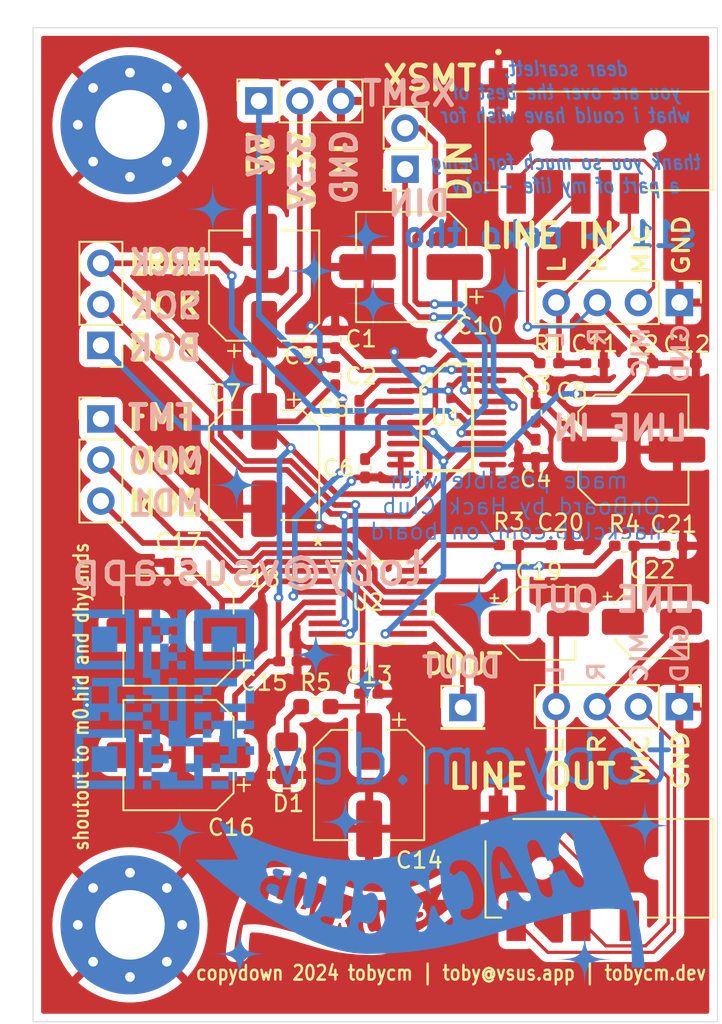
<source format=kicad_pcb>
(kicad_pcb (version 20240108) (generator "pcbnew") (generator_version "8.0")
  (layers (0 "F.Cu" signal) (31 "B.Cu" signal) (34 "B.Paste" user) (35 "F.Paste" user) (36 "B.SilkS" user "B.Silkscreen") (37 "F.SilkS" user "F.Silkscreen") (38 "B.Mask" user) (39 "F.Mask" user) (44 "Edge.Cuts" user))
  (net 0 "")
  (net 1 "+3.3V")
  (net 2 "GND")
  (net 3 "Net-(U1-LDOO)")
  (net 4 "Net-(U1-CAPM)")
  (net 5 "Net-(U1-CAPP)")
  (net 6 "Net-(U1-VNEG)")
  (net 7 "Net-(J3-Pin_4)")
  (net 8 "Net-(J3-Pin_3)")
  (net 9 "+5V")
  (net 10 "Net-(U2-VREF)")
  (net 11 "Net-(J7-Pin_4)")
  (net 12 "Net-(C19-Pad1)")
  (net 13 "Net-(C21-Pad1)")
  (net 14 "Net-(J7-Pin_3)")
  (net 15 "Net-(J1-Pin_1)")
  (net 16 "Net-(J3-Pin_2)")
  (net 17 "Net-(J5-Pin_1)")
  (net 18 "SCK")
  (net 19 "LRCK")
  (net 20 "BCK")
  (net 21 "Net-(J7-Pin_2)")
  (net 22 "Net-(J9-Pin_3)")
  (net 23 "Net-(J9-Pin_1)")
  (net 24 "Net-(J9-Pin_2)")
  (net 25 "Net-(U1-OUTL)")
  (net 26 "Net-(U1-OUTR)")
  (net 27 "Net-(U2-VINR)")
  (net 28 "Net-(U2-VINL)")
  (net 29 "Net-(J1-Pin_2)")
  (net 30 "Net-(D1-A)")
  (footprint "Connector_PinHeader_2.54mm:PinHeader_1x04_P2.54mm_Vertical" (layer "F.Cu") (at 151.4 57.8 -90)
    (property "Reference" "J7" (hide yes))
    (property "Value" "Conn_01x04_Pin")
  )
  (footprint "Connector_PinHeader_2.54mm:PinHeader_1x03_P2.54mm_Vertical" (layer "F.Cu") (at 115.6 35.45 180)
    (property "Reference" "J6" (hide yes))
    (property "Value" "Conn_01x03_Pin")
  )
  (footprint "Connector_PinSocket_2.54mm:PinSocket_1x02_P2.54mm_Vertical" (layer "F.Cu") (at 134.425 24.55 180)
    (property "Reference" "J1" (hide yes))
    (property "Value" "Conn_01x02_Pin")
  )
  (footprint "LED_SMD:LED_0805_2012Metric_Pad1.15x1.40mm_HandSolder" (layer "F.Cu") (at 127.1 61 90)
    (property "Reference" "D1")
    (property "Value" "LED")
  )
  (footprint "Capacitor_SMD:C_0402_1005Metric_Pad0.74x0.62mm_HandSolder" (layer "F.Cu") (at 131.95 43.05 -90)
    (property "Reference" "C6")
    (property "Value" "2.2uF")
  )
  (footprint "MountingHole:MountingHole_4.3mm_M4_Pad_Via" (layer "F.Cu") (at 117.4 71.3)
    (property "Reference" "H2" (hide yes))
    (property "Value" "MountingHole_Pad")
  )
  (footprint "Capacitor_SMD:CP_Elec_6.3x7.7" (layer "F.Cu") (at 134.8 30.6 180)
    (property "Reference" "C10")
    (property "Value" "10uF")
  )
  (footprint "MountingHole:MountingHole_4.3mm_M4_Pad_Via" (layer "F.Cu") (at 117.4 21.8)
    (property "Reference" "H1" (hide yes))
    (property "Value" "MountingHole_Pad")
  )
  (footprint "Connector_PinHeader_2.54mm:PinHeader_1x01_P2.54mm_Vertical" (layer "F.Cu") (at 138 57.85)
    (property "Reference" "J5" (hide yes))
    (property "Value" "Conn_01x01_Pin")
  )
  (footprint "Capacitor_SMD:CP_Elec_6.3x7.7" (layer "F.Cu") (at 125.7 42.85 -90)
    (property "Reference" "C7")
    (property "Value" "10uF")
  )
  (footprint "Capacitor_SMD:C_0402_1005Metric_Pad0.74x0.62mm_HandSolder" (layer "F.Cu") (at 120.35 48.9 180)
    (property "Reference" "C17")
    (property "Value" "0.1uF")
  )
  (footprint "PJ-320D-A:HRO_PJ-320D-A" (layer "F.Cu") (at 146.4 22.8 180)
    (property "Reference" "J2" (hide yes))
    (property "Value" "PJ-320D-A")
  )
  (footprint "Capacitor_SMD:C_0402_1005Metric_Pad0.74x0.62mm_HandSolder" (layer "F.Cu") (at 142.5 39.6 -90)
    (property "Reference" "C3")
    (property "Value" "0.1uF")
  )
  (footprint "Capacitor_SMD:C_0402_1005Metric_Pad0.74x0.62mm_HandSolder" (layer "F.Cu") (at 142.5 41.85 -90)
    (property "Reference" "C4")
    (property "Value" "0.1uF")
  )
  (footprint "Capacitor_SMD:CP_Elec_6.3x7.7" (layer "F.Cu") (at 132.2 62.65 -90)
    (property "Reference" "C14")
    (property "Value" "10uF")
  )
  (footprint "Capacitor_SMD:C_0402_1005Metric_Pad0.74x0.62mm_HandSolder" (layer "F.Cu") (at 151.05 47.85)
    (property "Reference" "C21")
    (property "Value" "2.2nF")
  )
  (footprint "Capacitor_SMD:C_0402_1005Metric_Pad0.74x0.62mm_HandSolder" (layer "F.Cu") (at 131.6 39.45 -90)
    (property "Reference" "C5")
    (property "Value" "2.2uF")
  )
  (footprint "Connector_PinSocket_2.54mm:PinSocket_1x03_P2.54mm_Vertical" (layer "F.Cu") (at 125.375 20.325 90)
    (property "Reference" "J10" (hide yes))
    (property "Value" "Conn_01x03_Pin")
  )
  (footprint "PCM1808PWR:PW14" (layer "F.Cu") (at 132.1111 51.35)
    (property "Reference" "U2")
    (property "Value" "PCM1808PWR")
  )
  (footprint "Capacitor_SMD:C_0402_1005Metric_Pad0.74x0.62mm_HandSolder" (layer "F.Cu") (at 151.85 36.55)
    (property "Reference" "C12")
    (property "Value" "2.2nF")
  )
  (footprint "PJ-320D-A:HRO_PJ-320D-A" (layer "F.Cu") (at 146.4 67.8 180)
    (property "Reference" "J8" (hide yes))
    (property "Value" "PJ-320D-A")
  )
  (footprint "Capacitor_SMD:C_0402_1005Metric_Pad0.74x0.62mm_HandSolder" (layer "F.Cu") (at 144.05 47.8)
    (property "Reference" "C20")
    (property "Value" "2.2nF")
  )
  (footprint "Capacitor_SMD:C_0402_1005Metric_Pad0.74x0.62mm_HandSolder" (layer "F.Cu") (at 130.1 35.05 90)
    (property "Reference" "C1")
    (property "Value" "0.1uF")
  )
  (footprint "Capacitor_SMD:CP_Elec_6.3x7.7" (layer "F.Cu") (at 148.55 41.9)
    (property "Reference" "C8")
    (property "Value" "10uF")
  )
  (footprint "Capacitor_SMD:C_0402_1005Metric_Pad0.74x0.62mm_HandSolder" (layer "F.Cu") (at 132.2 57)
    (property "Reference" "C13")
    (property "Value" "0.1uF")
  )
  (footprint "Connector_PinHeader_2.54mm:PinHeader_1x03_P2.54mm_Vertical" (layer "F.Cu") (at 115.6 40)
    (property "Reference" "J9" (hide yes))
    (property "Value" "Conn_01x03_Pin")
  )
  (footprint "Capacitor_SMD:CP_Elec_6.3x7.7" (layer "F.Cu") (at 120.4 60.8 180)
    (property "Reference" "C16")
    (property "Value" "10uF")
  )
  (footprint "PCM5100APWR:PW0020A" (layer "F.Cu") (at 137 39.9)
    (property "Reference" "U1")
    (property "Value" "PCM5100APWR")
  )
  (footprint "Resistor_SMD:R_0402_1005Metric_Pad0.72x0.64mm_HandSolder" (layer "F.Cu") (at 140.85 47.8)
    (property "Reference" "R3")
    (property "Value" "470")
  )
  (footprint "Resistor_SMD:R_0402_1005Metric_Pad0.72x0.64mm_HandSolder" (layer "F.Cu") (at 149.15 36.55)
    (property "Reference" "R2")
    (property "Value" "470")
  )
  (footprint "Capacitor_SMD:CP_Elec_4x5.4" (layer "F.Cu") (at 142.7 52.65)
    (property "Reference" "C19")
    (property "Value" "1uF")
  )
  (footprint "Resistor_SMD:R_0402_1005Metric_Pad0.72x0.64mm_HandSolder" (layer "F.Cu") (at 143.35 36.55)
    (property "Reference" "R1")
    (property "Value" "470")
  )
  (footprint "Capacitor_SMD:CP_Elec_6.3x7.7" (layer "F.Cu") (at 120.4 53.1 180)
    (property "Reference" "C18")
    (property "Value" "10uF")
  )
  (footprint "Capacitor_SMD:C_0402_1005Metric_Pad0.74x0.62mm_HandSolder" (layer "F.Cu") (at 130.1 37.35 90)
    (property "Reference" "C2")
    (property "Value" "0.1uF")
  )
  (footprint "Capacitor_SMD:CP_Elec_4x5.4" (layer "F.Cu") (at 149.7 52.55)
    (property "Reference" "C22")
    (property "Value" "1uF")
  )
  (footprint "Resistor_SMD:R_0402_1005Metric_Pad0.72x0.64mm_HandSolder" (layer "F.Cu") (at 148 47.85)
    (property "Reference" "R4")
    (property "Value" "470")
  )
  (footprint "Connector_PinHeader_2.54mm:PinHeader_1x04_P2.54mm_Vertical" (layer "F.Cu") (at 151.4 32.8 -90)
    (property "Reference" "J3" (hide yes))
    (property "Value" "Conn_01x04_Pin")
  )
  (footprint "Capacitor_SMD:C_0402_1005Metric_Pad0.74x0.62mm_HandSolder" (layer "F.Cu") (at 127.2 55)
    (property "Reference" "C15")
    (property "Value" "0.1uF")
  )
  (footprint "Capacitor_SMD:CP_Elec_6.3x7.7" (layer "F.Cu") (at 125.7 31.75 90)
    (property "Reference" "C9")
    (property "Value" "10uF")
  )
  (footprint "Capacitor_SMD:C_0402_1005Metric_Pad0.74x0.62mm_HandSolder" (layer "F.Cu") (at 146.15 36.55)
    (property "Reference" "C11")
    (property "Value" "2.2nF")
  )
  (footprint "Resistor_SMD:R_0603_1608Metric_Pad0.98x0.95mm_HandSolder" (layer "F.Cu") (at 128.9 57.8 180)
    (property "Reference" "R5")
    (property "Value" "200")
  )
  (gr_poly (pts (xy 125.4 68.384497) (xy 125.404644 68.384793) (xy 125.409432 68.3853) (xy 125.414104 68.38607) (xy 125.418408 68.387138) (xy 125.422354 68.388491) (xy 125.425954 68.390116) (xy 125.429217 68.391998) (xy 125.432155 68.394124) (xy 125.434778 68.396481) (xy 125.437096 68.399055) (xy 125.43912 68.401832) (xy 125.440861 68.404799) (xy 125.44233 68.407943) (xy 125.443536 68.411249) (xy 125.444491 68.414704) (xy 125.445205 68.418295) (xy 125.445689 68.422008) (xy 125.445953 68.425829) (xy 125.446008 68.429745) (xy 125.445865 68.433743) (xy 125.445534 68.437808) (xy 125.445025 68.441928) (xy 125.44435 68.446088) (xy 125.443519 68.450276) (xy 125.441431 68.458677) (xy 125.438846 68.467025) (xy 125.435848 68.475209) (xy 125.432523 68.483122) (xy 125.428956 68.490655) (xy 125.335267 68.688512) (xy 125.239828 68.899142) (xy 125.121495 69.171108) (xy 124.987393 69.494564) (xy 124.916656 69.672522) (xy 124.84465 69.85966) (xy 124.772265 70.054746) (xy 124.700391 70.25655) (xy 124.629921 70.46384) (xy 124.561744 70.675385) (xy 124.499401 70.889263) (xy 124.445436 71.10317) (xy 124.399249 71.315309) (xy 124.360237 71.523882) (xy 124.327801 71.727092) (xy 124.301339 71.923141) (xy 124.263932 72.286566) (xy 124.243208 72.599775) (xy 124.234359 72.848388) (xy 124.23305 73.094301) (xy 123.841512 73.094301) (xy 123.843703 73.003575) (xy 123.85614 72.828616) (xy 123.881612 72.581307) (xy 123.922911 72.273529) (xy 123.950368 72.100677) (xy 123.982828 71.917165) (xy 124.02064 71.724477) (xy 124.064153 71.524098) (xy 124.113716 71.317514) (xy 124.169678 71.106211) (xy 124.232387 70.891673) (xy 124.302193 70.675385) (xy 124.456736 70.247929) (xy 124.620821 69.839605) (xy 124.785956 69.461463) (xy 124.943649 69.124555) (xy 125.085409 68.839931) (xy 125.202744 68.618643) (xy 125.287162 68.471742) (xy 125.330171 68.410279) (xy 125.331451 68.408936) (xy 125.333044 68.40741) (xy 125.335266 68.405451) (xy 125.338114 68.403161) (xy 125.341582 68.400641) (xy 125.343548 68.399328) (xy 125.345667 68.397995) (xy 125.347939 68.396656) (xy 125.350364 68.395323) (xy 125.35294 68.39401) (xy 125.355667 68.392729) (xy 125.358546 68.391493) (xy 125.361574 68.390314) (xy 125.364753 68.389205) (xy 125.36808 68.38818) (xy 125.371556 68.38725) (xy 125.37518 68.386429) (xy 125.378951 68.385729) (xy 125.382869 68.385163) (xy 125.386934 68.384744) (xy 125.391144 68.384485) (xy 125.3955 68.384398)) (stroke (width -0.000001)) (fill solid) (layer "F.Cu"))
  (gr_poly (pts (xy 135.400681 70.491835) (xy 135.412093 70.492469) (xy 135.42333 70.493763) (xy 135.434361 70.495757) (xy 135.439788 70.497028) (xy 135.445152 70.498489) (xy 135.450448 70.500144) (xy 135.455672 70.501999) (xy 135.46082 70.504057) (xy 135.465888 70.506324) (xy 135.470873 70.508805) (xy 135.47577 70.511504) (xy 135.480574 70.514426) (xy 135.485283 70.517577) (xy 135.489892 70.520961) (xy 135.494397 70.524582) (xy 135.498794 70.528447) (xy 135.503078 70.532559) (xy 135.507247 70.536923) (xy 135.511296 70.541544) (xy 135.515221 70.546428) (xy 135.519018 70.551578) (xy 135.522682 70.557) (xy 135.526211 70.562699) (xy 135.529599 70.568679) (xy 135.532844 70.574945) (xy 135.53594 70.581503) (xy 135.538884 70.588356) (xy 135.545765 70.60834) (xy 135.549851 70.62755) (xy 135.551313 70.646) (xy 135.550319 70.663703) (xy 135.547039 70.680674) (xy 135.541642 70.696924) (xy 135.534296 70.712468) (xy 135.525172 70.72732) (xy 135.514439 70.741491) (xy 135.502266 70.754997) (xy 135.488821 70.76785) (xy 135.474275 70.780064) (xy 135.458797 70.791652) (xy 135.442555 70.802627) (xy 135.408459 70.822795) (xy 135.373342 70.840674) (xy 135.338557 70.856372) (xy 135.2754 70.881653) (xy 135.229821 70.899498) (xy 135.217007 70.9059) (xy 135.213687 70.908518) (xy 135.21265 70.910765) (xy 135.135394 70.588356) (xy 135.158408 70.573684) (xy 135.184492 70.558584) (xy 135.217909 70.541187) (xy 135.236808 70.532302) (xy 135.25687 70.523653) (xy 135.27787 70.515509) (xy 135.299585 70.508141) (xy 135.321792 70.501819) (xy 135.344267 70.496812) (xy 135.366786 70.49339) (xy 135.389126 70.491824)) (stroke (width -0.000001)) (fill solid) (layer "F.Cu"))
  (gr_poly (pts (xy 128.283033 69.796997) (xy 128.284056 69.797091) (xy 128.285063 69.797242) (xy 128.29207 69.800096) (xy 128.298153 69.805862) (xy 128.303356 69.814343) (xy 128.307727 69.825342) (xy 128.311311 69.838662) (xy 128.314154 69.854107) (xy 128.317802 69.890581) (xy 128.31904 69.933188) (xy 128.318237 69.980355) (xy 128.315761 70.030506) (xy 128.311981 70.082065) (xy 128.301982 70.183108) (xy 128.29119 70.270883) (xy 128.279017 70.356225) (xy 127.926998 70.296126) (xy 128.266822 69.801789) (xy 128.2681 69.801054) (xy 128.26936 69.800381) (xy 128.2706 69.799771) (xy 128.271822 69.799221) (xy 128.273025 69.798732) (xy 128.274209 69.798304) (xy 128.275375 69.797936) (xy 128.276523 69.797627) (xy 128.277652 69.797378) (xy 128.278764 69.797186) (xy 128.279857 69.797053) (xy 128.280933 69.796978) (xy 128.281992 69.796959)) (stroke (width -0.000001)) (fill solid) (layer "F.Cu"))
  (gr_poly (pts (xy 135.253136 70.025153) (xy 135.26282 70.02606) (xy 135.267519 70.026753) (xy 135.27212 70.027612) (xy 135.276619 70.02864) (xy 135.281015 70.029843) (xy 135.285304 70.031224) (xy 135.289484 70.032788) (xy 135.293553 70.03454) (xy 135.297508 70.036482) (xy 135.301347 70.038621) (xy 135.305065 70.040959) (xy 135.308663 70.043502) (xy 135.312135 70.046254) (xy 135.315481 70.049218) (xy 135.318697 70.0524) (xy 135.321781 70.055804) (xy 135.324729 70.059433) (xy 135.327541 70.063293) (xy 135.330212 70.067388) (xy 135.332741 70.071721) (xy 135.335125 70.076298) (xy 135.337361 70.081122) (xy 135.339447 70.086199) (xy 135.34138 70.091531) (xy 135.343157 70.097124) (xy 135.344776 70.102982) (xy 135.346234 70.109109) (xy 135.34847 70.123312) (xy 135.348951 70.137277) (xy 135.347787 70.15099) (xy 135.34509 70.164437) (xy 135.340969 70.177604) (xy 135.335534 70.190477) (xy 135.328897 70.203042) (xy 135.321168 70.215284) (xy 135.312456 70.227191) (xy 135.302874 70.238749) (xy 135.29253 70.249942) (xy 135.281536 70.260758) (xy 135.270001 70.271182) (xy 135.258037 70.2812) (xy 135.233261 70.299964) (xy 135.208091 70.316939) (xy 135.183411 70.332012) (xy 135.160104 70.345072) (xy 135.139054 70.356008) (xy 135.107256 70.37106) (xy 135.095087 70.376276) (xy 134.977626 70.101202) (xy 135.110893 70.053248) (xy 135.143302 70.042897) (xy 135.159128 70.038369) (xy 135.174642 70.034371) (xy 135.1898 70.030975) (xy 135.204559 70.028255) (xy 135.218874 70.026284) (xy 135.232701 70.025134) (xy 135.24309 70.024856)) (stroke (width -0.000001)) (fill solid) (layer "F.Cu"))
  (gr_poly (pts (xy 126.831767 68.228397) (xy 127.133761 68.247469) (xy 127.465821 68.288225) (xy 127.643313 68.317739) (xy 127.828547 68.353879) (xy 128.021597 68.397048) (xy 128.222538 68.447646) (xy 128.431445 68.506076) (xy 128.648394 68.57274) (xy 128.873458 68.64804) (xy 129.106713 68.732376) (xy 129.348235 68.826152) (xy 129.598096 68.929769) (xy 129.856374 69.043628) (xy 130.123142 69.168133) (xy 130.41573 69.299057) (xy 130.707993 69.411802) (xy 130.999454 69.50722) (xy 131.289636 69.586162) (xy 131.578061 69.649479) (xy 131.864251 69.698023) (xy 132.147729 69.732644) (xy 132.428018 69.754194) (xy 132.70464 69.763524) (xy 132.977118 69.761486) (xy 133.244974 69.74893) (xy 133.50773 69.726708) (xy 133.76491 69.695671) (xy 134.016035 69.65667) (xy 134.260629 69.610557) (xy 134.498213 69.558182) (xy 134.950444 69.438054) (xy 135.368909 69.303095) (xy 135.749786 69.160117) (xy 136.089257 69.015927) (xy 136.383502 68.877337) (xy 136.6287 68.751156) (xy 136.956679 68.56326) (xy 136.958473 68.562292) (xy 136.960331 68.561558) (xy 136.962243 68.561047) (xy 136.9642 68.56075) (xy 136.966191 68.560659) (xy 136.968206 68.560763) (xy 136.970237 68.561053) (xy 136.972271 68.561519) (xy 136.974301 68.562153) (xy 136.976316 68.562944) (xy 136.978306 68.563883) (xy 136.980261 68.564962) (xy 136.982171 68.566169) (xy 136.984026 68.567496) (xy 136.985817 68.568933) (xy 136.987533 68.570472) (xy 136.989165 68.572102) (xy 136.990702 68.573813) (xy 136.992136 68.575597) (xy 136.993455 68.577445) (xy 136.99465 68.579346) (xy 136.995711 68.581291) (xy 136.996629 68.58327) (xy 136.997392 68.585275) (xy 136.997992 68.587296) (xy 136.998419 68.589323) (xy 136.998662 68.591347) (xy 136.998712 68.593358) (xy 136.998558 68.595347) (xy 136.998191 68.597304) (xy 136.997602 68.599221) (xy 136.996779 68.601087) (xy 136.42839 69.707479) (xy 136.427611 69.709123) (xy 136.426954 69.710781) (xy 136.426417 69.71245) (xy 136.425996 69.714126) (xy 136.425689 69.715803) (xy 136.425495 69.717478) (xy 136.425409 69.719146) (xy 136.42543 69.720803) (xy 136.425555 69.722445) (xy 136.425782 69.724067) (xy 136.426108 69.725665) (xy 136.42653 69.727234) (xy 136.427046 69.728771) (xy 136.427653 69.73027) (xy 136.428349 69.731728) (xy 136.429131 69.733139) (xy 136.429997 69.734501) (xy 136.430944 69.735807) (xy 136.431969 69.737055) (xy 136.43307 69.73824) (xy 136.434245 69.739356) (xy 136.435491 69.740401) (xy 136.436805 69.741369) (xy 136.438185 69.742257) (xy 136.439627 69.743059) (xy 136.441131 69.743772) (xy 136.442693 69.744391) (xy 136.44431 69.744912) (xy 136.44598 69.74533) (xy 136.4477 69.745642) (xy 136.449469 69.745842) (xy 136.451282 69.745927) (xy 136.910491 69.749725) (xy 137.275191 69.74971) (xy 137.691723 69.746237) (xy 137.693937 69.746287) (xy 137.696087 69.746491) (xy 137.698168 69.746842) (xy 137.700178 69.747335) (xy 137.702112 69.74796) (xy 137.703967 69.748712) (xy 137.705738 69.749583) (xy 137.707422 69.750566) (xy 137.709016 69.751655) (xy 137.710515 69.752842) (xy 137.711915 69.75412) (xy 137.713213 69.755482) (xy 137.714405 69.756922) (xy 137.715488 69.758432) (xy 137.716457 69.760005) (xy 137.717308 69.761633) (xy 137.718039 69.763311) (xy 137.718644 69.765031) (xy 137.719121 69.766787) (xy 137.719465 69.76857) (xy 137.719673 69.770374) (xy 137.71974 69.772192) (xy 137.719664 69.774017) (xy 137.71944 69.775841) (xy 137.719065 69.777659) (xy 137.718534 69.779463) (xy 137.717845 69.781245) (xy 137.716992 69.782999) (xy 137.715973 69.784718) (xy 137.714783 69.786395) (xy 137.713419 69.788022) (xy 137.711877 69.789593) (xy 137.462153 70.018084) (xy 137.02669 70.39288) (xy 136.439894 70.859498) (xy 136.1005 71.110213) (xy 135.736175 71.363452) (xy 135.351221 71.612405) (xy 134.949939 71.85026) (xy 134.53663 72.070207) (xy 134.115594 72.265436) (xy 133.691134 72.429136) (xy 133.478963 72.497035) (xy 133.267549 72.554497) (xy 133.057429 72.600672) (xy 132.849141 72.634708) (xy 132.643222 72.655753) (xy 132.44021 72.662958) (xy 132.017895 72.65678) (xy 131.618587 72.638904) (xy 131.2404 72.610315) (xy 130.881444 72.572) (xy 130.53983 72.524945) (xy 130.213672 72.470135) (xy 129.90108 72.408557) (xy 129.600166 72.341197) (xy 129.309042 72.26904) (xy 129.025819 72.193073) (xy 128.475525 72.033653) (xy 127.934177 71.870824) (xy 127.386669 71.712474) (xy 127.181864 71.657215) (xy 129.767967 71.657215) (xy 129.769248 71.673193) (xy 129.772216 71.688068) (xy 129.77681 71.70176) (xy 129.782969 71.714191) (xy 129.79063 71.725279) (xy 129.799732 71.734947) (xy 129.810212 71.743113) (xy 129.82201 71.749698) (xy 129.835064 71.754622) (xy 129.849311 71.757806) (xy 129.86469 71.759169) (xy 129.88114 71.758632) (xy 129.898598 71.756116) (xy 129.917002 71.75154) (xy 129.936292 71.744825) (xy 129.956406 71.735891) (xy 129.97728 71.724658) (xy 129.998855 71.711046) (xy 130.021068 71.694976) (xy 130.043857 71.676369) (xy 130.06716 71.655143) (xy 130.090917 71.63122) (xy 130.115064 71.604519) (xy 130.139541 71.574962) (xy 130.164286 71.542468) (xy 130.189236 71.506957) (xy 130.201424 71.48844) (xy 130.213652 71.467167) (xy 130.225806 71.443683) (xy 130.237772 71.418533) (xy 130.249436 71.392262) (xy 130.260684 71.365415) (xy 130.281476 71.312175) (xy 130.299235 71.263174) (xy 130.31305 71.222773) (xy 130.325197 71.185219) (xy 130.441366 71.172145) (xy 130.49503 71.419389) (xy 130.536852 71.629731) (xy 130.554144 71.727791) (xy 130.566216 71.810142) (xy 130.569424 71.827208) (xy 130.574287 71.843737) (xy 130.580692 71.859657) (xy 130.588524 71.874898) (xy 130.597669 71.889388) (xy 130.608012 71.903056) (xy 130.61944 71.915832) (xy 130.631837 71.927644) (xy 130.64509 71.938422) (xy 130.659084 71.948094) (xy 130.673705 71.956589) (xy 130.688838 71.963837) (xy 130.704369 71.969766) (xy 130.720184 71.974306) (xy 130.736169 71.977385) (xy 130.752209 71.978932) (xy 130.768189 71.978877) (xy 130.783996 71.977147) (xy 130.799515 71.973674) (xy 130.814632 71.968384) (xy 130.829233 71.961208) (xy 130.843202 71.952074) (xy 130.856426 71.940911) (xy 130.868791 71.927648) (xy 130.880181 71.912215) (xy 130.890484 71.894539) (xy 130.899583 71.874551) (xy 130.907366 71.852179) (xy 130.913718 71.827353) (xy 130.918524 71.8) (xy 130.92167 71.770051) (xy 130.923041 71.737433) (xy 130.917172 71.688797) (xy 130.908263 71.636043) (xy 130.896237 71.57915) (xy 130.881018 71.5181) (xy 130.862528 71.452873) (xy 130.840692 71.38345) (xy 130.81543 71.30981) (xy 130.786667 71.231934) (xy 130.778823 71.210669) (xy 131.831722 71.210669) (xy 131.83234 71.273947) (xy 131.834513 71.321549) (xy 131.837827 71.367843) (xy 131.842274 71.412805) (xy 131.847845 71.45641) (xy 131.854532 71.498632) (xy 131.862327 71.539448) (xy 131.871221 71.578831) (xy 131.881207 71.616758) (xy 131.892276 71.653203) (xy 131.904419 71.688142) (xy 131.917628 71.72155) (xy 131.931896 71.753402) (xy 131.947213 71.783673) (xy 131.963572 71.812339) (xy 131.980964 71.839373) (xy 131.99938 71.864753) (xy 132.018814 71.888452) (xy 132.039255 71.910446) (xy 132.060697 71.93071) (xy 132.083131 71.94922) (xy 132.106548 71.96595) (xy 132.13094 71.980876) (xy 132.156299 71.993972) (xy 132.182616 72.005214) (xy 132.209884 72.014578) (xy 132.238094 72.022037) (xy 132.267237 72.027569) (xy 132.297306 72.031146) (xy 132.328292 72.032746) (xy 132.360187 72.032342) (xy 132.392983 72.02991) (xy 132.426671 72.025426) (xy 132.459499 72.019321) (xy 132.489785 72.012106) (xy 132.517618 72.003864) (xy 132.543092 71.99468) (xy 132.566298 71.984637) (xy 132.587328 71.973818) (xy 132.606274 71.962308) (xy 132.623228 71.950191) (xy 132.638281 71.937551) (xy 132.651527 71.92447) (xy 132.663056 71.911034) (xy 132.67296 71.897325) (xy 132.681332 71.883428) (xy 132.688264 71.869427) (xy 132.693846 71.855405) (xy 132.698172 71.841446) (xy 132.701333 71.827635) (xy 132.703421 71.814054) (xy 132.704528 71.800788) (xy 132.704746 71.78792) (xy 132.704166 71.775535) (xy 132.702882 71.763716) (xy 132.700983 71.752547) (xy 132.698564 71.742112) (xy 132.695714 71.732495) (xy 132.692527 71.723779) (xy 132.689095 71.716048) (xy 132.685508 71.709387) (xy 132.68186 71.703879) (xy 132.678241 71.699607) (xy 132.674745 71.696656) (xy 132.671462 71.69511) (xy 132.666628 71.693553) (xy 132.662026 71.691598) (xy 132.652569 71.687146) (xy 132.647236 71.684973) (xy 132.641184 71.683053) (xy 132.634173 71.681547) (xy 132.625965 71.680619) (xy 132.616322 71.68043) (xy 132.605006 71.681143) (xy 132.591779 71.68292) (xy 132.576402 71.685924) (xy 132.558637 71.690317) (xy 132.538245 71.696262) (xy 132.514989 71.70392) (xy 132.488631 71.713455) (xy 132.474738 71.718358) (xy 132.461059 71.722541) (xy 132.44759 71.725996) (xy 132.434326 71.728715) (xy 132.421265 71.730691) (xy 132.408404 71.731916) (xy 132.395739 71.732383) (xy 132.383266 71.732084) (xy 132.370982 71.731012) (xy 132.358883 71.729159) (xy 132.346967 71.726518) (xy 132.33523 71.72308) (xy 132.323669 71.71884) (xy 132.312279 71.713788) (xy 132.301058 71.707918) (xy 132.290002 71.701221) (xy 132.279108 71.693692) (xy 132.268372 71.685321) (xy 132.257791 71.676101) (xy 132.247362 71.666025) (xy 132.23708 71.655086) (xy 132.226944 71.643275) (xy 132.216949 71.630585) (xy 132.207091 71.617009) (xy 132.197369 71.602539) (xy 132.187777 71.587168) (xy 132.168972 71.553691) (xy 132.150651 71.516518) (xy 132.132786 71.475588) (xy 132.121491 71.444967) (xy 132.111034 71.411339) (xy 132.10159 71.375112) (xy 132.093329 71.336692) (xy 132.086424 71.296489) (xy 132.081048 71.254908) (xy 132.077372 71.212358) (xy 132.075569 71.169247) (xy 132.07581 71.125981) (xy 132.078269 71.082969) (xy 132.083117 71.040618) (xy 132.090526 70.999336) (xy 132.100668 70.959529) (xy 132.113717 70.921607) (xy 132.121385 70.903479) (xy 132.129843 70.885975) (xy 132.139115 70.869146) (xy 132.14922 70.853043) (xy 132.15236 70.848493) (xy 132.155487 70.844148) (xy 132.1586 70.840002) (xy 132.161695 70.836049) (xy 132.16477 70.832283) (xy 132.167823 70.828698) (xy 132.173853 70.822048) (xy 132.179764 70.816051) (xy 132.185538 70.810659) (xy 132.191154 70.805824) (xy 132.196593 70.801498) (xy 132.201836 70.797634) (xy 132.206862 70.794185) (xy 132.211653 70.791101) (xy 132.216188 70.788336) (xy 132.231386 70.779507) (xy 132.237679 70.775903) (xy 132.243972 70.772751) (xy 132.250253 70.770031) (xy 132.256511 70.767723) (xy 132.262736 70.765807) (xy 132.268918 70.764262) (xy 132.275044 70.76307) (xy 132.281106 70.762208) (xy 132.287091 70.761658) (xy 132.292989 70.761399) (xy 132.298789 70.761412) (xy 132.304482 70.761675) (xy 132.310055 70.762169) (xy 132.315498 70.762873) (xy 132.320801 70.763768) (xy 132.325952 70.764833) (xy 132.330941 70.766048) (xy 132.335757 70.767394) (xy 132.344829 70.770394) (xy 132.35308 70.773673) (xy 132.360425 70.777069) (xy 132.366778 70.780421) (xy 132.372053 70.783568) (xy 132.376164 70.786348) (xy 132.379025 70.788602) (xy 132.39621 70.800528) (xy 132.412517 70.810829) (xy 132.427956 70.81956) (xy 132.442534 70.826777) (xy 132.456261 70.832534) (xy 132.469146 70.836889) (xy 132.481196 70.839896) (xy 132.492421 70.841611) (xy 132.502829 70.84209) (xy 132.512428 70.841389) (xy 132.521228 70.839562) (xy 132.529238 70.836666) (xy 132.536465 70.832756) (xy 132.542918 70.827888) (xy 132.548606 70.822118) (xy 132.553538 70.8155) (xy 132.557722 70.808091) (xy 132.561168 70.799947) (xy 132.563882 70.791122) (xy 132.565875 70.781673) (xy 132.567155 70.771656) (xy 132.56773 70.761125) (xy 132.56761 70.750136) (xy 132.566802 70.738746) (xy 132.565316 70.727009) (xy 132.56316 70.714981) (xy 132.560342 70.702719) (xy 132.556872 70.690277) (xy 132.552758 70.677711) (xy 132.548008 70.665076) (xy 132.542632 70.652429) (xy 132.536638 70.639826) (xy 132.522488 70.620619) (xy 132.508019 70.602532) (xy 132.495071 70.587685) (xy 132.837085 70.587685) (xy 132.838131 70.625789) (xy 132.840495 70.666622) (xy 132.848593 70.755199) (xy 132.8602 70.850863) (xy 132.87414 70.951061) (xy 132.904311 71.154848) (xy 132.918187 71.253332) (xy 132.929689 71.346139) (xy 132.95695 71.603604) (xy 132.962294 71.649189) (xy 132.968206 71.693091) (xy 132.975266 71.738225) (xy 132.984053 71.787508) (xy 132.988466 71.799581) (xy 132.996617 71.80971) (xy 133.008254 71.817993) (xy 133.023126 71.824533) (xy 133.040983 71.829429) (xy 133.061574 71.832782) (xy 133.084647 71.834691) (xy 133.109952 71.835259) (xy 133.166251 71.832768) (xy 133.228465 71.826113) (xy 133.294584 71.816098) (xy 133.362601 71.803525) (xy 133.496296 71.773921) (xy 133.613484 71.743732) (xy 133.698102 71.719384) (xy 133.734084 71.707306) (xy 133.737955 71.705404) (xy 133.743155 71.703431) (xy 133.756859 71.698799) (xy 133.765024 71.695905) (xy 133.773836 71.692468) (xy 133.783126 71.688372) (xy 133.792724 71.683499) (xy 133.80246 71.67773) (xy 133.807326 71.674473) (xy 133.812163 71.670948) (xy 133.81695 71.667141) (xy 133.821664 71.663036) (xy 133.826285 71.65862) (xy 133.830792 71.653876) (xy 133.835163 71.648791) (xy 133.839377 71.64335) (xy 133.843413 71.637539) (xy 133.84725 71.631341) (xy 133.850865 71.624744) (xy 133.854239 71.617731) (xy 133.857349 71.610289) (xy 133.860175 71.602403) (xy 133.862929 71.59459) (xy 133.86461 71.587058) (xy 133.865266 71.579811) (xy 133.864945 71.572852) (xy 133.863696 71.566184) (xy 133.861566 71.559811) (xy 133.858603 71.553736) (xy 133.854857 71.547963) (xy 133.850374 71.542494) (xy 133.845202 71.537334) (xy 133.839391 71.532485) (xy 133.832988 71.527952) (xy 133.826041 71.523737) (xy 133.818598 71.519844) (xy 133.802418 71.513037) (xy 133.784833 71.507557) (xy 133.766227 71.503433) (xy 133.746985 71.500691) (xy 133.727492 71.499358) (xy 133.708133 71.499462) (xy 133.689293 71.501029) (xy 133.671357 71.504086) (xy 133.654709 71.508661) (xy 133.613234 71.520998) (xy 133.556223 71.535364) (xy 133.489523 71.549846) (xy 133.454365 71.556534) (xy 133.418977 71.562535) (xy 133.38409 71.567609) (xy 133.350433 71.571519) (xy 133.318737 71.574024) (xy 133.289734 71.574887) (xy 133.264153 71.573868) (xy 133.252874 71.572579) (xy 133.242726 71.570729) (xy 133.233798 71.56829) (xy 133.226182 71.565231) (xy 133.21997 71.561522) (xy 133.215253 71.557134) (xy 133.208086 71.542041) (xy 133.20217 71.516452) (xy 133.19725 71.481479) (xy 133.193072 71.438233) (xy 133.178672 71.204754) (xy 133.169288 71.067276) (xy 133.155729 70.927827) (xy 133.146746 70.860142) (xy 133.135953 70.795299) (xy 133.123097 70.734409) (xy 133.107921 70.678583) (xy 133.104721 70.659763) (xy 133.10136 70.641689) (xy 133.097843 70.624351) (xy 133.094176 70.607738) (xy 133.090366 70.591841) (xy 133.086419 70.576648) (xy 133.082341 70.562151) (xy 133.078139 70.548337) (xy 133.073819 70.535199) (xy 133.069388 70.522724) (xy 133.064851 70.510903) (xy 133.060214 70.499726) (xy 133.055486 70.489182) (xy 133.05067 70.479262) (xy 133.045775 70.469954) (xy 133.040806 70.46125) (xy 133.035769 70.453137) (xy 133.030671 70.445607) (xy 133.025518 70.43865) (xy 133.020317 70.432254) (xy 133.015073 70.426409) (xy 133.009793 70.421106) (xy 133.004484 70.416334) (xy 132.999151 70.412083) (xy 132.993801 70.408343) (xy 132.988441 70.405104) (xy 132.983076 70.402354) (xy 132.977713 70.400085) (xy 132.972358 70.398285) (xy 132.967017 70.396945) (xy 132.961698 70.396054) (xy 132.956405 70.395603) (xy 132.950448 70.395609) (xy 132.944543 70.396151) (xy 132.938699 70.397214) (xy 132.932925 70.398783) (xy 132.927231 70.400843) (xy 132.921626 70.40338) (xy 132.916118 70.406377) (xy 132.910718 70.409821) (xy 132.905434 70.413697) (xy 132.900275 70.41799) (xy 132.890371 70.427765) (xy 132.881078 70.439028) (xy 132.872471 70.45166) (xy 132.864622 70.465541) (xy 132.857605 70.480552) (xy 132.851494 70.496575) (xy 132.846361 70.51349) (xy 132.84228 70.531177) (xy 132.839325 70.549518) (xy 132.837569 70.568394) (xy 132.837085 70.587685) (xy 132.495071 70.587685) (xy 132.493236 70.58558) (xy 132.478141 70.569776) (xy 132.462739 70.555134) (xy 132.447034 70.54167) (xy 132.43103 70.529397) (xy 132.41473 70.51833) (xy 132.398139 70.508484) (xy 132.381261 70.499872) (xy 132.364099 70.492508) (xy 132.346657 70.486408) (xy 132.32894 70.481585) (xy 132.310951 70.478055) (xy 132.292694 70.47583) (xy 132.274174 70.474926) (xy 132.259589 70.475146) (xy 132.24485 70.47618) (xy 132.229957 70.478035) (xy 132.214913 70.480719) (xy 132.199719 70.484237) (xy 132.184377 70.488597) (xy 132.16889 70.493804) (xy 132.153258 70.499867) (xy 132.137484 70.50679) (xy 132.121569 70.514582) (xy 132.105516 70.523248) (xy 132.089326 70.532796) (xy 132.073001 70.543232) (xy 132.056542 70.554562) (xy 132.039952 70.566793) (xy 132.023233 70.579933) (xy 132.000816 70.603943) (xy 131.979522 70.630463) (xy 131.95941 70.65951) (xy 131.940539 70.691098) (xy 131.922968 70.725242) (xy 131.906755 70.761958) (xy 131.891961 70.801262) (xy 131.878644 70.843168) (xy 131.866862 70.887692) (xy 131.856675 70.934849) (xy 131.848141 70.984654) (xy 131.84132 71.037124) (xy 131.83627 71.092273) (xy 131.833051 71.150116) (xy 131.831722 71.210669) (xy 130.778823 71.210669) (xy 130.777545 71.207206) (xy 130.76711 71.181431) (xy 130.753617 71.151281) (xy 130.745926 71.135635) (xy 130.737712 71.12018) (xy 130.729057 71.105342) (xy 130.72004 71.091551) (xy 130.710742 71.079234) (xy 130.706013 71.073762) (xy 130.701244 71.068819) (xy 130.696446 71.064459) (xy 130.691627 71.060734) (xy 130.686799 71.057699) (xy 130.681971 71.055408) (xy 130.739542 70.996499) (xy 130.799286 70.933146) (xy 130.868808 70.856335) (xy 130.939961 70.772921) (xy 130.973603 70.73088) (xy 131.004598 70.689759) (xy 131.031927 70.650415) (xy 131.054573 70.613705) (xy 131.071516 70.580486) (xy 131.077532 70.565453) (xy 131.08174 70.551614) (xy 131.087336 70.524551) (xy 131.090351 70.498979) (xy 131.090614 70.475333) (xy 131.08966 70.46437) (xy 131.087955 70.454052) (xy 131.085476 70.444435) (xy 131.082204 70.435573) (xy 131.078116 70.42752) (xy 131.073191 70.420332) (xy 131.067409 70.414062) (xy 131.060748 70.408767) (xy 131.053186 70.404499) (xy 131.044702 70.401314) (xy 131.035276 70.399267) (xy 131.024886 70.398412) (xy 131.01351 70.398803) (xy 131.001128 70.400496) (xy 130.987719 70.403545) (xy 130.97326 70.408005) (xy 130.957731 70.41393) (xy 130.941111 70.421375) (xy 130.923377 70.430394) (xy 130.90451 70.441043) (xy 130.884488 70.453376) (xy 130.86329 70.467447) (xy 130.840894 70.483311) (xy 130.817279 70.501023) (xy 130.792423 70.520637) (xy 130.766307 70.542209) (xy 130.740287 70.564303) (xy 130.715706 70.585454) (xy 130.692521 70.605678) (xy 130.670695 70.624991) (xy 130.650186 70.643408) (xy 130.630954 70.660945) (xy 130.612959 70.677619) (xy 130.596161 70.693444) (xy 130.58052 70.708438) (xy 130.565996 70.722615) (xy 130.552549 70.735992) (xy 130.540138 70.748584) (xy 130.528724 70.760407) (xy 130.518266 70.771478) (xy 130.508725 70.781811) (xy 130.500059 70.791424) (xy 130.485196 70.808548) (xy 130.473356 70.822978) (xy 130.464218 70.83484) (xy 130.457461 70.844261) (xy 130.452764 70.851368) (xy 130.449806 70.856287) (xy 130.447825 70.860071) (xy 130.458322 70.809055) (xy 130.468938 70.751915) (xy 130.480906 70.67958) (xy 130.492557 70.596467) (xy 130.50222 70.506998) (xy 130.505785 70.461261) (xy 130.508227 70.415591) (xy 130.508929 70.387071) (xy 133.683825 70.387071) (xy 133.68391 70.399789) (xy 133.684888 70.412863) (xy 133.691955 70.465745) (xy 133.702136 70.521025) (xy 133.71617 70.582535) (xy 133.734797 70.654103) (xy 133.78878 70.842738) (xy 133.869993 71.117574) (xy 133.883271 71.155314) (xy 133.89789 71.190383) (xy 133.913744 71.222875) (xy 133.930726 71.252886) (xy 133.948729 71.280509) (xy 133.967648 71.305839) (xy 133.987374 71.328972) (xy 134.007802 71.350001) (xy 134.028825 71.369021) (xy 134.050335 71.386128) (xy 134.072228 71.401415) (xy 134.094394 71.414977) (xy 134.116729 71.426909) (xy 134.139125 71.437305) (xy 134.161475 71.446261) (xy 134.183674 71.45387) (xy 134.205613 71.460228) (xy 134.227187 71.465428) (xy 134.268812 71.472737) (xy 134.307695 71.476554) (xy 134.342981 71.477635) (xy 134.373818 71.476738) (xy 134.399352 71.47462) (xy 134.431096 71.469749) (xy 134.447208 71.465438) (xy 134.462521 71.460396) (xy 134.47706 71.454656) (xy 134.490851 71.448246) (xy 134.503919 71.441197) (xy 134.51629 71.433539) (xy 134.527989 71.425304) (xy 134.539042 71.41652) (xy 134.549474 71.407219) (xy 134.559311 71.39743) (xy 134.568578 71.387184) (xy 134.5773 71.376512) (xy 134.593213 71.354008) (xy 134.607253 71.33016) (xy 134.619625 71.305212) (xy 134.630531 71.279404) (xy 134.640176 71.252981) (xy 134.648764 71.226184) (xy 134.66358 71.172438) (xy 134.67661 71.120107) (xy 134.682045 71.090405) (xy 134.68515 71.055242) (xy 134.686085 71.015221) (xy 134.68501 70.970944) (xy 134.682084 70.923014) (xy 134.677468 70.872036) (xy 134.663802 70.763343) (xy 134.645291 70.649692) (xy 134.623213 70.535906) (xy 134.598844 70.426812) (xy 134.573465 70.327235) (xy 134.564538 70.304349) (xy 134.554983 70.282759) (xy 134.544864 70.262492) (xy 134.534244 70.243572) (xy 134.523187 70.226026) (xy 134.517513 70.217776) (xy 134.511754 70.209879) (xy 134.505917 70.202338) (xy 134.50001 70.195156) (xy 134.494041 70.188337) (xy 134.488018 70.181883) (xy 134.481949 70.175799) (xy 134.475841 70.170086) (xy 134.469703 70.164749) (xy 134.463542 70.15979) (xy 134.457367 70.155213) (xy 134.451185 70.151021) (xy 134.445005 70.147217) (xy 134.438833 70.143804) (xy 134.432679 70.140785) (xy 134.426549 70.138164) (xy 134.420452 70.135944) (xy 134.414396 70.134128) (xy 134.408389 70.132719) (xy 134.402438 70.131721) (xy 134.396551 70.131136) (xy 134.390737 70.130968) (xy 134.381855 70.131542) (xy 134.373197 70.133145) (xy 134.364793 70.135788) (xy 134.356673 70.139483) (xy 134.348866 70.144242) (xy 134.341401 70.150077) (xy 134.334309 70.157001) (xy 134.327619 70.165023) (xy 134.321361 70.174158) (xy 134.315565 70.184417) (xy 134.310259 70.195811) (xy 134.305475 70.208353) (xy 134.30124 70.222055) (xy 134.297586 70.236928) (xy 134.294542 70.252984) (xy 134.292138 70.270236) (xy 134.292225 70.282636) (xy 134.293075 70.295599) (xy 134.294628 70.309132) (xy 134.296827 70.323238) (xy 134.302934 70.353193) (xy 134.310935 70.385503) (xy 134.330773 70.457353) (xy 134.341687 70.496972) (xy 134.352651 70.539108) (xy 134.368036 70.632052) (xy 134.382651 70.727763) (xy 134.395083 70.823426) (xy 134.400039 70.87036) (xy 134.40392 70.916228) (xy 134.406549 70.960676) (xy 134.40775 71.003353) (xy 134.407346 71.043908) (xy 134.405161 71.081988) (xy 134.401018 71.117242) (xy 134.394741 71.149319) (xy 134.386154 71.177865) (xy 134.380938 71.190705) (xy 134.375078 71.20253) (xy 134.369657 71.209728) (xy 134.363891 71.21637) (xy 134.357802 71.222463) (xy 134.351414 71.228009) (xy 134.344749 71.233015) (xy 134.337829 71.237483) (xy 134.330678 71.241419) (xy 134.323317 71.244827) (xy 134.315771 71.247711) (xy 134.30806 71.250075) (xy 134.300208 71.251925) (xy 134.292238 71.253265) (xy 134.284172 71.254099) (xy 134.276033 71.254431) (xy 134.267844 71.254266) (xy 134.259626 71.253608) (xy 134.251404 71.252462) (xy 134.243199 71.250832) (xy 134.235034 71.248723) (xy 134.226931 71.246138) (xy 134.218914 71.243084) (xy 134.211006 71.239563) (xy 134.203228 71.23558) (xy 134.195603 71.23114) (xy 134.188154 71.226247) (xy 134.180904 71.220906) (xy 134.173876 71.215121) (xy 134.167091 71.208896) (xy 134.160573 71.202236) (xy 134.154344 71.195145) (xy 134.148427 71.187628) (xy 134.142845 71.179689) (xy 134.123471 71.136142) (xy 134.104779 71.08667) (xy 134.08674 71.03228) (xy 134.069324 70.973984) (xy 134.036247 70.849705) (xy 134.005315 70.721905) (xy 133.976294 70.598657) (xy 133.94895 70.488033) (xy 133.935835 70.439978) (xy 133.923051 70.398107) (xy 133.91057 70.363428) (xy 133.898363 70.33695) (xy 133.890244 70.323426) (xy 133.881819 70.311262) (xy 133.873126 70.300426) (xy 133.864207 70.290883) (xy 133.855101 70.2826) (xy 133.845849 70.275545) (xy 133.83649 70.269682) (xy 133.827064 70.264979) (xy 133.817612 70.261403) (xy 133.808173 70.258919) (xy 133.798788 70.257494) (xy 133.789496 70.257094) (xy 133.780337 70.257687) (xy 133.771352 70.259238) (xy 133.76258 70.261715) (xy 133.754062 70.265082) (xy 133.745837 70.269308) (xy 133.737946 70.274359) (xy 133.730428 70.2802) (xy 133.723323 70.286799) (xy 133.716673 70.294121) (xy 133.710515 70.302134) (xy 133.704892 70.310804) (xy 133.699841 70.320098) (xy 133.695405 70.329981) (xy 133.691621 70.34042) (xy 133.688532 70.351382) (xy 133.686176 70.362834) (xy 133.684594 70.374741) (xy 133.683825 70.387071) (xy 130.508929 70.387071) (xy 130.509337 70.370543) (xy 130.508906 70.326666) (xy 130.510096 70.311086) (xy 130.510487 70.295708) (xy 130.51011 70.280552) (xy 130.508995 70.265638) (xy 130.507171 70.250984) (xy 130.504667 70.236611) (xy 130.501514 70.222538) (xy 130.497741 70.208784) (xy 130.493378 70.195369) (xy 130.488454 70.182312) (xy 130.482999 70.169634) (xy 130.477043 70.157352) (xy 130.470615 70.145487) (xy 130.463745 70.134059) (xy 130.456462 70.123086) (xy 130.448797 70.112588) (xy 130.440778 70.102585) (xy 130.432436 70.093096) (xy 130.4238 70.08414) (xy 130.418849 70.079466) (xy 134.768535 70.079466) (xy 134.768648 70.084877) (xy 134.769526 70.095522) (xy 134.771043 70.105952) (xy 134.772922 70.11619) (xy 134.776656 70.136187) (xy 134.91219 70.579812) (xy 135.006089 70.90019) (xy 135.037546 71.016727) (xy 135.046648 71.055546) (xy 135.050283 71.078145) (xy 135.051072 71.081535) (xy 135.052478 71.084708) (xy 135.054478 71.087668) (xy 135.057053 71.090414) (xy 135.060182 71.092949) (xy 135.063842 71.095272) (xy 135.072673 71.099292) (xy 135.083377 71.102483) (xy 135.095787 71.104854) (xy 135.109732 71.106416) (xy 135.125043 71.107177) (xy 135.141551 71.107147) (xy 135.159088 71.106335) (xy 135.177483 71.104752) (xy 135.196567 71.102406) (xy 135.216173 71.099307) (xy 135.236129 71.095464) (xy 135.256267 71.090888) (xy 135.276419 71.085587) (xy 135.334353 71.064993) (xy 135.388765 71.042952) (xy 135.439581 71.019544) (xy 135.463618 71.007352) (xy 135.486728 70.994848) (xy 135.508902 70.982043) (xy 135.530131 70.968945) (xy 135.550406 70.955566) (xy 135.569717 70.941914) (xy 135.588055 70.928) (xy 135.605411 70.913835) (xy 135.621776 70.899427) (xy 135.63714 70.884787) (xy 135.651494 70.869925) (xy 135.664829 70.854851) (xy 135.677136 70.839574) (xy 135.688405 70.824105) (xy 135.698627 70.808454) (xy 135.707793 70.792631) (xy 135.715894 70.776645) (xy 135.72292 70.760507) (xy 135.728863 70.744227) (xy 135.733712 70.727814) (xy 135.737459 70.711278) (xy 135.740095 70.69463) (xy 135.741609 70.67788) (xy 135.741994 70.661037) (xy 135.741239 70.644112) (xy 135.739336 70.627113) (xy 135.733502 70.593574) (xy 135.725957 70.56116) (xy 135.721561 70.545413) (xy 135.716759 70.529992) (xy 135.711556 70.514912) (xy 135.705961 70.500188) (xy 135.699981 70.485835) (xy 135.693621 70.471869) (xy 135.68689 70.458304) (xy 135.679794 70.445155) (xy 135.672341 70.432438) (xy 135.664536 70.420166) (xy 135.656388 70.408356) (xy 135.647903 70.397022) (xy 135.639088 70.386179) (xy 135.62995 70.375842) (xy 135.620496 70.366026) (xy 135.610733 70.356746) (xy 135.600668 70.348018) (xy 135.590308 70.339855) (xy 135.57966 70.332274) (xy 135.568731 70.325289) (xy 135.557528 70.318914) (xy 135.546057 70.313166) (xy 135.534326 70.308059) (xy 135.522343 70.303608) (xy 135.510112 70.299828) (xy 135.497643 70.296734) (xy 135.484941 70.294341) (xy 135.472014 70.292663) (xy 135.478939 70.278109) (xy 135.486566 70.261047) (xy 135.496053 70.238465) (xy 135.506715 70.211119) (xy 135.517865 70.17976) (xy 135.528817 70.145144) (xy 135.534004 70.12685) (xy 135.538884 70.108023) (xy 135.540703 70.097009) (xy 135.542099 70.085904) (xy 135.54308 70.074727) (xy 135.543653 70.063496) (xy 135.543828 70.052233) (xy 135.543613 70.040955) (xy 135.543015 70.029682) (xy 135.542044 70.018433) (xy 135.539013 69.996086) (xy 135.534586 69.974067) (xy 135.52883 69.952531) (xy 135.521811 69.931632) (xy 135.513594 69.911524) (xy 135.504248 69.892361) (xy 135.493837 69.874298) (xy 135.488253 69.865727) (xy 135.482428 69.857488) (xy 135.47637 69.849602) (xy 135.470088 69.842087) (xy 135.463589 69.834962) (xy 135.456882 69.828247) (xy 135.449976 69.821962) (xy 135.442878 69.816124) (xy 135.435597 69.810754) (xy 135.428141 69.805872) (xy 135.421672 69.803618) (xy 135.415146 69.801508) (xy 135.408563 69.799542) (xy 135.401922 69.79772) (xy 135.395222 69.796041) (xy 135.388464 69.794506) (xy 135.37477 69.791865) (xy 135.360835 69.789796) (xy 135.346656 69.788298) (xy 135.33223 69.78737) (xy 135.317554 69.78701) (xy 135.29506 69.787533) (xy 135.271982 69.789332) (xy 135.248305 69.792404) (xy 135.224018 69.796745) (xy 135.199108 69.802351) (xy 135.173563 69.80922) (xy 135.14737 69.817349) (xy 135.120517 69.826733) (xy 135.092991 69.837371) (xy 135.064779 69.849258) (xy 135.03587 69.862391) (xy 135.006251 69.876767) (xy 134.975909 69.892383) (xy 134.944832 69.909236) (xy 134.913008 69.927322) (xy 134.880423 69.946638) (xy 134.867724 69.954005) (xy 134.855982 69.961249) (xy 134.845161 69.968372) (xy 134.835228 69.975379) (xy 134.826147 69.982271) (xy 134.817884 69.989052) (xy 134.810404 69.995724) (xy 134.803673 70.002291) (xy 134.797656 70.008757) (xy 134.792319 70.015123) (xy 134.787626 70.021392) (xy 134.783543 70.027569) (xy 134.780036 70.033656) (xy 134.777069 70.039655) (xy 134.774609 70.045571) (xy 134.77262 70.051405) (xy 134.771068 70.057161) (xy 134.769918 70.062842) (xy 134.769136 70.068452) (xy 134.768686 70.073992) (xy 134.768535 70.079466) (xy 130.418849 70.079466) (xy 130.4149 70.075738) (xy 130.405765 70.067908) (xy 130.396425 70.06067) (xy 130.38691 70.054044) (xy 130.377249 70.048048) (xy 130.367472 70.042703) (xy 130.357608 70.038028) (xy 130.347688 70.034042) (xy 130.337741 70.030765) (xy 130.327796 70.028216) (xy 130.317884 70.026415) (xy 130.308033 70.025381) (xy 130.298273 70.025134) (xy 130.298273 70.025135) (xy 130.289506 70.02561) (xy 130.28086 70.026767) (xy 130.27236 70.028619) (xy 130.264027 70.031182) (xy 130.255882 70.034471) (xy 130.24795 70.038499) (xy 130.24407 70.040795) (xy 130.240251 70.043281) (xy 130.236496 70.045959) (xy 130.232808 70.048831) (xy 130.22919 70.0519) (xy 130.225644 70.055165) (xy 130.222173 70.05863) (xy 130.21878 70.062297) (xy 130.215467 70.066166) (xy 130.212238 70.07024) (xy 130.206042 70.079011) (xy 130.200214 70.088622) (xy 130.194774 70.099089) (xy 130.189747 70.110426) (xy 130.185154 70.122648) (xy 130.171146 70.172211) (xy 130.160931 70.222409) (xy 130.153752 70.27355) (xy 130.148849 70.325941) (xy 130.136836 70.554158) (xy 130.13194 70.617411) (xy 130.12477 70.683758) (xy 130.114567 70.753507) (xy 130.100574 70.826965) (xy 130.082031 70.904439) (xy 130.05818 70.986237) (xy 130.028264 71.072665) (xy 129.991522 71.164032) (xy 129.981058 71.1881) (xy 129.969117 71.214128) (xy 129.941891 71.270338) (xy 129.912019 71.32921) (xy 129.88168 71.387291) (xy 129.799183 71.542665) (xy 129.789041 71.563583) (xy 129.780957 71.583876) (xy 129.774869 71.603466) (xy 129.770716 71.622272) (xy 129.768436 71.640215) (xy 129.767967 71.657215) (xy 127.181864 71.657215) (xy 126.873171 71.573927) (xy 126.419524 71.460671) (xy 126.211674 71.413584) (xy 126.014624 71.372888) (xy 125.826985 71.338606) (xy 125.647371 71.31076) (xy 125.474393 71.289375) (xy 125.306663 71.274472) (xy 125.142794 71.266074) (xy 124.981399 71.264205) (xy 124.82109 71.268888) (xy 124.660478 71.280144) (xy 124.498177 71.297998) (xy 124.332798 71.322471) (xy 124.331002 71.32271) (xy 124.329228 71.322829) (xy 124.327477 71.322833) (xy 124.325754 71.322723) (xy 124.324063 71.322505) (xy 124.322405 71.322182) (xy 124.320786 71.321758) (xy 124.319208 71.321236) (xy 124.317675 71.32062) (xy 124.316191 71.319914) (xy 124.314757 71.319121) (xy 124.313379 71.318245) (xy 124.312059 71.317291) (xy 124.310801 71.316261) (xy 124.309608 71.315159) (xy 124.308484 71.313989) (xy 124.307432 71.312755) (xy 124.306456 71.31146) (xy 124.305558 71.310108) (xy 124.304743 71.308703) (xy 124.304013 71.307249) (xy 124.303372 71.305748) (xy 124.302824 71.304206) (xy 124.302372 71.302625) (xy 124.30202 71.301009) (xy 124.30177 71.299362) (xy 124.301626 71.297688) (xy 124.301592 71.295991) (xy 124.301671 71.294273) (xy 124.301866 71.292539) (xy 124.302181 71.290792) (xy 124.302619 71.289037) (xy 124.545869 70.434824) (xy 125.719775 70.434824) (xy 125.721223 70.468139) (xy 125.725649 70.497596) (xy 125.73284 70.523312) (xy 125.742587 70.545405) (xy 125.754676 70.563992) (xy 125.768896 70.579191) (xy 125.785036 70.591119) (xy 125.802884 70.599893) (xy 125.822229 70.605631) (xy 125.842858 70.60845) (xy 125.86456 70.608467) (xy 125.887124 70.605801) (xy 125.910337 70.600568) (xy 125.933989 70.592886) (xy 125.957868 70.582872) (xy 125.981761 70.570643) (xy 126.005458 70.556318) (xy 126.028746 70.540013) (xy 126.051415 70.521845) (xy 126.073252 70.501933) (xy 126.094046 70.480393) (xy 126.113585 70.457343) (xy 126.131658 70.4329) (xy 126.148052 70.407182) (xy 126.162557 70.380307) (xy 126.22557 70.259577) (xy 126.281046 70.151416) (xy 126.33557 70.043635) (xy 126.78717 70.216751) (xy 126.764343 70.340844) (xy 126.740807 70.462047) (xy 126.713635 70.592542) (xy 126.701936 70.632474) (xy 126.693335 70.66955) (xy 126.687675 70.703812) (xy 126.684801 70.735298) (xy 126.684555 70.76405) (xy 126.686781 70.790109) (xy 126.691322 70.813514) (xy 126.698023 70.834306) (xy 126.706727 70.852527) (xy 126.717276 70.868216) (xy 126.729515 70.881413) (xy 126.743288 70.89216) (xy 126.758437 70.900497) (xy 126.774806 70.906464) (xy 126.792239 70.910103) (xy 126.810579 70.911452) (xy 126.82967 70.910554) (xy 126.849355 70.907448) (xy 126.853123 70.90646) (xy 127.360413 70.90646) (xy 127.360496 70.925291) (xy 127.362437 70.943098) (xy 127.366166 70.95974) (xy 127.371616 70.975076) (xy 127.37872 70.988968) (xy 127.387411 71.001274) (xy 127.39762 71.011855) (xy 127.409279 71.020569) (xy 127.422322 71.027277) (xy 127.436681 71.031839) (xy 127.452288 71.034113) (xy 127.469075 71.033961) (xy 127.486974 71.031241) (xy 127.505919 71.025813) (xy 127.525841 71.017538) (xy 127.546673 71.006274) (xy 127.568348 70.991882) (xy 127.590797 70.974221) (xy 127.613952 70.953151) (xy 127.637748 70.928532) (xy 127.662115 70.900223) (xy 127.686986 70.868085) (xy 127.712293 70.831976) (xy 127.737969 70.791757) (xy 127.763947 70.747287) (xy 127.790158 70.698427) (xy 128.147242 70.738321) (xy 128.114903 70.834909) (xy 128.082345 70.936468) (xy 128.045853 71.056493) (xy 128.03713 71.081547) (xy 128.030546 71.105262) (xy 128.02601 71.127623) (xy 128.02343 71.148616) (xy 128.022714 71.168227) (xy 128.023771 71.186443) (xy 128.02651 71.20325) (xy 128.03084 71.218634) (xy 128.036668 71.232581) (xy 128.043904 71.245077) (xy 128.052456 71.256109) (xy 128.062232 71.265662) (xy 128.073142 71.273723) (xy 128.085094 71.280277) (xy 128.097996 71.285312) (xy 128.111757 71.288812) (xy 128.126285 71.290765) (xy 128.14149 71.291156) (xy 128.157279 71.289972) (xy 128.173562 71.287199) (xy 128.190247 71.282822) (xy 128.207242 71.276829) (xy 128.224456 71.269204) (xy 128.241797 71.259935) (xy 128.259175 71.249008) (xy 128.276498 71.236408) (xy 128.293673 71.222122) (xy 128.310611 71.206135) (xy 128.32722 71.188435) (xy 128.343407 71.169007) (xy 128.359082 71.147837) (xy 128.374153 71.124912) (xy 128.385058 71.101684) (xy 128.400045 71.058591) (xy 128.437361 70.925604) (xy 128.788976 70.925604) (xy 128.790121 70.981929) (xy 128.793627 71.039971) (xy 128.799921 71.098924) (xy 128.809429 71.157986) (xy 128.822579 71.216354) (xy 128.839798 71.273225) (xy 128.861513 71.327794) (xy 128.872943 71.352628) (xy 128.885276 71.375916) (xy 128.898441 71.39771) (xy 128.912364 71.41806) (xy 128.926974 71.437018) (xy 128.942199 71.454635) (xy 128.957966 71.470961) (xy 128.974202 71.486048) (xy 128.990836 71.499947) (xy 129.007794 71.512708) (xy 129.025006 71.524383) (xy 129.042398 71.535023) (xy 129.059899 71.544678) (xy 129.077435 71.5534) (xy 129.094934 71.561239) (xy 129.112325 71.568247) (xy 129.146492 71.579973) (xy 129.179355 71.588984) (xy 129.210338 71.595691) (xy 129.23886 71.600499) (xy 129.286212 71.606054) (xy 129.316783 71.608914) (xy 129.345692 71.59951) (xy 129.37216 71.589478) (xy 129.396276 71.578875) (xy 129.418129 71.567762) (xy 129.437809 71.556198) (xy 129.455403 71.544242) (xy 129.471002 71.531954) (xy 129.484695 71.519394) (xy 129.496571 71.506621) (xy 129.506719 71.493695) (xy 129.515228 71.480674) (xy 129.522188 71.467619) (xy 129.527687 71.45459) (xy 129.531815 71.441645) (xy 129.534661 71.428844) (xy 129.536314 71.416246) (xy 129.536864 71.403912) (xy 129.536399 71.391901) (xy 129.535008 71.380272) (xy 129.532782 71.369084) (xy 129.529809 71.358398) (xy 129.526178 71.348272) (xy 129.521978 71.338767) (xy 129.517299 71.329941) (xy 129.51223 71.321855) (xy 129.50686 71.314567) (xy 129.501278 71.308138) (xy 129.495573 71.302626) (xy 129.489835 71.298092) (xy 129.484152 71.294595) (xy 129.478614 71.292194) (xy 129.473311 71.290949) (xy 129.445963 71.29014) (xy 129.416783 71.289699) (xy 129.386276 71.288579) (xy 129.370684 71.287439) (xy 129.35495 71.285738) (xy 129.339138 71.283345) (xy 129.32331 71.280131) (xy 129.30753 71.275964) (xy 129.291862 71.270714) (xy 129.276369 71.264251) (xy 129.268707 71.260523) (xy 129.261113 71.256443) (xy 129.253594 71.251995) (xy 129.246159 71.247162) (xy 129.238814 71.241927) (xy 129.231569 71.236275) (xy 129.219817 71.225981) (xy 129.208936 71.214794) (xy 129.198899 71.202765) (xy 129.189679 71.189948) (xy 129.181248 71.176394) (xy 129.173579 71.162154) (xy 129.166646 71.147282) (xy 129.160422 71.131829) (xy 129.149988 71.099389) (xy 129.142061 71.06525) (xy 129.136425 71.02983) (xy 129.132861 70.993545) (xy 129.131152 70.95681) (xy 129.131083 70.920044) (xy 129.132435 70.883662) (xy 129.134991 70.84808) (xy 129.138534 70.813716) (xy 129.142848 70.780986) (xy 129.152917 70.722095) (xy 129.18163 70.622318) (xy 129.198822 70.567134) (xy 129.217918 70.510047) (xy 129.238928 70.452274) (xy 129.261864 70.395035) (xy 129.286735 70.33955) (xy 129.313552 70.287037) (xy 129.327694 70.262277) (xy 129.342326 70.238717) (xy 129.35745 70.21651) (xy 129.373067 70.195808) (xy 129.389178 70.176763) (xy 129.405785 70.159529) (xy 129.422888 70.144258) (xy 129.44049 70.131101) (xy 129.458592 70.120211) (xy 129.477194 70.111741) (xy 129.496299 70.105844) (xy 129.515907 70.10267) (xy 129.53602 70.102374) (xy 129.55664 70.105107) (xy 129.577766 70.111022) (xy 129.599401 70.120271) (xy 129.612414 70.136301) (xy 129.625177 70.150849) (xy 129.637682 70.163965) (xy 129.649925 70.1757) (xy 129.6619 70.186102) (xy 129.673601 70.195222) (xy 129.685023 70.203108) (xy 129.696159 70.209811) (xy 129.707004 70.21538) (xy 129.717551 70.219865) (xy 129.727796 70.223315) (xy 129.737733 70.225781) (xy 129.747355 70.227311) (xy 129.756657 70.227956) (xy 129.765634 70.227764) (xy 129.774279 70.226787) (xy 129.782586 70.225072) (xy 129.79055 70.222671) (xy 129.798166 70.219632) (xy 129.805427 70.216006) (xy 129.812327 70.211841) (xy 129.818862 70.207188) (xy 129.825024 70.202096) (xy 129.830809 70.196615) (xy 129.83621 70.190795) (xy 129.841222 70.184684) (xy 129.845839 70.178334) (xy 129.850055 70.171792) (xy 129.853864 70.16511) (xy 129.857262 70.158336) (xy 129.860241 70.151521) (xy 129.862796 70.144714) (xy 129.866519 70.132762) (xy 129.869489 70.120035) (xy 129.87169 70.106609) (xy 129.873108 70.092562) (xy 129.873728 70.077972) (xy 129.873535 70.062914) (xy 129.872514 70.047468) (xy 129.870651 70.031709) (xy 129.867931 70.015715) (xy 129.864339 69.999564) (xy 129.85986 69.983332) (xy 129.854479 69.967097) (xy 129.848182 69.950936) (xy 129.840954 69.934927) (xy 129.83278 69.919146) (xy 129.823645 69.903671) (xy 129.813535 69.888579) (xy 129.802434 69.873948) (xy 129.790328 69.859854) (xy 129.777202 69.846375) (xy 129.763042 69.833588) (xy 129.747832 69.821571) (xy 129.731558 69.8104) (xy 129.714204 69.800153) (xy 129.695757 69.790907) (xy 129.676201 69.78274) (xy 129.655521 69.775728) (xy 129.633704 69.769949) (xy 129.610733 69.76548) (xy 129.586594 69.762398) (xy 129.561273 69.760781) (xy 129.534754 69.760706) (xy 129.527479 69.760957) (xy 129.52012 69.761327) (xy 129.512675 69.761816) (xy 129.505144 69.762425) (xy 129.497526 69.763156) (xy 129.489819 69.764008) (xy 129.482023 69.764982) (xy 129.474137 69.76608) (xy 129.429121 69.768865) (xy 129.385956 69.776347) (xy 129.344614 69.788212) (xy 129.305067 69.804148) (xy 129.267288 69.823839) (xy 129.231249 69.846972) (xy 129.196923 69.873233) (xy 129.164281 69.902309) (xy 129.133297 69.933885) (xy 129.103942 69.967648) (xy 129.076189 70.003283) (xy 129.050011 70.040478) (xy 129.025378 70.078917) (xy 129.002265 70.118288) (xy 128.960485 70.198567) (xy 128.924448 70.278805) (xy 128.893934 70.356491) (xy 128.868721 70.429114) (xy 128.848589 70.494164) (xy 128.822679 70.591497) (xy 128.814436 70.628405) (xy 128.803713 70.697821) (xy 128.795434 70.774952) (xy 128.789764 70.871797) (xy 128.788976 70.925604) (xy 128.437361 70.925604) (xy 128.438664 70.920963) (xy 128.482802 70.728337) (xy 128.52525 70.497022) (xy 128.543589 70.371953) (xy 128.558802 70.243327) (xy 128.569988 70.113184) (xy 128.576247 69.983562) (xy 128.576678 69.8565) (xy 128.570379 69.734036) (xy 128.55645 69.618209) (xy 128.533988 69.511057) (xy 128.525582 69.495531) (xy 128.5169 69.480051) (xy 128.507986 69.464744) (xy 128.498881 69.449736) (xy 128.489627 69.435153) (xy 128.480266 69.42112) (xy 128.470841 69.407764) (xy 128.461394 69.39521) (xy 128.451967 69.383584) (xy 128.442601 69.373012) (xy 128.43334 69.363621) (xy 128.428762 69.359407) (xy 128.424225 69.355535) (xy 128.419736 69.352021) (xy 128.415299 69.348881) (xy 128.410919 69.34613) (xy 128.406602 69.343785) (xy 128.402354 69.34186) (xy 128.398179 69.340372) (xy 128.394082 69.339336) (xy 128.39007 69.338768) (xy 128.385449 69.338308) (xy 128.380785 69.337914) (xy 128.376073 69.337599) (xy 128.371311 69.337373) (xy 128.353047 69.337332) (xy 128.334211 69.33865) (xy 128.314867 69.341498) (xy 128.295075 69.346047) (xy 128.274896 69.352467) (xy 128.254393 69.36093) (xy 128.233626 69.371606) (xy 128.212658 69.384667) (xy 128.19155 69.400283) (xy 128.180962 69.409102) (xy 128.170362 69.418625) (xy 128.159758 69.428871) (xy 128.149157 69.439864) (xy 128.138568 69.451623) (xy 128.127997 69.464171) (xy 128.117452 69.477528) (xy 128.106942 69.491717) (xy 128.096473 69.506758) (xy 128.086054 69.522672) (xy 128.075692 69.539482) (xy 128.065395 69.557209) (xy 128.045026 69.595497) (xy 127.900932 69.87022) (xy 127.723867 70.198401) (xy 127.546798 70.52121) (xy 127.402688 70.779817) (xy 127.390212 70.801849) (xy 127.379998 70.823698) (xy 127.371978 70.845224) (xy 127.366086 70.866286) (xy 127.362254 70.886745) (xy 127.360413 70.90646) (xy 126.853123 70.90646) (xy 126.869477 70.902175) (xy 126.889882 70.894776) (xy 126.91041 70.88529) (xy 126.930908 70.873759) (xy 126.951217 70.860223) (xy 126.971181 70.844723) (xy 126.990644 70.827299) (xy 127.00945 70.807991) (xy 127.027441 70.786841) (xy 127.044462 70.763888) (xy 127.060356 70.739174) (xy 127.074966 70.712738) (xy 127.088136 70.684621) (xy 127.099709 70.654864) (xy 127.271047 70.111858) (xy 127.326076 69.92711) (xy 127.377589 69.742974) (xy 127.421389 69.569554) (xy 127.453279 69.416955) (xy 127.461267 69.394824) (xy 127.466813 69.37292) (xy 127.47003 69.351348) (xy 127.471032 69.330216) (xy 127.469933 69.309627) (xy 127.466847 69.289689) (xy 127.461887 69.270507) (xy 127.455167 69.252188) (xy 127.4468 69.234837) (xy 127.436902 69.218559) (xy 127.425584 69.203462) (xy 127.412961 69.189651) (xy 127.399147 69.177231) (xy 127.384255 69.166309) (xy 127.368399 69.156991) (xy 127.351693 69.149382) (xy 127.334251 69.143589) (xy 127.316186 69.139717) (xy 127.297611 69.137873) (xy 127.278642 69.138161) (xy 127.259391 69.140689) (xy 127.239972 69.145562) (xy 127.220499 69.152886) (xy 127.201086 69.162767) (xy 127.181846 69.175311) (xy 127.162893 69.190623) (xy 127.144341 69.20881) (xy 127.126303 69.229977) (xy 127.108894 69.254231) (xy 127.092226 69.281678) (xy 127.076414 69.312422) (xy 127.061572 69.346571) (xy 127.04571 69.374842) (xy 127.028923 69.406345) (xy 126.993649 69.476259) (xy 126.9579 69.550732) (xy 126.923828 69.624181) (xy 126.869316 69.745681) (xy 126.847321 69.796105) (xy 126.660392 69.725383) (xy 126.591429 69.698321) (xy 126.530943 69.67361) (xy 126.487617 69.654303) (xy 126.475103 69.64763) (xy 126.471608 69.645205) (xy 126.470135 69.643452) (xy 126.468944 69.63972) (xy 126.468087 69.635649) (xy 126.467297 69.626539) (xy 126.467615 69.616217) (xy 126.468888 69.604783) (xy 126.470964 69.592331) (xy 126.47369 69.57896) (xy 126.480486 69.549848) (xy 126.488058 69.518222) (xy 126.495189 69.484859) (xy 126.498209 69.467768) (xy 126.500662 69.450534) (xy 126.502397 69.433254) (xy 126.50326 69.416025) (xy 126.501737 69.383247) (xy 126.499578 69.351726) (xy 126.496804 69.321445) (xy 126.493439 69.29239) (xy 126.489505 69.264544) (xy 126.485024 69.237894) (xy 126.480018 69.212423) (xy 126.47451 69.188115) (xy 126.468522 69.164957) (xy 126.462077 69.142932) (xy 126.455196 69.122025) (xy 126.447903 69.10222) (xy 126.440219 69.083503) (xy 126.432168 69.065858) (xy 126.42377 69.04927) (xy 126.415049 69.033723) (xy 126.406028 69.019202) (xy 126.396727 69.005692) (xy 126.38717 68.993177) (xy 126.37738 68.981643) (xy 126.367378 68.971073) (xy 126.357186 68.961452) (xy 126.346828 68.952766) (xy 126.336326 68.944998) (xy 126.325701 68.938134) (xy 126.314976 68.932157) (xy 126.304175 68.927054) (xy 126.293318 68.922808) (xy 126.282428 68.919404) (xy 126.271528 68.916827) (xy 126.26064 68.915061) (xy 126.249787 68.914091) (xy 126.241384 68.913878) (xy 126.233025 68.914129) (xy 126.224723 68.914838) (xy 126.216486 68.915998) (xy 126.208326 68.917601) (xy 126.200253 68.91964) (xy 126.192278 68.922108) (xy 126.18441 68.924998) (xy 126.176662 68.928302) (xy 126.169042 68.932014) (xy 126.161562 68.936126) (xy 126.154232 68.94063) (xy 126.147063 68.94552) (xy 126.140064 68.950788) (xy 126.133248 68.956428) (xy 126.126623 68.962431) (xy 126.120201 68.968791) (xy 126.113993 68.975501) (xy 126.108007 68.982553) (xy 126.102256 68.98994) (xy 126.09675 68.997655) (xy 126.091499 69.00569) (xy 126.086513 69.014039) (xy 126.081803 69.022694) (xy 126.077381 69.031648) (xy 126.073255 69.040894) (xy 126.069437 69.050424) (xy 126.065937 69.060232) (xy 126.062766 69.070309) (xy 126.059933 69.08065) (xy 126.057451 69.091246) (xy 126.055329 69.10209) (xy 126.022236 69.277282) (xy 125.999909 69.383691) (xy 125.973073 69.501971) (xy 125.941235 69.631619) (xy 125.903904 69.772131) (xy 125.860589 69.923004) (xy 125.810796 70.083736) (xy 125.785474 70.147343) (xy 125.76461 70.206271) (xy 125.747995 70.260637) (xy 125.735415 70.310558) (xy 125.72666 70.356151) (xy 125.721517 70.397534) (xy 125.719775 70.434824) (xy 124.545869 70.434824) (xy 124.648231 70.075364) (xy 125.320076 68.537215) (xy 125.320434 68.536423) (xy 125.320808 68.535652) (xy 125.321198 68.534901) (xy 125.321605 68.534171) (xy 125.322032 68.533462) (xy 125.322478 68.532772) (xy 125.322946 68.532102) (xy 125.323436 68.531452) (xy 125.323949 68.530822) (xy 125.324487 68.53021) (xy 125.32505 68.529617) (xy 125.32564 68.529044) (xy 125.326259 68.528488) (xy 125.326906 68.527951) (xy 125.327584 68.527433) (xy 125.328293 68.526932) (xy 125.368015 68.502274) (xy 125.447536 68.46034) (xy 125.568131 68.407959) (xy 125.644228 68.379986) (xy 125.731071 68.351961) (xy 125.828819 68.32474) (xy 125.937631 68.299176) (xy 126.057667 68.276123) (xy 126.189085 68.256434) (xy 126.332045 68.240963) (xy 126.486706 68.230564) (xy 126.653227 68.226091)) (stroke (width -0.000001)) (fill solid) (layer "F.Cu"))
  (gr_poly (pts (xy 140.581091 30.524973) (xy 140.591836 30.779418) (xy 140.611704 31.005494) (xy 140.625561 31.108395) (xy 140.6423 31.204805) (xy 140.662122 31.294924) (xy 140.685227 31.378954) (xy 140.711815 31.457095) (xy 140.742088 31.529547) (xy 140.776246 31.59651) (xy 140.814488 31.658185) (xy 140.857016 31.714773) (xy 140.904031 31.766474) (xy 140.955731 31.813488) (xy 141.012319 31.856016) (xy 141.073995 31.894259) (xy 141.140958 31.928416) (xy 141.213409 31.958689) (xy 141.29155 31.985278) (xy 141.37558 32.008383) (xy 141.4657 32.028205) (xy 141.56211 32.044943) (xy 141.665011 32.0588) (xy 141.891087 32.078669) (xy 142.145531 32.089414) (xy 142.429949 32.092639) (xy 142.145531 32.095864) (xy 141.891087 32.106609) (xy 141.665011 32.126477) (xy 141.56211 32.140334) (xy 141.4657 32.157073) (xy 141.37558 32.176895) (xy 141.29155 32.2) (xy 141.213409 32.226589) (xy 141.140958 32.256861) (xy 141.073995 32.291019) (xy 141.012319 32.329261) (xy 140.955731 32.37179) (xy 140.904031 32.418804) (xy 140.857016 32.470505) (xy 140.814488 32.527093) (xy 140.776246 32.588768) (xy 140.742088 32.655731) (xy 140.711815 32.728183) (xy 140.685227 32.806323) (xy 140.662122 32.890353) (xy 140.6423 32.980473) (xy 140.625561 33.076883) (xy 140.611704 33.179784) (xy 140.591836 33.40586) (xy 140.581091 33.660305) (xy 140.577866 33.944722) (xy 140.57464 33.660305) (xy 140.563895 33.40586) (xy 140.544027 33.179784) (xy 140.53017 33.076883) (xy 140.513431 32.980473) (xy 140.49361 32.890353) (xy 140.470505 32.806323) (xy 140.443916 32.728183) (xy 140.413643 32.655731) (xy 140.379486 32.588768) (xy 140.341243 32.527093) (xy 140.298715 32.470505) (xy 140.2517 32.418804) (xy 140.2 32.37179) (xy 140.143412 32.329261) (xy 140.081737 32.291019) (xy 140.014773 32.256861) (xy 139.942322 32.226589) (xy 139.864181 32.2) (xy 139.780151 32.176895) (xy 139.690031 32.157073) (xy 139.593621 32.140334) (xy 139.49072 32.126477) (xy 139.264644 32.106609) (xy 139.0102 32.095864) (xy 138.725782 32.092639) (xy 139.0102 32.089414) (xy 139.264644 32.078669) (xy 139.49072 32.0588) (xy 139.593621 32.044943) (xy 139.690031 32.028205) (xy 139.780151 32.008383) (xy 139.864181 31.985278) (xy 139.942322 31.958689) (xy 140.014773 31.928416) (xy 140.081737 31.894259) (xy 140.143412 31.856016) (xy 140.2 31.813488) (xy 140.2517 31.766474) (xy 140.298715 31.714773) (xy 140.341243 31.658185) (xy 140.379486 31.59651) (xy 140.413643 31.529547) (xy 140.443916 31.457095) (xy 140.470505 31.378954) (xy 140.49361 31.294924) (xy 140.513431 31.204805) (xy 140.53017 31.108395) (xy 140.544027 31.005494) (xy 140.563895 30.779418) (xy 140.57464 30.524973) (xy 140.577866 30.240556)) (stroke (width -0.000001)) (fill solid) (layer "B.Cu"))
  (gr_poly (pts (xy 121.908333 61.3125) (xy 121.908333 61.841666) (xy 121.908333 62.370833) (xy 121.908333 62.899999) (xy 121.379166 62.899999) (xy 120.849999 62.899999) (xy 120.320832 62.899999) (xy 119.791666 62.899999) (xy 119.2625 62.899999) (xy 119.2625 62.370833) (xy 118.733333 62.370833) (xy 118.733333 61.841666) (xy 119.2625 61.841666) (xy 119.791666 61.841666) (xy 120.320832 61.841666) (xy 120.320832 62.370833) (xy 121.379166 62.370833) (xy 121.379166 61.841666) (xy 120.849999 61.841666) (xy 120.849999 61.3125) (xy 121.379166 61.3125) (xy 121.379166 60.783332) (xy 121.908333 60.783332)) (stroke (width -0.000001)) (fill solid) (layer "B.Cu"))
  (gr_poly (pts (xy 121.908333 57.608333) (xy 121.379166 57.608333) (xy 121.379166 57.079167) (xy 121.908333 57.079167)) (stroke (width -0.000001)) (fill solid) (layer "B.Cu"))
  (gr_poly (pts (xy 123.755309 36.282334) (xy 123.766054 36.536779) (xy 123.785922 36.762855) (xy 123.799779 36.865756) (xy 123.816518 36.962166) (xy 123.83634 37.052285) (xy 123.859445 37.136315) (xy 123.886033 37.214456) (xy 123.916306 37.286908) (xy 123.950464 37.353871) (xy 123.988706 37.415546) (xy 124.031234 37.472134) (xy 124.078249 37.523835) (xy 124.129949 37.570849) (xy 124.186537 37.613377) (xy 124.248213 37.65162) (xy 124.315176 37.685777) (xy 124.387627 37.71605) (xy 124.465768 37.742639) (xy 124.549798 37.765744) (xy 124.639918 37.785566) (xy 124.736328 37.802304) (xy 124.839229 37.816161) (xy 125.065305 37.83603) (xy 125.319749 37.846775) (xy 125.604167 37.85) (xy 125.319749 37.853225) (xy 125.065305 37.86397) (xy 124.839229 37.883838) (xy 124.736328 37.897695) (xy 124.639918 37.914434) (xy 124.549798 37.934256) (xy 124.465768 37.957361) (xy 124.387627 37.98395) (xy 124.315176 38.014222) (xy 124.248213 38.04838) (xy 124.186537 38.086622) (xy 124.129949 38.129151) (xy 124.078249 38.176165) (xy 124.031234 38.227866) (xy 123.988706 38.284454) (xy 123.950464 38.346129) (xy 123.916306 38.413092) (xy 123.886033 38.485544) (xy 123.859445 38.563684) (xy 123.83634 38.647714) (xy 123.816518 38.737834) (xy 123.799779 38.834244) (xy 123.785922 38.937145) (xy 123.766054 39.163221) (xy 123.755309 39.417666) (xy 123.752084 39.702083) (xy 123.748858 39.417666) (xy 123.738113 39.163221) (xy 123.718245 38.937145) (xy 123.704388 38.834244) (xy 123.687649 38.737834) (xy 123.667828 38.647714) (xy 123.644723 38.563684) (xy 123.618134 38.485544) (xy 123.587861 38.413092) (xy 123.553704 38.346129) (xy 123.515461 38.284454) (xy 123.472933 38.227866) (xy 123.425918 38.176165) (xy 123.374218 38.129151) (xy 123.31763 38.086622) (xy 123.255955 38.04838) (xy 123.188991 38.014222) (xy 123.11654 37.98395) (xy 123.038399 37.957361) (xy 122.954369 37.934256) (xy 122.864249 37.914434) (xy 122.767839 37.897695) (xy 122.664938 37.883838) (xy 122.438862 37.86397) (xy 122.184418 37.853225) (xy 121.9 37.85) (xy 122.184418 37.846775) (xy 122.438862 37.83603) (xy 122.664938 37.816161) (xy 122.767839 37.802304) (xy 122.864249 37.785566) (xy 122.954369 37.765744) (xy 123.038399 37.742639) (xy 123.11654 37.71605) (xy 123.188991 37.685777) (xy 123.255955 37.65162) (xy 123.31763 37.613377) (xy 123.374218 37.570849) (xy 123.425918 37.523835) (xy 123.472933 37.472134) (xy 123.515461 37.415546) (xy 123.553704 37.353871) (xy 123.587861 37.286908) (xy 123.618134 37.214456) (xy 123.644723 37.136315) (xy 123.667828 37.052285) (xy 123.687649 36.962166) (xy 123.704388 36.865756) (xy 123.718245 36.762855) (xy 123.738113 36.536779) (xy 123.748858 36.282334) (xy 123.752084 35.997917)) (stroke (width -0.000001)) (fill solid) (layer "B.Cu"))
  (gr_poly (pts (xy 130.729391 63.358499) (xy 130.740136 63.612944) (xy 130.760004 63.83902) (xy 130.773861 63.941921) (xy 130.7906 64.038331) (xy 130.810422 64.12845) (xy 130.833527 64.21248) (xy 130.860115 64.290621) (xy 130.890388 64.363073) (xy 130.924546 64.430036) (xy 130.962788 64.491711) (xy 131.005316 64.548299) (xy 131.052331 64.6) (xy 131.104031 64.647014) (xy 131.160619 64.689542) (xy 131.222295 64.727785) (xy 131.289258 64.761942) (xy 131.361709 64.792215) (xy 131.43985 64.818804) (xy 131.52388 64.841909) (xy 131.614 64.861731) (xy 131.71041 64.878469) (xy 131.813311 64.892326) (xy 132.039387 64.912195) (xy 132.293831 64.92294) (xy 132.578249 64.926165) (xy 132.293831 64.92939) (xy 132.039387 64.940135) (xy 131.813311 64.960003) (xy 131.71041 64.97386) (xy 131.614 64.990599) (xy 131.52388 65.010421) (xy 131.43985 65.033526) (xy 131.361709 65.060115) (xy 131.289258 65.090387) (xy 131.222295 65.124545) (xy 131.160619 65.162787) (xy 131.104031 65.205316) (xy 131.052331 65.25233) (xy 131.005316 65.304031) (xy 130.962788 65.360619) (xy 130.924546 65.422294) (xy 130.890388 65.489257) (xy 130.860115 65.561709) (xy 130.833527 65.639849) (xy 130.810422 65.723879) (xy 130.7906 65.813999) (xy 130.773861 65.910409) (xy 130.760004 66.01331) (xy 130.740136 66.239386) (xy 130.729391 66.493831) (xy 130.726166 66.778248) (xy 130.72294 66.493831) (xy 130.712195 66.239386) (xy 130.692327 66.01331) (xy 130.67847 65.910409) (xy 130.661731 65.813999) (xy 130.64191 65.723879) (xy 130.618805 65.639849) (xy 130.592216 65.561709) (xy 130.561943 65.489257) (xy 130.527786 65.422294) (xy 130.489543 65.360619) (xy 130.447015 65.304031) (xy 130.4 65.25233) (xy 130.3483 65.205316) (xy 130.291712 65.162787) (xy 130.230037 65.124545) (xy 130.163073 65.090387) (xy 130.090622 65.060115) (xy 130.012481 65.033526) (xy 129.928451 65.010421) (xy 129.838331 64.990599) (xy 129.741921 64.97386) (xy 129.63902 64.960003) (xy 129.412944 64.940135) (xy 129.1585 64.92939) (xy 128.874082 64.926165) (xy 129.1585 64.92294) (xy 129.412944 64.912195) (xy 129.63902 64.892326) (xy 129.741921 64.878469) (xy 129.838331 64.861731) (xy 129.928451 64.841909) (xy 130.012481 64.818804) (xy 130.090622 64.792215) (xy 130.163073 64.761942) (xy 130.230037 64.727785) (xy 130.291712 64.689542) (xy 130.3483 64.647014) (xy 130.4 64.6) (xy 130.447015 64.548299) (xy 130.489543 64.491711) (xy 130.527786 64.430036) (xy 130.561943 64.363073) (xy 130.592216 64.290621) (xy 130.618805 64.21248) (xy 130.64191 64.12845) (xy 130.661731 64.038331) (xy 130.67847 63.941921) (xy 130.692327 63.83902) (xy 130.712195 63.612944) (xy 130.72294 63.358499) (xy 130.726166 63.074082)) (stroke (width -0.000001)) (fill solid) (layer "B.Cu"))
  (gr_poly (pts (xy 128.803226 29.282334) (xy 128.813971 29.536779) (xy 128.833839 29.762855) (xy 128.847696 29.865756) (xy 128.864435 29.962166) (xy 128.884257 30.052285) (xy 128.907362 30.136315) (xy 128.93395 30.214456) (xy 128.964223 30.286908) (xy 128.998381 30.353871) (xy 129.036623 30.415546) (xy 129.079151 30.472134) (xy 129.126166 30.523835) (xy 129.177866 30.570849) (xy 129.234454 30.613377) (xy 129.29613 30.65162) (xy 129.363093 30.685777) (xy 129.435544 30.71605) (xy 129.513685 30.742639) (xy 129.597715 30.765744) (xy 129.687835 30.785566) (xy 129.784245 30.802304) (xy 129.887146 30.816161) (xy 130.113222 30.83603) (xy 130.367666 30.846775) (xy 130.652084 30.85) (xy 130.367666 30.853225) (xy 130.113222 30.86397) (xy 129.887146 30.883838) (xy 129.784245 30.897695) (xy 129.687835 30.914434) (xy 129.597715 30.934256) (xy 129.513685 30.957361) (xy 129.435544 30.98395) (xy 129.363093 31.014222) (xy 129.29613 31.04838) (xy 129.234454 31.086622) (xy 129.177866 31.129151) (xy 129.126166 31.176165) (xy 129.079151 31.227866) (xy 129.036623 31.284454) (xy 128.998381 31.346129) (xy 128.964223 31.413092) (xy 128.93395 31.485544) (xy 128.907362 31.563684) (xy 128.884257 31.647714) (xy 128.864435 31.737834) (xy 128.847696 31.834244) (xy 128.833839 31.937145) (xy 128.813971 32.163221) (xy 128.803226 32.417666) (xy 128.800001 32.702083) (xy 128.796775 32.417666) (xy 128.78603 32.163221) (xy 128.766162 31.937145) (xy 128.752305 31.834244) (xy 128.735566 31.737834) (xy 128.715745 31.647714) (xy 128.69264 31.563684) (xy 128.666051 31.485544) (xy 128.635778 31.413092) (xy 128.601621 31.346129) (xy 128.563378 31.284454) (xy 128.52085 31.227866) (xy 128.473835 31.176165) (xy 128.422135 31.129151) (xy 128.365547 31.086622) (xy 128.303872 31.04838) (xy 128.236908 31.014222) (xy 128.164457 30.98395) (xy 128.086316 30.957361) (xy 128.002286 30.934256) (xy 127.912166 30.914434) (xy 127.815756 30.897695) (xy 127.712855 30.883838) (xy 127.486779 30.86397) (xy 127.232335 30.853225) (xy 126.947917 30.85) (xy 127.232335 30.846775) (xy 127.486779 30.83603) (xy 127.712855 30.816161) (xy 127.815756 30.802304) (xy 127.912166 30.785566) (xy 128.002286 30.765744) (xy 128.086316 30.742639) (xy 128.164457 30.71605) (xy 128.236908 30.685777) (xy 128.303872 30.65162) (xy 128.365547 30.613377) (xy 128.422135 30.570849) (xy 128.473835 30.523835) (xy 128.52085 30.472134) (xy 128.563378 30.415546) (xy 128.601621 30.353871) (xy 128.635778 30.286908) (xy 128.666051 30.214456) (xy 128.69264 30.136315) (xy 128.715745 30.052285) (xy 128.735566 29.962166) (xy 128.752305 29.865756) (xy 128.766162 29.762855) (xy 128.78603 29.536779) (xy 128.796775 29.282334) (xy 128.800001 28.997917)) (stroke (width -0.000001)) (fill solid) (layer "B.Cu"))
  (gr_poly (pts (xy 124.024999 53.375) (xy 124.024999 53.904167) (xy 124.024999 54.433333) (xy 123.495833 54.433333) (xy 122.966665 54.433333) (xy 122.437499 54.433333) (xy 122.437499 53.904167) (xy 122.437499 53.375) (xy 122.437499 52.845833) (xy 122.966665 52.845833) (xy 123.495833 52.845833) (xy 124.024999 52.845833)) (stroke (width -0.000001)) (fill solid) (layer "B.Cu"))
  (gr_poly (pts (xy 122.966665 61.841666) (xy 122.437499 61.841666) (xy 122.437499 61.3125) (xy 122.966665 61.3125)) (stroke (width -0.000001)) (fill solid) (layer "B.Cu"))
  (gr_poly (pts (xy 143.262407 64.226217) (xy 142.65842 64.264362) (xy 141.9943 64.345874) (xy 141.639315 64.404902) (xy 141.268848 64.477182) (xy 140.882748 64.563519) (xy 140.480865 64.664715) (xy 140.06305 64.781576) (xy 139.629154 64.914903) (xy 139.179025 65.065502) (xy 138.712514 65.234175) (xy 138.229472 65.421727) (xy 137.729748 65.628961) (xy 137.213193 65.85668) (xy 136.679657 66.105688) (xy 136.094481 66.367536) (xy 135.509955 66.593027) (xy 134.927033 66.783863) (xy 134.346669 66.941747) (xy 133.76982 67.068382) (xy 133.197439 67.165469) (xy 132.630482 67.234711) (xy 132.069904 67.277811) (xy 131.51666 67.296472) (xy 130.971705 67.292395) (xy 130.435993 67.267283) (xy 129.91048 67.222839) (xy 129.396121 67.160765) (xy 128.89387 67.082763) (xy 128.404683 66.990536) (xy 127.929514 66.885787) (xy 127.025052 66.645531) (xy 126.188124 66.375614) (xy 125.426369 66.089656) (xy 124.747427 65.801277) (xy 124.158938 65.524097) (xy 123.668541 65.271734) (xy 123.012584 64.895943) (xy 123.008996 64.894007) (xy 123.00528 64.892538) (xy 123.001455 64.891517) (xy 122.997542 64.890924) (xy 122.99356 64.890741) (xy 122.989528 64.890949) (xy 122.985468 64.891529) (xy 122.981398 64.892462) (xy 122.977338 64.893729) (xy 122.973309 64.895311) (xy 122.969329 64.89719) (xy 122.96542 64.899346) (xy 122.9616 64.901761) (xy 122.957889 64.904415) (xy 122.954307 64.90729) (xy 122.950875 64.910367) (xy 122.947611 64.913626) (xy 122.944536 64.91705) (xy 122.94167 64.920618) (xy 122.939031 64.924313) (xy 122.936641 64.928114) (xy 122.934518 64.932004) (xy 122.932684 64.935964) (xy 122.931156 64.939973) (xy 122.929956 64.944015) (xy 122.929103 64.948069) (xy 122.928617 64.952116) (xy 122.928518 64.956139) (xy 122.928825 64.960117) (xy 122.929558 64.964032) (xy 122.930738 64.967865) (xy 122.932384 64.971597) (xy 124.06916 67.184382) (xy 124.070718 67.187668) (xy 124.072032 67.190985) (xy 124.073108 67.194323) (xy 124.073949 67.197674) (xy 124.074562 67.201029) (xy 124.074952 67.204379) (xy 124.075123 67.207716) (xy 124.075081 67.21103) (xy 124.07483 67.214313) (xy 124.074377 67.217557) (xy 124.073726 67.220753) (xy 124.072882 67.223892) (xy 124.07185 67.226964) (xy 124.070635 67.229963) (xy 124.069243 67.232878) (xy 124.067679 67.235702) (xy 124.065947 67.238424) (xy 124.064054 67.241038) (xy 124.062003 67.243534) (xy 124.0598 67.245902) (xy 124.057451 67.248136) (xy 124.054959 67.250225) (xy 124.052331 67.252162) (xy 124.049572 67.253937) (xy 124.046686 67.255542) (xy 124.043679 67.256967) (xy 124.040556 67.258205) (xy 124.037322 67.259247) (xy 124.033981 67.260084) (xy 124.03054 67.260707) (xy 124.027004 67.261107) (xy 124.023376 67.261276) (xy 123.104959 67.268873) (xy 122.375559 67.268842) (xy 121.542494 67.261896) (xy 121.538066 67.261996) (xy 121.533767 67.262405) (xy 121.529604 67.263108) (xy 121.525585 67.264092) (xy 121.521717 67.265343) (xy 121.518008 67.266846) (xy 121.514465 67.268589) (xy 121.511096 67.270556) (xy 121.50791 67.272733) (xy 121.504912 67.275107) (xy 121.502111 67.277663) (xy 121.499515 67.280388) (xy 121.49713 67.283267) (xy 121.494965 67.286286) (xy 121.493027 67.289432) (xy 121.491324 67.29269) (xy 121.489864 67.296046) (xy 121.488653 67.299486) (xy 121.487699 67.302996) (xy 121.487011 67.306562) (xy 121.486596 67.31017) (xy 121.48646 67.313806) (xy 121.486612 67.317456) (xy 121.48706 67.321106) (xy 121.487811 67.324741) (xy 121.488872 67.328348) (xy 121.490252 67.331913) (xy 121.491957 67.335421) (xy 121.493995 67.338859) (xy 121.496375 67.342212) (xy 121.499103 67.345467) (xy 121.502186 67.348609) (xy 122.001635 67.805591) (xy 122.872562 68.555184) (xy 124.046152 69.488419) (xy 124.724942 69.98985) (xy 125.453591 70.496328) (xy 126.223499 70.994233) (xy 127.026063 71.469943) (xy 127.852681 71.909837) (xy 128.694752 72.300295) (xy 129.543673 72.627695) (xy 129.968015 72.763492) (xy 130.390843 72.878417) (xy 130.811083 72.970766) (xy 131.22766 73.038838) (xy 131.639498 73.08093) (xy 132.045521 73.095339) (xy 132.890152 73.082983) (xy 133.688766 73.047231) (xy 134.445142 72.990053) (xy 135.163054 72.913423) (xy 135.84628 72.819313) (xy 136.498597 72.709693) (xy 137.123781 72.586537) (xy 137.725609 72.451817) (xy 138.307857 72.307504) (xy 138.874302 72.15557) (xy 139.974891 71.836729) (xy 141.057587 71.51107) (xy 142.152604 71.19437) (xy 142.562213 71.083854) (xy 137.390007 71.083854) (xy 137.387445 71.115809) (xy 137.381509 71.145558) (xy 137.37232 71.172943) (xy 137.360003 71.197804) (xy 137.344681 71.219982) (xy 137.326478 71.239317) (xy 137.305516 71.255649) (xy 137.281921 71.268818) (xy 137.255814 71.278667) (xy 137.227319 71.285034) (xy 137.196561 71.287761) (xy 137.163662 71.286688) (xy 137.128746 71.281655) (xy 137.091936 71.272503) (xy 137.053356 71.259073) (xy 137.01313 71.241205) (xy 136.97138 71.218739) (xy 136.928231 71.191516) (xy 136.883806 71.159376) (xy 136.838228 71.12216) (xy 136.791621 71.079709) (xy 136.744108 71.031863) (xy 136.695812 70.978462) (xy 136.646859 70.919347) (xy 136.597369 70.854358) (xy 136.547468 70.783336) (xy 136.523093 70.746304) (xy 136.498637 70.703758) (xy 136.47433 70.65679) (xy 136.450398 70.606489) (xy 136.42707 70.553947) (xy 136.404573 70.500253) (xy 136.36299 70.393773) (xy 136.327471 70.295771) (xy 136.299841 70.21497) (xy 136.275548 70.139861) (xy 136.04321 70.113713) (xy 135.935881 70.608201) (xy 135.852237 71.028885) (xy 135.817653 71.225005) (xy 135.793509 71.389708) (xy 135.787094 71.42384) (xy 135.777367 71.456897) (xy 135.764557 71.488737) (xy 135.748893 71.519218) (xy 135.730604 71.548198) (xy 135.709917 71.575535) (xy 135.687062 71.601087) (xy 135.662267 71.624711) (xy 135.635761 71.646267) (xy 135.607773 71.665611) (xy 135.578532 71.682602) (xy 135.548265 71.697097) (xy 135.517203 71.708956) (xy 135.485572 71.718035) (xy 135.453603 71.724193) (xy 135.421523 71.727287) (xy 135.389562 71.727176) (xy 135.357948 71.723718) (xy 135.32691 71.71677) (xy 135.296677 71.706191) (xy 135.267476 71.691838) (xy 135.239537 71.67357) (xy 135.213089 71.651244) (xy 135.18836 71.624719) (xy 135.165579 71.593852) (xy 135.144974 71.558502) (xy 135.126774 71.518526) (xy 135.111209 71.473782) (xy 135.098506 71.424128) (xy 135.088894 71.369423) (xy 135.082602 71.309524) (xy 135.079858 71.24429) (xy 135.091598 71.147018) (xy 135.109416 71.041509) (xy 135.133467 70.927724) (xy 135.163905 70.805624) (xy 135.200884 70.67517) (xy 135.244558 70.536322) (xy 135.295081 70.389043) (xy 135.352606 70.233292) (xy 135.368295 70.190761) (xy 133.262498 70.190761) (xy 133.261261 70.317317) (xy 133.256915 70.412521) (xy 133.250286 70.50511) (xy 133.241393 70.595034) (xy 133.230251 70.682243) (xy 133.216877 70.766687) (xy 133.201287 70.848318) (xy 133.183498 70.927085) (xy 133.163527 71.002939) (xy 133.14139 71.07583) (xy 133.117104 71.145708) (xy 133.090685 71.212524) (xy 133.06215 71.276227) (xy 133.031515 71.336769) (xy 132.998798 71.3941) (xy 132.964014 71.44817) (xy 132.92718 71.498928) (xy 132.888313 71.546327) (xy 132.84743 71.590315) (xy 132.804547 71.630844) (xy 132.75968 71.667863) (xy 132.712846 71.701323) (xy 132.664062 71.731174) (xy 132.613344 71.757367) (xy 132.560709 71.779852) (xy 132.506173 71.798579) (xy 132.449753 71.813498) (xy 132.391466 71.82456) (xy 132.331328 71.831715) (xy 132.269356 71.834914) (xy 132.205566 71.834107) (xy 132.139975 71.829244) (xy 132.0726 71.820275) (xy 132.006942 71.808066) (xy 131.946372 71.793635) (xy 131.890705 71.777152) (xy 131.839757 71.758783) (xy 131.793345 71.738696) (xy 131.751285 71.717059) (xy 131.713393 71.69404) (xy 131.679486 71.669806) (xy 131.649378 71.644524) (xy 131.622888 71.618363) (xy 131.59983 71.59149) (xy 131.580021 71.564073) (xy 131.563277 71.536279) (xy 131.549414 71.508277) (xy 131.538249 71.480233) (xy 131.529597 71.452315) (xy 131.523275 71.424692) (xy 131.519099 71.397531) (xy 131.516885 71.370998) (xy 131.51645 71.345263) (xy 131.517608 71.320493) (xy 131.520178 71.296855) (xy 131.523974 71.274517) (xy 131.528814 71.253647) (xy 131.534512 71.234412) (xy 131.540886 71.216981) (xy 131.547751 71.20152) (xy 131.554924 71.188197) (xy 131.562221 71.17718) (xy 131.569458 71.168637) (xy 131.576451 71.162736) (xy 131.583017 71.159643) (xy 131.592686 71.156528) (xy 131.601889 71.152618) (xy 131.620803 71.143714) (xy 131.631468 71.139369) (xy 131.643574 71.135529) (xy 131.657596 71.132518) (xy 131.674011 71.130661) (xy 131.693297 71.130283) (xy 131.715928 71.131709) (xy 131.742383 71.135263) (xy 131.773138 71.141271) (xy 131.808668 71.150057) (xy 131.849451 71.161947) (xy 131.895962 71.177264) (xy 131.94868 71.196333) (xy 131.976464 71.20614) (xy 132.003823 71.214505) (xy 132.030762 71.221414) (xy 132.057289 71.226853) (xy 132.08341 71.230804) (xy 132.109133 71.233255) (xy 132.134464 71.234189) (xy 132.15941 71.233591) (xy 132.183978 71.231447) (xy 132.208174 71.227741) (xy 132.232006 71.222458) (xy 132.25548 71.215584) (xy 132.278604 71.207102) (xy 132.301383 71.196999) (xy 132.323826 71.185258) (xy 132.345937 71.171866) (xy 132.367726 71.156806) (xy 132.389197 71.140064) (xy 132.410359 71.121625) (xy 132.431218 71.101473) (xy 132.45178 71.079594) (xy 132.472053 71.055972) (xy 132.492044 71.030593) (xy 132.511758 71.003441) (xy 132.531204 70.974501) (xy 132.550388 70.943759) (xy 132.587996 70.876805) (xy 132.624638 70.802459) (xy 132.660368 70.7206) (xy 132.68296 70.659358) (xy 132.703872 70.592102) (xy 132.722761 70.519647) (xy 132.739283 70.442808) (xy 132.753092 70.3624) (xy 132.763845 70.279239) (xy 132.771197 70.19414) (xy 132.774803 70.107917) (xy 132.77432 70.021385) (xy 132.769403 69.935361) (xy 132.759708 69.850659) (xy 132.74489 69.768094) (xy 132.724604 69.688481) (xy 132.698507 69.612636) (xy 132.683172 69.576381) (xy 132.666254 69.541373) (xy 132.647711 69.507715) (xy 132.627501 69.475508) (xy 132.621221 69.466408) (xy 132.614966 69.457719) (xy 132.608742 69.449427) (xy 132.602551 69.441521) (xy 132.596401 69.433989) (xy 132.590295 69.42682) (xy 132.578235 69.41352) (xy 132.566412 69.401525) (xy 132.554865 69.390741) (xy 132.543633 69.381071) (xy 132.532755 69.372419) (xy 132.52227 69.364692) (xy 132.512217 69.357792) (xy 132.502635 69.351626) (xy 132.493565 69.346096) (xy 132.46317 69.328437) (xy 132.450583 69.321228) (xy 132.437997 69.314924) (xy 132.425436 69.309484) (xy 132.412919 69.304868) (xy 132.400468 69.301036) (xy 132.388106 69.297948) (xy 132.375852 69.295562) (xy 132.36373 69.29384) (xy 132.35176 69.29274) (xy 132.339963 69.292222) (xy 132.328362 69.292246) (xy 132.316978 69.292772) (xy 132.305832 69.29376) (xy 132.294945 69.295169) (xy 132.28434 69.296959) (xy 132.274037 69.299089) (xy 132.264059 69.30152) (xy 132.254426 69.30421) (xy 132.236284 69.310211) (xy 132.219781 69.316768) (xy 132.205091 69.32356) (xy 132.192385 69.330264) (xy 132.181835 69.336558) (xy 132.173613 69.34212) (xy 132.167891 69.346627) (xy 132.133521 69.37048) (xy 132.100907 69.391082) (xy 132.07003 69.408543) (xy 132.040873 69.422976) (xy 132.013418 69.434492) (xy 131.98765 69.443201) (xy 131.963549 69.449215) (xy 131.9411 69.452646) (xy 131.920284 69.453604) (xy 131.901084 69.4522) (xy 131.883484 69.448547) (xy 131.867466 69.442755) (xy 131.853012 69.434935) (xy 131.840105 69.425199) (xy 131.828729 69.413658) (xy 131.818865 69.400423) (xy 131.810496 69.385606) (xy 131.803606 69.369317) (xy 131.798176 69.351668) (xy 131.79419 69.33277) (xy 131.791631 69.312734) (xy 131.79048 69.291672) (xy 131.790721 69.269695) (xy 131.792337 69.246914) (xy 131.795309 69.223441) (xy 131.799622 69.199386) (xy 131.805257 69.17486) (xy 131.812197 69.149976) (xy 131.820425 69.124844) (xy 131.829924 69.099576) (xy 131.840677 69.074282) (xy 131.852666 69.049074) (xy 131.880965 69.010661) (xy 131.909902 68.974488) (xy 131.935799 68.944792) (xy 131.251771 68.944792) (xy 131.24968 69.021001) (xy 131.244951 69.102667) (xy 131.228756 69.279821) (xy 131.205542 69.471149) (xy 131.177662 69.671545) (xy 131.11732 70.079119) (xy 131.089566 70.276087) (xy 131.066563 70.461702) (xy 131.012041 70.976631) (xy 131.001354 71.0678) (xy 130.989529 71.155604) (xy 130.975408 71.245874) (xy 130.957835 71.344439) (xy 130.949009 71.368586) (xy 130.932708 71.388842) (xy 130.909434 71.40541) (xy 130.879688 71.418489) (xy 130.843974 71.428281) (xy 130.802793 71.434986) (xy 130.756647 71.438806) (xy 130.706037 71.439941) (xy 130.593438 71.434959) (xy 130.469011 71.421649) (xy 130.336773 71.401618) (xy 130.200739 71.376472) (xy 129.93335 71.317266) (xy 129.698973 71.256886) (xy 129.529738 71.20819) (xy 129.457773 71.184034) (xy 129.45003 71.180231) (xy 129.439631 71.176285) (xy 129.412222 71.167021) (xy 129.395894 71.161233) (xy 129.378269 71.15436) (xy 129.359689 71.146168) (xy 129.340492 71.13642) (xy 129.321021 71.124883) (xy 129.311288 71.118369) (xy 129.301615 71.111319) (xy 129.292042 71.103705) (xy 129.282613 71.095495) (xy 129.273371 71.086662) (xy 129.264357 71.077175) (xy 129.255615 71.067006) (xy 129.247187 71.056124) (xy 129.239115 71.0445) (xy 129.231442 71.032106) (xy 129.22421 71.018911) (xy 129.217463 71.004886) (xy 129.211242 70.990001) (xy 129.205591 70.974228) (xy 129.200083 70.958603) (xy 129.196721 70.943539) (xy 129.195409 70.929045) (xy 129.19605 70.915127) (xy 129.198549 70.901791) (xy 129.202809 70.889045) (xy 129.208734 70.876895) (xy 129.216228 70.865348) (xy 129.225194 70.854411) (xy 129.235536 70.844091) (xy 129.247159 70.834394) (xy 129.259965 70.825327) (xy 129.273859 70.816897) (xy 129.288744 70.809111) (xy 129.321104 70.795496) (xy 129.356275 70.784538) (xy 129.393487 70.776289) (xy 129.431971 70.770805) (xy 129.470957 70.76814) (xy 129.509674 70.768347) (xy 129.547354 70.771481) (xy 129.583227 70.777596) (xy 129.616522 70.786746) (xy 129.699474 70.81142) (xy 129.813495 70.84015) (xy 129.946896 70.869115) (xy 130.017211 70.882491) (xy 130.087986 70.894492) (xy 130.157762 70.904641) (xy 130.225075 70.91246) (xy 130.288466 70.917472) (xy 130.346473 70.919197) (xy 130.397635 70.91716) (xy 130.420192 70.914581) (xy 130.44049 70.910882) (xy 130.458346 70.906003) (xy 130.473577 70.899885) (xy 130.486001 70.892467) (xy 130.495434 70.883691) (xy 130.509769 70.853504) (xy 130.521601 70.802326) (xy 130.53144 70.732381) (xy 130.539796 70.64589) (xy 130.568597 70.178931) (xy 130.587364 69.903975) (xy 130.614483 69.625077) (xy 130.632449 69.489708) (xy 130.654034 69.360021) (xy 130.679748 69.238241) (xy 130.7101 69.126589) (xy 130.716498 69.088949) (xy 130.723221 69.052801) (xy 130.730256 69.018125) (xy 130.737589 68.984899) (xy 130.745209 68.953104) (xy 130.753104 68.922719) (xy 130.761259 68.893724) (xy 130.769663 68.866098) (xy 130.778303 68.83982) (xy 130.787166 68.814871) (xy 130.79624 68.791229) (xy 130.805512 68.768875) (xy 130.81497 68.747788) (xy 130.8246 68.727947) (xy 130.834391 68.709332) (xy 130.84433 68.691922) (xy 130.854403 68.675698) (xy 130.864599 68.660638) (xy 130.874905 68.646722) (xy 130.885308 68.63393) (xy 130.895795 68.622241) (xy 130.906355 68.611635) (xy 130.916974 68.602092) (xy 130.927639 68.59359) (xy 130.938339 68.58611) (xy 130.94906 68.57963) (xy 130.95979 68.574131) (xy 130.970516 68.569592) (xy 130.981225 68.565993) (xy 130.991906 68.563313) (xy 131.002545 68.561532) (xy 131.01313 68.560629) (xy 131.01313 68.56063) (xy 131.025045 68.560642) (xy 131.036855 68.561726) (xy 131.048543 68.563852) (xy 131.06009 68.566989) (xy 131.071479 68.57111) (xy 131.082689 68.576182) (xy 131.093704 68.582178) (xy 131.104505 68.589066) (xy 131.115073 68.596817) (xy 131.125391 68.605402) (xy 131.145199 68.624952) (xy 131.163785 68.647479) (xy 131.180999 68.672742) (xy 131.196697 68.700505) (xy 131.210731 68.730528) (xy 131.222954 68.762573) (xy 131.233219 68.796403) (xy 131.241381 68.831778) (xy 131.247291 68.86846) (xy 131.250803 68.906211) (xy 131.251771 68.944792) (xy 131.935799 68.944792) (xy 131.93947 68.940583) (xy 131.969659 68.908974) (xy 132.000463 68.879692) (xy 132.031873 68.852763) (xy 132.063882 68.828218) (xy 132.096481 68.806084) (xy 132.129663 68.786391) (xy 132.16342 68.769166) (xy 132.197744 68.754439) (xy 132.232627 68.742239) (xy 132.268061 68.732594) (xy 132.304039 68.725532) (xy 132.340553 68.721083) (xy 132.377594 68.719275) (xy 132.406763 68.719714) (xy 132.436242 68.721782) (xy 132.466027 68.725493) (xy 132.496116 68.73086) (xy 132.526503 68.737897) (xy 132.557187 68.746616) (xy 132.588162 68.757031) (xy 132.619425 68.769156) (xy 132.650973 68.783003) (xy 132.682802 68.798587) (xy 132.714909 68.81592) (xy 132.747289 68.835015) (xy 132.779939 68.855886) (xy 132.812856 68.878547) (xy 132.846036 68.90301) (xy 132.879475 68.929289) (xy 132.92431 68.977308) (xy 132.966898 69.03035) (xy 133.007122 69.088443) (xy 133.044864 69.151618) (xy 133.080006 69.219907) (xy 133.11243 69.293339) (xy 133.142019 69.371946) (xy 133.168654 69.455758) (xy 133.192217 69.544806) (xy 133.212592 69.639121) (xy 133.229659 69.738732) (xy 133.243301 69.843671) (xy 133.2534 69.953968) (xy 133.259838 70.069655) (xy 133.262498 70.190761) (xy 135.368295 70.190761) (xy 135.37085 70.183835) (xy 135.391722 70.132285) (xy 135.418707 70.071985) (xy 135.434089 70.040694) (xy 135.450517 70.009782) (xy 135.467828 69.980108) (xy 135.485861 69.952525) (xy 135.504457 69.927891) (xy 135.513914 69.916947) (xy 135.523452 69.907061) (xy 135.53305 69.89834) (xy 135.542687 69.890892) (xy 135.552343 69.884822) (xy 135.561999 69.880238) (xy 135.446857 69.762421) (xy 135.327368 69.635715) (xy 135.188325 69.482093) (xy 135.04602 69.315264) (xy 134.978735 69.231182) (xy 134.916745 69.148941) (xy 134.862087 69.070253) (xy 134.816795 68.996833) (xy 134.782908 68.930394) (xy 134.770877 68.900328) (xy 134.762462 68.872651) (xy 134.751268 68.818526) (xy 134.745239 68.76738) (xy 134.744713 68.72009) (xy 134.746621 68.698163) (xy 134.750032 68.677528) (xy 134.754988 68.658293) (xy 134.761533 68.640569) (xy 134.769709 68.624463) (xy 134.779558 68.610087) (xy 134.791123 68.597548) (xy 134.804446 68.586956) (xy 134.819569 68.578421) (xy 134.836536 68.572051) (xy 134.855389 68.567957) (xy 134.876169 68.566246) (xy 134.89892 68.567029) (xy 134.923684 68.570415) (xy 134.950504 68.576513) (xy 134.979421 68.585433) (xy 135.010479 68.597283) (xy 135.04372 68.612172) (xy 135.079186 68.630211) (xy 135.11692 68.651509) (xy 135.156964 68.676174) (xy 135.199361 68.704316) (xy 135.244154 68.736045) (xy 135.291384 68.771469) (xy 135.341094 68.810698) (xy 135.393327 68.853841) (xy 135.445366 68.898029) (xy 135.49453 68.940331) (xy 135.540898 68.980779) (xy 135.584551 69.019404) (xy 135.62557 69.056238) (xy 135.664034 69.091313) (xy 135.700023 69.12466) (xy 135.733619 69.156311) (xy 135.7649 69.186298) (xy 135.793948 69.214653) (xy 135.820843 69.241406) (xy 135.845664 69.266591) (xy 135.868493 69.290238) (xy 135.889408 69.312379) (xy 135.908492 69.333046) (xy 135.925823 69.35227) (xy 135.955549 69.386519) (xy 135.97923 69.415379) (xy 135.997506 69.439103) (xy 136.01102 69.457945) (xy 136.020413 69.472159) (xy 136.026328 69.481998) (xy 136.03029 69.489564) (xy 136.009297 69.387534) (xy 135.988065 69.273254) (xy 135.964129 69.128582) (xy 135.940828 68.962358) (xy 135.921501 68.783419) (xy 135.914371 68.691945) (xy 135.909488 68.600606) (xy 135.908082 68.543565) (xy 129.558291 68.543565) (xy 129.558121 68.569002) (xy 129.556164 68.595149) (xy 129.542032 68.700913) (xy 129.521669 68.811474) (xy 129.4936 68.934492) (xy 129.456347 69.077629) (xy 129.34838 69.454899) (xy 129.185954 70.004572) (xy 129.159399 70.080051) (xy 129.130162 70.150189) (xy 129.098454 70.215173) (xy 129.06449 70.275194) (xy 129.028483 70.33044) (xy 128.990646 70.381101) (xy 128.951193 70.427366) (xy 128.910337 70.469425) (xy 128.868291 70.507466) (xy 128.82527 70.541678) (xy 128.781486 70.572252) (xy 128.737152 70.599376) (xy 128.692483 70.62324) (xy 128.647691 70.644033) (xy 128.60299 70.661944) (xy 128.558593 70.677163) (xy 128.514714 70.689878) (xy 128.471566 70.70028) (xy 128.388317 70.714898) (xy 128.310552 70.722531) (xy 128.239979 70.724693) (xy 128.178305 70.722899) (xy 128.127238 70.718663) (xy 128.06375 70.708922) (xy 128.031526 70.700299) (xy 128.0009 70.690216) (xy 127.971822 70.678734) (xy 127.94424 70.665914) (xy 127.918103 70.651817) (xy 127.893361 70.636502) (xy 127.869962 70.620031) (xy 127.847856 70.602463) (xy 127.826992 70.583861) (xy 127.807319 70.564283) (xy 127.788786 70.543792) (xy 127.771341 70.522447) (xy 127.739516 70.477438) (xy 127.711435 70.429743) (xy 127.686692 70.379846) (xy 127.664879 70.328232) (xy 127.645589 70.275385) (xy 127.628414 70.221791) (xy 127.59878 70.1143) (xy 127.57272 70.009636) (xy 127.561851 69.950234) (xy 127.555641 69.879908) (xy 127.553771 69.799865) (xy 127.555921 69.71131) (xy 127.561772 69.615451) (xy 127.571005 69.513494) (xy 127.598336 69.296109) (xy 127.635358 69.068806) (xy 127.679516 68.841236) (xy 127.728252 68.623048) (xy 127.779011 68.423893) (xy 127.796865 68.37812) (xy 127.815974 68.334941) (xy 127.836212 68.294406) (xy 127.857452 68.256567) (xy 127.879568 68.221475) (xy 127.890915 68.204975) (xy 127.902433 68.18918) (xy 127.914107 68.174098) (xy 127.925921 68.159735) (xy 127.937859 68.146097) (xy 127.949905 68.13319) (xy 127.962043 68.12102) (xy 127.974259 68.109595) (xy 127.986535 68.098921) (xy 127.998856 68.089003) (xy 128.011206 68.079849) (xy 128.02357 68.071465) (xy 128.035932 68.063856) (xy 128.048275 68.05703) (xy 128.060584 68.050993) (xy 128.072843 68.045752) (xy 128.085037 68.041311) (xy 128.097149 68.037679) (xy 128.109164 68.034862) (xy 128.121066 68.032865) (xy 128.132839 68.031695) (xy 128.144467 68.031359) (xy 128.162231 68.032508) (xy 128.179546 68.035713) (xy 128.196354 68.040999) (xy 128.212595 68.048389) (xy 128.22821 68.057908) (xy 128.243139 68.069578) (xy 128.257323 68.083424) (xy 128.270703 68.09947) (xy 128.283219 68.11774) (xy 128.294812 68.138257) (xy 128.305423 68.161045) (xy 128.314992 68.186129) (xy 128.32346 68.213532) (xy 128.330768 68.243278) (xy 128.336856 68.275391) (xy 128.341665 68.309895) (xy 128.34149 68.334694) (xy 128.339792 68.360622) (xy 128.336686 68.387686) (xy 128.332287 68.415899) (xy 128.320073 68.475808) (xy 128.304071 68.540429) (xy 128.264396 68.684128) (xy 128.242567 68.763367) (xy 128.220639 68.84764) (xy 128.189869 69.033527) (xy 128.16064 69.224949) (xy 128.135776 69.416275) (xy 128.125864 69.510144) (xy 128.118102 69.601878) (xy 128.112843 69.690775) (xy 128.110441 69.776129) (xy 128.111249 69.857239) (xy 128.115619 69.9334) (xy 128.123904 70.003908) (xy 128.136458 70.068061) (xy 128.153634 70.125154) (xy 128.164065 70.150833) (xy 128.175784 70.174484) (xy 128.186627 70.188878) (xy 128.198159 70.202164) (xy 128.210336 70.214349) (xy 128.223113 70.225442) (xy 128.236443 70.235452) (xy 128.250283 70.244389) (xy 128.264585 70.252261) (xy 128.279306 70.259076) (xy 128.2944 70.264844) (xy 128.309821 70.269574) (xy 128.325524 70.273274) (xy 128.341464 70.275953) (xy 128.357596 70.27762) (xy 128.373874 70.278284) (xy 128.390253 70.277954) (xy 128.406688 70.276639) (xy 128.423134 70.274347) (xy 128.439544 70.271087) (xy 128.455874 70.266868) (xy 128.472078 70.2617) (xy 128.488112 70.25559) (xy 128.50393 70.248548) (xy 128.519486 70.240583) (xy 128.534735 70.231703) (xy 128.549632 70.221917) (xy 128.564132 70.211235) (xy 128.57819 70.199665) (xy 128.591759 70.187215) (xy 128.604795 70.173895) (xy 128.617253 70.159714) (xy 128.629086 70.14468) (xy 128.640251 70.128802) (xy 128.678999 70.041708) (xy 128.716383 69.942762) (xy 128.752461 69.833984) (xy 128.787292 69.717391) (xy 128.853446 69.468832) (xy 128.915311 69.213232) (xy 128.973354 68.966736) (xy 129.028041 68.745489) (xy 129.054272 68.64938) (xy 129.079839 68.565636) (xy 129.1048 68.496278) (xy 129.129214 68.443323) (xy 129.145452 68.416274) (xy 129.162304 68.391947) (xy 129.179689 68.370274) (xy 129.197527 68.351189) (xy 129.215738 68.334624) (xy 129.234243 68.320513) (xy 129.252961 68.308787) (xy 129.271812 68.299382) (xy 129.290717 68.292228) (xy 129.309595 68.28726) (xy 129.328366 68.28441) (xy 129.34695 68.283612) (xy 129.365267 68.284797) (xy 129.383237 68.2879) (xy 129.400781 68.292852) (xy 129.417817 68.299588) (xy 129.434267 68.30804) (xy 129.45005 68.31814) (xy 129.465085 68.329823) (xy 129.479294 68.34302) (xy 129.492596 68.357665) (xy 129.50491 68.373692) (xy 129.516158 68.391031) (xy 129.526258 68.409618) (xy 129.535132 68.429384) (xy 129.542698 68.450263) (xy 129.548877 68.472188) (xy 129.553589 68.495091) (xy 129.556754 68.518906) (xy 129.558291 68.543565) (xy 135.908082 68.543565) (xy 135.907268 68.510508) (xy 135.908128 68.422756) (xy 135.90575 68.391595) (xy 135.904967 68.360839) (xy 135.905721 68.330527) (xy 135.907951 68.300698) (xy 135.911599 68.271391) (xy 135.916606 68.242645) (xy 135.922912 68.214499) (xy 135.930458 68.186991) (xy 135.939184 68.160161) (xy 135.949032 68.134048) (xy 135.959942 68.10869) (xy 135.971855 68.084127) (xy 135.984711 68.060397) (xy 135.998451 68.03754) (xy 136.013016 68.015594) (xy 136.028347 67.994599) (xy 136.044384 67.974592) (xy 136.061069 67.955614) (xy 136.078341 67.937703) (xy 136.088244 67.928355) (xy 127.38887 67.928355) (xy 127.388645 67.939177) (xy 127.386889 67.960468) (xy 127.383855 67.981327) (xy 127.380098 68.001803) (xy 127.372629 68.041797) (xy 127.101561 68.929046) (xy 126.913763 69.569804) (xy 126.85085 69.802877) (xy 126.832646 69.880514) (xy 126.825375 69.925713) (xy 126.823797 69.932492) (xy 126.820986 69.93884) (xy 126.816984 69.944759) (xy 126.811834 69.950251) (xy 126.805578 69.95532) (xy 126.798258 69.959967) (xy 126.780596 69.968007) (xy 126.759186 69.974388) (xy 126.734367 69.979131) (xy 126.706477 69.982254) (xy 126.675855 69.983776) (xy 126.642838 69.983716) (xy 126.607766 69.982094) (xy 126.570976 69.978927) (xy 126.532806 69.974235) (xy 126.493596 69.968037) (xy 126.453683 69.960352) (xy 126.413406 69.951199) (xy 126.373103 69.940596) (xy 126.257235 69.899408) (xy 126.148411 69.855327) (xy 126.046778 69.808511) (xy 125.998705 69.784127) (xy 125.952485 69.75912) (xy 125.908136 69.733509) (xy 125.865678 69.707313) (xy 125.825129 69.680554) (xy 125.786507 69.653251) (xy 125.749831 69.625424) (xy 125.715119 69.597092) (xy 125.682389 69.568277) (xy 125.651661 69.538997) (xy 125.622953 69.509273) (xy 125.596283 69.479124) (xy 125.57167 69.448571) (xy 125.549132 69.417634) (xy 125.528687 69.386331) (xy 125.510355 69.354685) (xy 125.494153 69.322713) (xy 125.4801 69.290437) (xy 125.468216 69.257876) (xy 125.458517 69.22505) (xy 125.451023 69.191979) (xy 125.445752 69.158684) (xy 125.442722 69.125183) (xy 125.441953 69.091497) (xy 125.443462 69.057646) (xy 125.447268 69.02365) (xy 125.458937 68.956572) (xy 125.474026 68.891744) (xy 125.482819 68.860249) (xy 125.492424 68.829406) (xy 125.502829 68.799246) (xy 125.514018 68.769799) (xy 125.52598 68.741094) (xy 125.538698 68.713161) (xy 125.552161 68.686031) (xy 125.566352 68.659733) (xy 125.581259 68.634298) (xy 125.596868 68.609755) (xy 125.613165 68.586134) (xy 125.630135 68.563466) (xy 125.647765 68.54178) (xy 125.666041 68.521106) (xy 125.684949 68.501475) (xy 125.704475 68.482916) (xy 125.724605 68.465458) (xy 125.745325 68.449134) (xy 125.766621 68.433971) (xy 125.788479 68.42) (xy 125.810886 68.407252) (xy 125.833827 68.395755) (xy 125.857288 68.385541) (xy 125.881256 68.376639) (xy 125.905716 68.369079) (xy 125.930655 68.36289) (xy 125.956058 68.358104) (xy 125.981912 68.35475) (xy 125.968062 68.325641) (xy 125.952809 68.291516) (xy 125.933834 68.246353) (xy 125.912511 68.19166) (xy 125.890211 68.128944) (xy 125.868307 68.059711) (xy 125.857933 68.023123) (xy 125.848173 67.98547) (xy 125.844534 67.963442) (xy 125.841743 67.941231) (xy 125.839781 67.918876) (xy 125.838634 67.896416) (xy 125.838284 67.873889) (xy 125.838715 67.851333) (xy 125.83991 67.828787) (xy 125.841853 67.806289) (xy 125.847915 67.761595) (xy 125.856769 67.717557) (xy 125.868281 67.674485) (xy 125.88232 67.632687) (xy 125.898752 67.592471) (xy 125.917446 67.554145) (xy 125.938267 67.518019) (xy 125.949435 67.500877) (xy 125.961085 67.4844) (xy 125.973201 67.468627) (xy 125.985765 67.453597) (xy 125.998763 67.439347) (xy 126.012176 67.425918) (xy 126.025989 67.413346) (xy 126.040185 67.401671) (xy 126.054747 67.390932) (xy 126.069659 67.381166) (xy 126.082597 67.376658) (xy 126.095649 67.372439) (xy 126.108815 67.368507) (xy 126.122097 67.364862) (xy 126.135496 67.361505) (xy 126.149013 67.358435) (xy 126.176402 67.353153) (xy 126.204272 67.349016) (xy 126.232629 67.346019) (xy 126.261481 67.344162) (xy 126.290834 67.343442) (xy 126.33582 67.344489) (xy 126.381978 67.348088) (xy 126.429331 67.354231) (xy 126.477905 67.362912) (xy 126.527724 67.374125) (xy 126.578815 67.387864) (xy 126.631201 67.404121) (xy 126.684907 67.42289) (xy 126.739959 67.444165) (xy 126.796382 67.467938) (xy 126.8542 67.494205) (xy 126.913439 67.522958) (xy 126.974122 67.55419) (xy 127.036276 67.587895) (xy 127.099926 67.624067) (xy 127.165095 67.662699) (xy 127.190493 67.677433) (xy 127.213978 67.691921) (xy 127.235619 67.706168) (xy 127.255486 67.72018) (xy 127.273647 67.733964) (xy 127.290173 67.747526) (xy 127.305132 67.760871) (xy 127.318594 67.774006) (xy 127.330628 67.786936) (xy 127.341304 67.799668) (xy 127.350689 67.812208) (xy 127.358855 67.824561) (xy 127.36587 67.836735) (xy 127.371803 67.848733) (xy 127.376724 67.860564) (xy 127.380702 67.872233) (xy 127.383806 67.883745) (xy 127.386105 67.895108) (xy 127.38767 67.906326) (xy 127.388568 67.917406) (xy 127.38887 67.928355) (xy 136.088244 67.928355) (xy 136.096141 67.920899) (xy 136.114411 67.905239) (xy 136.133091 67.890763) (xy 136.152122 67.87751) (xy 136.171443 67.865519) (xy 136.190997 67.854829) (xy 136.210724 67.845478) (xy 136.230564 67.837507) (xy 136.250459 67.830953) (xy 136.270349 67.825855) (xy 136.290174 67.822253) (xy 136.309876 67.820186) (xy 136.329394 67.819692) (xy 136.329394 67.819693) (xy 136.34693 67.820643) (xy 136.36422 67.822956) (xy 136.381221 67.826661) (xy 136.397888 67.831788) (xy 136.414176 67.838364) (xy 136.430042 67.84642) (xy 136.437802 67.851012) (xy 136.445439 67.855984) (xy 136.452949 67.861341) (xy 136.460325 67.867086) (xy 136.467562 67.873222) (xy 136.474654 67.879753) (xy 136.481596 67.886684) (xy 136.488382 67.894016) (xy 136.495006 67.901755) (xy 136.501464 67.909904) (xy 136.513856 67.927444) (xy 136.525514 67.946667) (xy 136.536392 67.967601) (xy 136.546447 67.990276) (xy 136.555633 68.01472) (xy 136.58365 68.113844) (xy 136.604079 68.214241) (xy 136.618438 68.316523) (xy 136.628243 68.421306) (xy 136.652269 68.877738) (xy 136.662061 69.004244) (xy 136.676401 69.136939) (xy 136.696806 69.276437) (xy 136.724793 69.423353) (xy 136.761879 69.578301) (xy 136.80958 69.741896) (xy 136.869414 69.914753) (xy 136.942897 70.097487) (xy 136.963824 70.145623) (xy 136.987706 70.197679) (xy 137.04216 70.3101) (xy 137.101902 70.427843) (xy 137.162581 70.544005) (xy 137.327575 70.854753) (xy 137.34786 70.896588) (xy 137.364028 70.937175) (xy 137.376203 70.976355) (xy 137.384509 71.013968) (xy 137.389069 71.049854) (xy 137.390007 71.083854) (xy 142.562213 71.083854) (xy 143.179598 70.917278) (xy 144.086894 70.690765) (xy 144.502593 70.596591) (xy 144.896693 70.515199) (xy 145.271971 70.446634) (xy 145.6312 70.390944) (xy 145.977156 70.348172) (xy 146.312615 70.318367) (xy 146.640352 70.301572) (xy 146.963143 70.297834) (xy 147.283762 70.307198) (xy 147.604985 70.329711) (xy 147.929587 70.365418) (xy 148.260345 70.414366) (xy 148.263936 70.414844) (xy 148.267486 70.415082) (xy 148.270987 70.415088) (xy 148.274432 70.414869) (xy 148.277816 70.414433) (xy 148.28113 70.413787) (xy 148.284368 70.412938) (xy 148.287524 70.411894) (xy 148.29059 70.410663) (xy 148.29356 70.40925) (xy 148.296426 70.407665) (xy 148.299183 70.405914) (xy 148.301823 70.404005) (xy 148.304339 70.401944) (xy 148.306724 70.399741) (xy 148.308972 70.397401) (xy 148.311076 70.394933) (xy 148.31303 70.392343) (xy 148.314825 70.38964) (xy 148.316456 70.38683) (xy 148.317915 70.383921) (xy 148.319196 70.38092) (xy 148.320292 70.377835) (xy 148.321196 70.374673) (xy 148.321902 70.371441) (xy 148.322402 70.368148) (xy 148.322689 70.3648) (xy 148.322758 70.361404) (xy 148.3226 70.357969) (xy 148.322209 70.354501) (xy 148.321579 70.351007) (xy 148.320703 70.347497) (xy 147.834202 68.639071) (xy 145.48639 68.639071) (xy 145.483495 68.705701) (xy 145.474644 68.764614) (xy 145.46026 68.816047) (xy 145.440768 68.860233) (xy 145.416589 68.897407) (xy 145.388149 68.927804) (xy 145.355869 68.95166) (xy 145.320173 68.969208) (xy 145.281484 68.980684) (xy 145.240225 68.986323) (xy 145.196821 68.986358) (xy 145.151693 68.981025) (xy 145.105266 68.970559) (xy 145.057962 68.955195) (xy 145.010205 68.935167) (xy 144.962419 68.91071) (xy 144.915025 68.882059) (xy 144.868448 68.849448) (xy 144.823111 68.813113) (xy 144.779437 68.773288) (xy 144.737849 68.730209) (xy 144.698771 68.684109) (xy 144.662625 68.635224) (xy 144.629836 68.583788) (xy 144.600826 68.530036) (xy 144.4748 68.288577) (xy 144.36385 68.072254) (xy 144.254801 67.856693) (xy 143.3516 68.202924) (xy 143.397256 68.451111) (xy 143.444326 68.693516) (xy 143.498672 68.954506) (xy 143.52207 69.034371) (xy 143.539272 69.108524) (xy 143.550591 69.177046) (xy 143.55634 69.240019) (xy 143.556832 69.297523) (xy 143.55238 69.34964) (xy 143.543296 69.396451) (xy 143.529895 69.438036) (xy 143.512488 69.474477) (xy 143.491389 69.505854) (xy 143.46691 69.532249) (xy 143.439366 69.553743) (xy 143.409068 69.570417) (xy 143.376329 69.582352) (xy 143.341464 69.589628) (xy 143.304783 69.592327) (xy 143.266602 69.590531) (xy 143.227232 69.584319) (xy 143.219694 69.582344) (xy 142.205115 69.582344) (xy 142.204948 69.620006) (xy 142.201068 69.655619) (xy 142.19361 69.688902) (xy 142.182709 69.719576) (xy 142.1685 69.747359) (xy 142.151119 69.771972) (xy 142.130701 69.793132) (xy 142.107382 69.810561) (xy 142.081296 69.823977) (xy 142.052579 69.8331) (xy 142.021366 69.837649) (xy 141.987792 69.837344) (xy 141.951992 69.831905) (xy 141.914103 69.82105) (xy 141.874258 69.804499) (xy 141.832594 69.781971) (xy 141.789246 69.753187) (xy 141.744348 69.717865) (xy 141.698036 69.675725) (xy 141.650446 69.626487) (xy 141.601712 69.56987) (xy 141.55197 69.505592) (xy 141.501355 69.433375) (xy 141.450002 69.352937) (xy 141.398047 69.263998) (xy 141.345625 69.166277) (xy 140.631457 69.246065) (xy 140.696135 69.439241) (xy 140.761251 69.64236) (xy 140.834235 69.882409) (xy 140.851681 69.932518) (xy 140.864848 69.979947) (xy 140.873921 70.024668) (xy 140.879082 70.066654) (xy 140.880514 70.105878) (xy 140.878399 70.14231) (xy 140.872921 70.175924) (xy 140.864262 70.206691) (xy 140.852605 70.234585) (xy 140.838133 70.259578) (xy 140.821029 70.281641) (xy 140.801476 70.300747) (xy 140.779656 70.316868) (xy 140.755753 70.329977) (xy 140.729949 70.340046) (xy 140.702427 70.347047) (xy 140.67337 70.350953) (xy 140.642961 70.351736) (xy 140.611382 70.349367) (xy 140.578817 70.343821) (xy 140.545448 70.335067) (xy 140.511458 70.32308) (xy 140.47703 70.307832) (xy 140.442347 70.289294) (xy 140.407591 70.267438) (xy 140.372946 70.242238) (xy 140.338594 70.213666) (xy 140.304718 70.181694) (xy 140.271502 70.146293) (xy 140.239127 70.107437) (xy 140.207777 70.065098) (xy 140.177634 70.019248) (xy 140.155826 69.972792) (xy 140.125851 69.886605) (xy 140.051218 69.62063) (xy 139.347989 69.62063) (xy 139.345698 69.733282) (xy 139.338686 69.849364) (xy 139.326099 69.967271) (xy 139.307082 70.085395) (xy 139.280782 70.202131) (xy 139.246344 70.315872) (xy 139.202914 70.425011) (xy 139.180055 70.474678) (xy 139.155389 70.521254) (xy 139.129059 70.564842) (xy 139.101212 70.605543) (xy 139.071992 70.643459) (xy 139.041543 70.678693) (xy 139.01001 70.711346) (xy 138.977537 70.74152) (xy 138.94427 70.769317) (xy 138.910352 70.79484) (xy 138.875929 70.818189) (xy 138.841144 70.839469) (xy 138.806144 70.858779) (xy 138.771072 70.876222) (xy 138.736072 70.891901) (xy 138.70129 70.905917) (xy 138.632957 70.929368) (xy 138.56723 70.947392) (xy 138.505266 70.960804) (xy 138.44822 70.970421) (xy 138.353517 70.981531) (xy 138.292376 70.98725) (xy 138.234557 70.968444) (xy 138.18162 70.948378) (xy 138.133388 70.927173) (xy 138.089682 70.904947) (xy 138.050324 70.881818) (xy 138.015134 70.857907) (xy 137.983936 70.833331) (xy 137.95655 70.808211) (xy 137.932799 70.782665) (xy 137.912503 70.756812) (xy 137.895485 70.730771) (xy 137.881566 70.704662) (xy 137.870567 70.678602) (xy 137.862311 70.652712) (xy 137.856619 70.62711) (xy 137.853313 70.601916) (xy 137.852214 70.577248) (xy 137.853144 70.553225) (xy 137.855924 70.529966) (xy 137.860377 70.507591) (xy 137.866323 70.486219) (xy 137.873585 70.465967) (xy 137.881985 70.446957) (xy 137.891343 70.429305) (xy 137.901481 70.413133) (xy 137.912222 70.398558) (xy 137.923386 70.385699) (xy 137.934795 70.374676) (xy 137.946272 70.365608) (xy 137.957637 70.358613) (xy 137.968712 70.353811) (xy 137.97932 70.35132) (xy 138.034015 70.349704) (xy 138.092376 70.34882) (xy 138.153388 70.346581) (xy 138.184573 70.344301) (xy 138.216041 70.340898) (xy 138.247666 70.336113) (xy 138.279321 70.329684) (xy 138.31088 70.321351) (xy 138.342217 70.310851) (xy 138.373204 70.297924) (xy 138.388527 70.290469) (xy 138.403715 70.28231) (xy 138.418752 70.273413) (xy 138.433624 70.263746) (xy 138.448313 70.253277) (xy 138.462803 70.241973) (xy 138.486307 70.221385) (xy 138.508069 70.199011) (xy 138.528143 70.174954) (xy 138.546584 70.149319) (xy 138.563445 70.12221) (xy 138.578782 70.093731) (xy 138.592648 70.063987) (xy 138.605098 70.033081) (xy 138.625965 69.968201) (xy 138.641818 69.899924) (xy 138.653092 69.829083) (xy 138.66022 69.756512) (xy 138.663636 69.683044) (xy 138.663775 69.609511) (xy 138.661072 69.536746) (xy 138.655959 69.465584) (xy 138.648872 69.396856) (xy 138.640245 69.331396) (xy 138.620106 69.213612) (xy 138.56268 69.014059) (xy 138.528297 68.903692) (xy 138.490105 68.789516) (xy 138.448084 68.67397) (xy 138.402213 68.559493) (xy 138.35247 68.448522) (xy 138.298836 68.343498) (xy 138.270553 68.293977) (xy 138.241289 68.246857) (xy 138.211041 68.202442) (xy 138.179808 68.161039) (xy 138.147585 68.12295) (xy 138.114372 68.088482) (xy 138.080164 68.057938) (xy 138.04496 68.031624) (xy 138.008757 68.009845) (xy 137.971552 67.992906) (xy 137.933343 67.98111) (xy 137.894126 67.974764) (xy 137.8539 67.974171) (xy 137.812662 67.979637) (xy 137.770409 67.991467) (xy 137.727138 68.009965) (xy 137.701112 68.042024) (xy 137.675588 68.071121) (xy 137.650577 68.097354) (xy 137.62609 68.120823) (xy 137.60214 68.141627) (xy 137.578738 68.159866) (xy 137.555895 68.175639) (xy 137.533623 68.189045) (xy 137.511934 68.200183) (xy 137.490838 68.209153) (xy 137.470348 68.216054) (xy 137.450475 68.220985) (xy 137.431231 68.224045) (xy 137.412626 68.225334) (xy 137.394673 68.224952) (xy 137.377384 68.222996) (xy 137.360769 68.219568) (xy 137.34484 68.214765) (xy 137.329609 68.208688) (xy 137.315087 68.201435) (xy 137.301286 68.193106) (xy 137.288218 68.1838) (xy 137.275893 68.173616) (xy 137.264324 68.162654) (xy 137.253522 68.151013) (xy 137.243498 68.138792) (xy 137.234264 68.12609) (xy 137.225832 68.113008) (xy 137.218212 68.099643) (xy 137.211418 68.086096) (xy 137.205459 68.072465) (xy 137.200348 68.058851) (xy 137.192902 68.034947) (xy 137.186963 68.009493) (xy 137.182561 67.982641) (xy 137.179725 67.954548) (xy 137.178485 67.925366) (xy 137.178871 67.895252) (xy 137.180913 67.864358) (xy 137.184639 67.832841) (xy 137.190079 67.800853) (xy 137.197264 67.76855) (xy 137.206222 67.736087) (xy 137.216983 67.703617) (xy 137.229577 67.671296) (xy 137.244033 67.639277) (xy 137.260381 67.607715) (xy 137.278651 67.576766) (xy 137.298872 67.546582) (xy 137.321073 67.517319) (xy 137.345285 67.489131) (xy 137.371536 67.462174) (xy 137.399857 67.4366) (xy 137.430277 67.412565) (xy 137.462826 67.390223) (xy 137.497533 67.369729) (xy 137.534427 67.351237) (xy 137.573539 67.334902) (xy 137.614898 67.320879) (xy 137.658533 67.309321) (xy 137.704475 67.300383) (xy 137.752752 67.29422) (xy 137.803395 67.290986) (xy 137.856432 67.290836) (xy 137.856433 67.290835) (xy 137.870982 67.291338) (xy 137.885701 67.292077) (xy 137.90059 67.293055) (xy 137.915652 67.294274) (xy 137.930889 67.295734) (xy 137.946303 67.297438) (xy 137.961894 67.299387) (xy 137.977666 67.301584) (xy 138.067698 67.307153) (xy 138.154029 67.322117) (xy 138.236713 67.345848) (xy 138.315807 67.377718) (xy 138.391364 67.4171) (xy 138.463442 67.463367) (xy 138.532095 67.515889) (xy 138.597378 67.574041) (xy 138.659347 67.637193) (xy 138.718056 67.704718) (xy 138.773562 67.775989) (xy 138.82592 67.850378) (xy 138.875184 67.927257) (xy 138.921411 68.005998) (xy 139.004972 68.166558) (xy 139.077045 68.327034) (xy 139.138073 68.482406) (xy 139.188499 68.627652) (xy 139.228764 68.75775) (xy 139.280582 68.952417) (xy 139.297069 69.026233) (xy 139.318515 69.165065) (xy 139.335073 69.319327) (xy 139.346412 69.513017) (xy 139.347989 69.62063) (xy 140.051218 69.62063) (xy 140.048614 69.611349) (xy 139.960338 69.226096) (xy 139.87544 68.763466) (xy 139.838764 68.513328) (xy 139.808338 68.256077) (xy 139.785965 67.995791) (xy 139.773446 67.736547) (xy 139.772585 67.482423) (xy 139.785183 67.237495) (xy 139.813042 67.005841) (xy 139.857964 66.791538) (xy 139.874777 66.760484) (xy 139.89214 66.729525) (xy 139.909969 66.698911) (xy 139.92818 66.668895) (xy 139.946688 66.639728) (xy 139.965409 66.611663) (xy 139.984258 66.58495) (xy 140.003153 66.559842) (xy 140.022007 66.536591) (xy 140.040738 66.515448) (xy 140.059261 66.496664) (xy 140.068417 66.488236) (xy 140.077491 66.480493) (xy 140.08647 66.473465) (xy 140.095344 66.467185) (xy 140.104103 66.461683) (xy 140.112736 66.456992) (xy 140.121233 66.453142) (xy 140.129584 66.450166) (xy 140.137776 66.448095) (xy 140.145801 66.446959) (xy 140.155043 66.44604) (xy 140.164371 66.445252) (xy 140.173794 66.44462) (xy 140.183319 66.444169) (xy 140.219848 66.444087) (xy 140.257518 66.446723) (xy 140.296207 66.452419) (xy 140.335792 66.461517) (xy 140.376149 66.474357) (xy 140.417155 66.491283) (xy 140.458688 66.512635) (xy 140.500625 66.538756) (xy 140.542842 66.569988) (xy 140.564017 66.587627) (xy 140.585217 66.606672) (xy 140.606425 66.627166) (xy 140.627626 66.64915) (xy 140.648805 66.672669) (xy 140.669947 66.697765) (xy 140.691036 66.724479) (xy 140.712057 66.752856) (xy 140.732994 66.782938) (xy 140.753832 66.814768) (xy 140.774556 66.848388) (xy 140.795151 66.883841) (xy 140.835888 66.960417) (xy 141.124078 67.509864) (xy 141.478207 68.166226) (xy 141.832346 68.811843) (xy 142.120565 69.329057) (xy 142.145518 69.373121) (xy 142.165946 69.416819) (xy 142.181984 69.459871) (xy 142.193769 69.501996) (xy 142.201434 69.542914) (xy 142.205115 69.582344) (xy 143.219694 69.582344) (xy 143.186986 69.573773) (xy 143.146178 69.558974) (xy 143.10512 69.540003) (xy 143.064126 69.516942) (xy 143.023508 69.48987) (xy 142.983579 69.458869) (xy 142.944653 69.424021) (xy 142.907042 69.385406) (xy 142.871059 69.343105) (xy 142.837017 69.297199) (xy 142.80523 69.24777) (xy 142.77601 69.194898) (xy 142.74967 69.138664) (xy 142.726523 69.07915) (xy 142.383847 67.993139) (xy 142.27379 67.623644) (xy 142.170764 67.255371) (xy 142.083163 66.908531) (xy 142.019382 66.603332) (xy 142.003406 66.559071) (xy 141.992315 66.515263) (xy 141.985881 66.47212) (xy 141.983876 66.429854) (xy 141.986074 66.388677) (xy 141.992247 66.348801) (xy 142.002167 66.310438) (xy 142.015607 66.273799) (xy 142.03234 66.239096) (xy 142.052138 66.206542) (xy 142.074773 66.176347) (xy 142.100019 66.148724) (xy 142.127648 66.123885) (xy 142.157431 66.102041) (xy 142.189143 66.083405) (xy 142.222555 66.068187) (xy 142.25744 66.056601) (xy 142.29357 66.048857) (xy 142.330718 66.045168) (xy 142.368657 66.045746) (xy 142.407159 66.050802) (xy 142.445997 66.060547) (xy 142.484943 66.075195) (xy 142.523769 66.094957) (xy 142.562249 66.120044) (xy 142.600155 66.150669) (xy 142.63726 66.187043) (xy 142.673335 66.229378) (xy 142.708154 66.277886) (xy 142.741489 66.332778) (xy 142.773112 66.394268) (xy 142.802797 66.462566) (xy 142.83452 66.519107) (xy 142.868094 66.582113) (xy 142.938643 66.721941) (xy 143.010141 66.870886) (xy 143.078286 67.017785) (xy 143.187309 67.260785) (xy 143.231298 67.361632) (xy 143.605156 67.22019) (xy 143.743082 67.166065) (xy 143.864056 67.116643) (xy 143.950708 67.078029) (xy 143.975736 67.064683) (xy 143.982725 67.059834) (xy 143.98567 67.056328) (xy 143.988053 67.048864) (xy 143.989768 67.040722) (xy 143.991346 67.0225) (xy 143.990711 67.001858) (xy 143.988165 66.978988) (xy 143.984014 66.954085) (xy 143.978561 66.927343) (xy 143.96497 66.869119) (xy 143.949825 66.805867) (xy 143.935563 66.739141) (xy 143.929523 66.704959) (xy 143.924616 66.670491) (xy 143.921148 66.635931) (xy 143.919421 66.601472) (xy 143.922467 66.535917) (xy 143.926786 66.472875) (xy 143.932332 66.412313) (xy 143.939062 66.354202) (xy 143.946931 66.298512) (xy 143.955893 66.245211) (xy 143.965905 66.194268) (xy 143.976921 66.145654) (xy 143.988896 66.099337) (xy 144.001787 66.055286) (xy 144.015548 66.013472) (xy 144.030135 65.973863) (xy 144.045502 65.936429) (xy 144.061606 65.901139) (xy 144.078401 65.867963) (xy 144.095842 65.836869) (xy 144.113886 65.807827) (xy 144.132487 65.780807) (xy 144.1516 65.755778) (xy 144.171181 65.732708) (xy 144.191185 65.711568) (xy 144.211568 65.692327) (xy 144.232284 65.674954) (xy 144.25329 65.659419) (xy 144.274539 65.64569) (xy 144.295988 65.633738) (xy 144.317592 65.623531) (xy 144.339306 65.615039) (xy 144.361085 65.608231) (xy 144.382885 65.603077) (xy 144.40466 65.599545) (xy 144.426367 65.597606) (xy 144.443174 65.597178) (xy 144.45989 65.597681) (xy 144.476496 65.599099) (xy 144.492969 65.601419) (xy 144.509289 65.604625) (xy 144.525435 65.608703) (xy 144.541386 65.61364) (xy 144.55712 65.619419) (xy 144.572618 65.626028) (xy 144.587857 65.633451) (xy 144.602817 65.641674) (xy 144.617477 65.650683) (xy 144.631816 65.660463) (xy 144.645812 65.671) (xy 144.659445 65.682279) (xy 144.672694 65.694285) (xy 144.685538 65.707006) (xy 144.697956 65.720425) (xy 144.709926 65.734529) (xy 144.721428 65.749303) (xy 144.732441 65.764733) (xy 144.742944 65.780804) (xy 144.752915 65.797501) (xy 144.762334 65.814811) (xy 144.77118 65.832719) (xy 144.779431 65.851211) (xy 144.787068 65.870271) (xy 144.794067 65.889886) (xy 144.80041 65.910041) (xy 144.806074 65.930722) (xy 144.811039 65.951914) (xy 144.815284 65.973603) (xy 144.881468 66.323988) (xy 144.926122 66.536806) (xy 144.979795 66.773365) (xy 145.04347 67.032661) (xy 145.118132 67.313685) (xy 145.204764 67.615432) (xy 145.304349 67.936894) (xy 145.354994 68.06411) (xy 145.39672 68.181966) (xy 145.429951 68.290697) (xy 145.455111 68.390539) (xy 145.472621 68.481725) (xy 145.482907 68.564491) (xy 145.48639 68.639071) (xy 147.834202 68.639071) (xy 147.629479 67.920151) (xy 146.285788 64.843853) (xy 146.285072 64.842269) (xy 146.284325 64.840727) (xy 146.283545 64.839226) (xy 146.28273 64.837766) (xy 146.281877 64.836346) (xy 146.280984 64.834967) (xy 146.280049 64.833628) (xy 146.27907 64.832327) (xy 146.278043 64.831066) (xy 146.276968 64.829843) (xy 146.275841 64.828658) (xy 146.27466 64.82751) (xy 146.273424 64.8264) (xy 146.272129 64.825326) (xy 146.270774 64.824288) (xy 146.269355 64.823286) (xy 146.189911 64.773971) (xy 146.030868 64.690103) (xy 145.78968 64.585342) (xy 145.637485 64.529394) (xy 145.463799 64.473346) (xy 145.268303 64.418904) (xy 145.050678 64.367776) (xy 144.810607 64.321669) (xy 144.547771 64.282291) (xy 144.261851 64.251349) (xy 143.952529 64.230551) (xy 143.619487 64.221605)) (stroke (width -0.000001)) (fill solid) (layer "B.Cu"))
  (gr_poly (pts (xy 117.674999 52.316667) (xy 117.674999 52.845833) (xy 117.674999 53.375) (xy 117.674999 53.904167) (xy 117.674999 54.433333) (xy 117.674999 54.9625) (xy 117.674999 55.491666) (xy 117.145833 55.491666) (xy 116.616666 55.491666) (xy 116.0875 55.491666) (xy 115.558333 55.491666) (xy 115.029166 55.491666) (xy 114.5 55.491666) (xy 113.970833 55.491666) (xy 113.970833 54.9625) (xy 113.970833 54.433333) (xy 113.970833 53.904167) (xy 113.970833 53.375) (xy 113.970833 52.845833) (xy 114.5 52.845833) (xy 114.5 53.375) (xy 114.5 53.904167) (xy 114.5 54.433333) (xy 114.5 54.9625) (xy 115.029166 54.9625) (xy 115.558333 54.9625) (xy 116.0875 54.9625) (xy 116.616666 54.9625) (xy 117.145833 54.9625) (xy 117.145833 54.433333) (xy 117.145833 53.904167) (xy 117.145833 53.375) (xy 117.145833 52.845833) (xy 117.145833 52.316667) (xy 116.616666 52.316667) (xy 116.0875 52.316667) (xy 115.558333 52.316667) (xy 115.029166 52.316667) (xy 114.5 52.316667) (xy 114.5 52.845833) (xy 113.970833 52.845833) (xy 113.970833 52.316667) (xy 113.970833 51.7875) (xy 114.5 51.7875) (xy 115.029166 51.7875) (xy 115.558333 51.7875) (xy 116.0875 51.7875) (xy 116.616666 51.7875) (xy 117.145833 51.7875) (xy 117.674999 51.7875)) (stroke (width -0.000001)) (fill solid) (layer "B.Cu"))
  (gr_poly (pts (xy 132.082376 54.754468) (xy 132.093121 55.008913) (xy 132.112989 55.234989) (xy 132.126846 55.33789) (xy 132.143585 55.4343) (xy 132.163407 55.524419) (xy 132.186512 55.608449) (xy 132.2131 55.68659) (xy 132.243373 55.759042) (xy 132.277531 55.826005) (xy 132.315773 55.88768) (xy 132.358301 55.944268) (xy 132.405316 55.995969) (xy 132.457016 56.042983) (xy 132.513604 56.085511) (xy 132.57528 56.123754) (xy 132.642243 56.157911) (xy 132.714694 56.188184) (xy 132.792835 56.214773) (xy 132.876865 56.237878) (xy 132.966985 56.2577) (xy 133.063395 56.274438) (xy 133.166296 56.288295) (xy 133.392372 56.308164) (xy 133.646816 56.318909) (xy 133.931234 56.322134) (xy 133.646816 56.325359) (xy 133.392372 56.336104) (xy 133.166296 56.355972) (xy 133.063395 56.369829) (xy 132.966985 56.386568) (xy 132.876865 56.40639) (xy 132.792835 56.429495) (xy 132.714694 56.456084) (xy 132.642243 56.486356) (xy 132.57528 56.520514) (xy 132.513604 56.558756) (xy 132.457016 56.601285) (xy 132.405316 56.648299) (xy 132.358301 56.7) (xy 132.315773 56.756588) (xy 132.277531 56.818263) (xy 132.243373 56.885226) (xy 132.2131 56.957678) (xy 132.186512 57.035818) (xy 132.163407 57.119848) (xy 132.143585 57.209968) (xy 132.126846 57.306378) (xy 132.112989 57.409279) (xy 132.093121 57.635355) (xy 132.082376 57.8898) (xy 132.079151 58.174217) (xy 132.075925 57.8898) (xy 132.06518 57.635355) (xy 132.045312 57.409279) (xy 132.031455 57.306378) (xy 132.014716 57.209968) (xy 131.994895 57.119848) (xy 131.97179 57.035818) (xy 131.945201 56.957678) (xy 131.914928 56.885226) (xy 131.880771 56.818263) (xy 131.842528 56.756588) (xy 131.8 56.7) (xy 131.752985 56.648299) (xy 131.701285 56.601285) (xy 131.644697 56.558756) (xy 131.583022 56.520514) (xy 131.516058 56.486356) (xy 131.443607 56.456084) (xy 131.365466 56.429495) (xy 131.281436 56.40639) (xy 131.191316 56.386568) (xy 131.094906 56.369829) (xy 130.992005 56.355972) (xy 130.765929 56.336104) (xy 130.511485 56.325359) (xy 130.227067 56.322134) (xy 130.511485 56.318909) (xy 130.765929 56.308164) (xy 130.992005 56.288295) (xy 131.094906 56.274438) (xy 131.191316 56.2577) (xy 131.281436 56.237878) (xy 131.365466 56.214773) (xy 131.443607 56.188184) (xy 131.516058 56.157911) (xy 131.583022 56.123754) (xy 131.644697 56.085511) (xy 131.701285 56.042983) (xy 131.752985 55.995969) (xy 131.8 55.944268) (xy 131.842528 55.88768) (xy 131.880771 55.826005) (xy 131.914928 55.759042) (xy 131.945201 55.68659) (xy 131.97179 55.608449) (xy 131.994895 55.524419) (xy 132.014716 55.4343) (xy 132.031455 55.33789) (xy 132.045312 55.234989) (xy 132.06518 55.008913) (xy 132.075925 54.754468) (xy 132.079151 54.470051)) (stroke (width -0.000001)) (fill solid) (layer "B.Cu"))
  (gr_poly (pts (xy 124.554166 58.137499) (xy 124.024999 58.137499) (xy 123.495833 58.137499) (xy 122.966665 58.137499) (xy 122.966665 57.608333) (xy 123.495833 57.608333) (xy 124.024999 57.608333) (xy 124.554166 57.608333)) (stroke (width -0.000001)) (fill solid) (layer "B.Cu"))
  (gr_poly (pts (xy 132.003225 27.134417) (xy 132.01397 27.388862) (xy 132.033838 27.614938) (xy 132.047695 27.717839) (xy 132.064434 27.814249) (xy 132.084256 27.904368) (xy 132.107361 27.988398) (xy 132.133949 28.066539) (xy 132.164222 28.138991) (xy 132.19838 28.205954) (xy 132.236622 28.267629) (xy 132.27915 28.324217) (xy 132.326165 28.375918) (xy 132.377865 28.422932) (xy 132.434453 28.46546) (xy 132.496129 28.503703) (xy 132.563092 28.53786) (xy 132.635543 28.568133) (xy 132.713684 28.594722) (xy 132.797714 28.617827) (xy 132.887834 28.637649) (xy 132.984244 28.654387) (xy 133.087145 28.668244) (xy 133.313221 28.688113) (xy 133.567665 28.698858) (xy 133.852083 28.702083) (xy 133.567665 28.705308) (xy 133.313221 28.716053) (xy 133.087145 28.735921) (xy 132.984244 28.749778) (xy 132.887834 28.766517) (xy 132.797714 28.786339) (xy 132.713684 28.809444) (xy 132.635543 28.836033) (xy 132.563092 28.866305) (xy 132.496129 28.900463) (xy 132.434453 28.938705) (xy 132.377865 28.981234) (xy 132.326165 29.028248) (xy 132.27915 29.079949) (xy 132.236622 29.136537) (xy 132.19838 29.198212) (xy 132.164222 29.265175) (xy 132.133949 29.337627) (xy 132.107361 29.415767) (xy 132.084256 29.499797) (xy 132.064434 29.589917) (xy 132.047695 29.686327) (xy 132.033838 29.789228) (xy 132.01397 30.015304) (xy 132.003225 30.269749) (xy 132 30.554166) (xy 131.996774 30.269749) (xy 131.986029 30.015304) (xy 131.966161 29.789228) (xy 131.952304 29.686327) (xy 131.935565 29.589917) (xy 131.915744 29.499797) (xy 131.892639 29.415767) (xy 131.86605 29.337627) (xy 131.835777 29.265175) (xy 131.80162 29.198212) (xy 131.763377 29.136537) (xy 131.720849 29.079949) (xy 131.673834 29.028248) (xy 131.622134 28.981234) (xy 131.565546 28.938705) (xy 131.503871 28.900463) (xy 131.436907 28.866305) (xy 131.364456 28.836033) (xy 131.286315 28.809444) (xy 131.202285 28.786339) (xy 131.112165 28.766517) (xy 131.015755 28.749778) (xy 130.912854 28.735921) (xy 130.686778 28.716053) (xy 130.432334 28.705308) (xy 130.147916 28.702083) (xy 130.432334 28.698858) (xy 130.686778 28.688113) (xy 130.912854 28.668244) (xy 131.015755 28.654387) (xy 131.112165 28.637649) (xy 131.202285 28.617827) (xy 131.286315 28.594722) (xy 131.364456 28.568133) (xy 131.436907 28.53786) (xy 131.503871 28.503703) (xy 131.565546 28.46546) (xy 131.622134 28.422932) (xy 131.673834 28.375918) (xy 131.720849 28.324217) (xy 131.763377 28.267629) (xy 131.80162 28.205954) (xy 131.835777 28.138991) (xy 131.86605 28.066539) (xy 131.892639 27.988398) (xy 131.915744 27.904368) (xy 131.935565 27.814249) (xy 131.952304 27.717839) (xy 131.966161 27.614938) (xy 131.986029 27.388862) (xy 131.996774 27.134417) (xy 132 26.85)) (stroke (width -0.000001)) (fill solid) (layer "B.Cu"))
  (gr_poly (pts (xy 122.437499 59.725) (xy 121.908333 59.725) (xy 121.908333 59.195833) (xy 122.437499 59.195833)) (stroke (width -0.000001)) (fill solid) (layer "B.Cu"))
  (gr_poly (pts (xy 118.733333 58.137499) (xy 118.204166 58.137499) (xy 118.204166 57.608333) (xy 118.733333 57.608333)) (stroke (width -0.000001)) (fill solid) (layer "B.Cu"))
  (gr_poly (pts (xy 149.268772 63.595712) (xy 149.279517 63.850157) (xy 149.299385 64.076233) (xy 149.313242 64.179134) (xy 149.329981 64.275544) (xy 149.349803 64.365663) (xy 149.372908 64.449693) (xy 149.399496 64.527834) (xy 149.429769 64.600286) (xy 149.463927 64.667249) (xy 149.502169 64.728924) (xy 149.544697 64.785512) (xy 149.591712 64.837213) (xy 149.643412 64.884227) (xy 149.7 64.926755) (xy 149.761676 64.964998) (xy 149.828639 64.999155) (xy 149.90109 65.029428) (xy 149.979231 65.056017) (xy 150.063261 65.079122) (xy 150.153381 65.098944) (xy 150.249791 65.115682) (xy 150.352692 65.129539) (xy 150.578768 65.149408) (xy 150.833212 65.160153) (xy 151.11763 65.163378) (xy 150.833212 65.166603) (xy 150.578768 65.177348) (xy 150.352692 65.197216) (xy 150.249791 65.211073) (xy 150.153381 65.227812) (xy 150.063261 65.247634) (xy 149.979231 65.270739) (xy 149.90109 65.297328) (xy 149.828639 65.3276) (xy 149.761676 65.361758) (xy 149.7 65.4) (xy 149.643412 65.442529) (xy 149.591712 65.489543) (xy 149.544697 65.541244) (xy 149.502169 65.597832) (xy 149.463927 65.659507) (xy 149.429769 65.72647) (xy 149.399496 65.798922) (xy 149.372908 65.877062) (xy 149.349803 65.961092) (xy 149.329981 66.051212) (xy 149.313242 66.147622) (xy 149.299385 66.250523) (xy 149.279517 66.476599) (xy 149.268772 66.731044) (xy 149.265547 67.015461) (xy 149.262321 66.731044) (xy 149.251576 66.476599) (xy 149.231708 66.250523) (xy 149.217851 66.147622) (xy 149.201112 66.051212) (xy 149.181291 65.961092) (xy 149.158186 65.877062) (xy 149.131597 65.798922) (xy 149.101324 65.72647) (xy 149.067167 65.659507) (xy 149.028924 65.597832) (xy 148.986396 65.541244) (xy 148.939381 65.489543) (xy 148.887681 65.442529) (xy 148.831093 65.4) (xy 148.769418 65.361758) (xy 148.702454 65.3276) (xy 148.630003 65.297328) (xy 148.551862 65.270739) (xy 148.467832 65.247634) (xy 148.377712 65.227812) (xy 148.281302 65.211073) (xy 148.178401 65.197216) (xy 147.952325 65.177348) (xy 147.697881 65.166603) (xy 147.413463 65.163378) (xy 147.697881 65.160153) (xy 147.952325 65.149408) (xy 148.178401 65.129539) (xy 148.281302 65.115682) (xy 148.377712 65.098944) (xy 148.467832 65.079122) (xy 148.551862 65.056017) (xy 148.630003 65.029428) (xy 148.702454 64.999155) (xy 148.769418 64.964998) (xy 148.831093 64.926755) (xy 148.887681 64.884227) (xy 148.939381 64.837213) (xy 148.986396 64.785512) (xy 149.028924 64.728924) (xy 149.067167 64.667249) (xy 149.101324 64.600286) (xy 149.131597 64.527834) (xy 149.158186 64.449693) (xy 149.181291 64.365663) (xy 149.201112 64.275544) (xy 149.217851 64.179134) (xy 149.231708 64.076233) (xy 149.251576 63.850157) (xy 149.262321 63.595712) (xy 149.265547 63.311295)) (stroke (width -0.000001)) (fill solid) (layer "B.Cu"))
  (gr_poly (pts (xy 124.199354 71.533954) (xy 124.210099 71.788399) (xy 124.229967 72.014475) (xy 124.243824 72.117376) (xy 124.260563 72.213786) (xy 124.280385 72.303905) (xy 124.30349 72.387935) (xy 124.330078 72.466076) (xy 124.360351 72.538528) (xy 124.394509 72.605491) (xy 124.432751 72.667166) (xy 124.475279 72.723754) (xy 124.522294 72.775455) (xy 124.573994 72.822469) (xy 124.630582 72.864997) (xy 124.692258 72.90324) (xy 124.759221 72.937397) (xy 124.831672 72.96767) (xy 124.909813 72.994259) (xy 124.993843 73.017364) (xy 125.083963 73.037186) (xy 125.180373 73.053924) (xy 125.283274 73.067781) (xy 125.50935 73.08765) (xy 125.763794 73.098395) (xy 126.048212 73.10162) (xy 125.763794 73.104845) (xy 125.50935 73.11559) (xy 125.283274 73.135458) (xy 125.180373 73.149315) (xy 125.083963 73.166054) (xy 124.993843 73.185876) (xy 124.909813 73.208981) (xy 124.831672 73.23557) (xy 124.759221 73.265842) (xy 124.692258 73.3) (xy 124.630582 73.338242) (xy 124.573994 73.380771) (xy 124.522294 73.427785) (xy 124.475279 73.479486) (xy 124.432751 73.536074) (xy 124.394509 73.597749) (xy 124.360351 73.664712) (xy 124.330078 73.737164) (xy 124.30349 73.815304) (xy 124.280385 73.899334) (xy 124.260563 73.989454) (xy 124.243824 74.085864) (xy 124.229967 74.188765) (xy 124.210099 74.414841) (xy 124.199354 74.669286) (xy 124.196129 74.953703) (xy 124.192903 74.669286) (xy 124.182158 74.414841) (xy 124.16229 74.188765) (xy 124.148433 74.085864) (xy 124.131694 73.989454) (xy 124.111873 73.899334) (xy 124.088768 73.815304) (xy 124.062179 73.737164) (xy 124.031906 73.664712) (xy 123.997749 73.597749) (xy 123.959506 73.536074) (xy 123.916978 73.479486) (xy 123.869963 73.427785) (xy 123.818263 73.380771) (xy 123.761675 73.338242) (xy 123.7 73.3) (xy 123.633036 73.265842) (xy 123.560585 73.23557) (xy 123.482444 73.208981) (xy 123.398414 73.185876) (xy 123.308294 73.166054) (xy 123.211884 73.149315) (xy 123.108983 73.135458) (xy 122.882907 73.11559) (xy 122.628463 73.104845) (xy 122.344045 73.10162) (xy 122.628463 73.098395) (xy 122.882907 73.08765) (xy 123.108983 73.067781) (xy 123.211884 73.053924) (xy 123.308294 73.037186) (xy 123.398414 73.017364) (xy 123.482444 72.994259) (xy 123.560585 72.96767) (xy 123.633036 72.937397) (xy 123.7 72.90324) (xy 123.761675 72.864997) (xy 123.818263 72.822469) (xy 123.869963 72.775455) (xy 123.916978 72.723754) (xy 123.959506 72.667166) (xy 123.997749 72.605491) (xy 124.031906 72.538528) (xy 124.062179 72.466076) (xy 124.088768 72.387935) (xy 124.111873 72.303905) (xy 124.131694 72.213786) (xy 124.148433 72.117376) (xy 124.16229 72.014475) (xy 124.182158 71.788399) (xy 124.192903 71.533954) (xy 124.196129 71.249537)) (stroke (width -0.000001)) (fill solid) (layer "B.Cu"))
  (gr_poly (pts (xy 119.791666 54.433333) (xy 120.320832 54.433333) (xy 120.320832 54.9625) (xy 119.791666 54.9625) (xy 119.791666 55.491666) (xy 119.2625 55.491666) (xy 119.2625 54.9625) (xy 119.2625 54.433333) (xy 119.2625 53.904167) (xy 119.791666 53.904167)) (stroke (width -0.000001)) (fill solid) (layer "B.Cu"))
  (gr_poly (pts (xy 124.024999 56.55) (xy 123.495833 56.55) (xy 122.966665 56.55) (xy 122.437499 56.55) (xy 122.437499 57.079167) (xy 121.908333 57.079167) (xy 121.908333 56.55) (xy 121.379166 56.55) (xy 121.379166 56.020833) (xy 121.908333 56.020833) (xy 122.437499 56.020833) (xy 122.966665 56.020833) (xy 123.495833 56.020833) (xy 124.024999 56.020833)) (stroke (width -0.000001)) (fill solid) (layer "B.Cu"))
  (gr_poly (pts (xy 125.083332 57.079167) (xy 125.083332 57.608333) (xy 124.554166 57.608333) (xy 124.554166 57.079167) (xy 124.554166 56.55) (xy 125.083332 56.55)) (stroke (width -0.000001)) (fill solid) (layer "B.Cu"))
  (gr_poly (pts (xy 128.903225 53.030251) (xy 128.91397 53.284696) (xy 128.933838 53.510772) (xy 128.947695 53.613673) (xy 128.964434 53.710083) (xy 128.984256 53.800202) (xy 129.007361 53.884232) (xy 129.033949 53.962373) (xy 129.064222 54.034825) (xy 129.09838 54.101788) (xy 129.136622 54.163463) (xy 129.17915 54.220051) (xy 129.226165 54.271752) (xy 129.277865 54.318766) (xy 129.334453 54.361294) (xy 129.396129 54.399537) (xy 129.463092 54.433694) (xy 129.535543 54.463967) (xy 129.613684 54.490556) (xy 129.697714 54.513661) (xy 129.787834 54.533483) (xy 129.884244 54.550221) (xy 129.987145 54.564078) (xy 130.213221 54.583947) (xy 130.467665 54.594692) (xy 130.752083 54.597917) (xy 130.467665 54.601142) (xy 130.213221 54.611887) (xy 129.987145 54.631755) (xy 129.884244 54.645612) (xy 129.787834 54.662351) (xy 129.697714 54.682173) (xy 129.613684 54.705278) (xy 129.535543 54.731867) (xy 129.463092 54.762139) (xy 129.396129 54.796297) (xy 129.334453 54.834539) (xy 129.277865 54.877068) (xy 129.226165 54.924082) (xy 129.17915 54.975783) (xy 129.136622 55.032371) (xy 129.09838 55.094046) (xy 129.064222 55.161009) (xy 129.033949 55.233461) (xy 129.007361 55.311601) (xy 128.984256 55.395631) (xy 128.964434 55.485751) (xy 128.947695 55.582161) (xy 128.933838 55.685062) (xy 128.91397 55.911138) (xy 128.903225 56.165583) (xy 128.9 56.45) (xy 128.896774 56.165583) (xy 128.886029 55.911138) (xy 128.866161 55.685062) (xy 128.852304 55.582161) (xy 128.835565 55.485751) (xy 128.815744 55.395631) (xy 128.792639 55.311601) (xy 128.76605 55.233461) (xy 128.735777 55.161009) (xy 128.70162 55.094046) (xy 128.663377 55.032371) (xy 128.620849 54.975783) (xy 128.573834 54.924082) (xy 128.522134 54.877068) (xy 128.465546 54.834539) (xy 128.403871 54.796297) (xy 128.336907 54.762139) (xy 128.264456 54.731867) (xy 128.186315 54.705278) (xy 128.102285 54.682173) (xy 128.012165 54.662351) (xy 127.915755 54.645612) (xy 127.812854 54.631755) (xy 127.586778 54.611887) (xy 127.332334 54.601142) (xy 127.047916 54.597917) (xy 127.332334 54.594692) (xy 127.586778 54.583947) (xy 127.812854 54.564078) (xy 127.915755 54.550221) (xy 128.012165 54.533483) (xy 128.102285 54.513661) (xy 128.186315 54.490556) (xy 128.264456 54.463967) (xy 128.336907 54.433694) (xy 128.403871 54.399537) (xy 128.465546 54.361294) (xy 128.522134 54.318766) (xy 128.573834 54.271752) (xy 128.620849 54.220051) (xy 128.663377 54.163463) (xy 128.70162 54.101788) (xy 128.735777 54.034825) (xy 128.76605 53.962373) (xy 128.792639 53.884232) (xy 128.815744 53.800202) (xy 128.835565 53.710083) (xy 128.852304 53.613673) (xy 128.866161 53.510772) (xy 128.886029 53.284696) (xy 128.896774 53.030251) (xy 128.9 52.745834)) (stroke (width -0.000001)) (fill solid) (layer "B.Cu"))
  (gr_poly (pts (xy 122.52536 25.453183) (xy 122.536105 25.707628) (xy 122.555973 25.933704) (xy 122.56983 26.036605) (xy 122.586569 26.133015) (xy 122.606391 26.223134) (xy 122.629496 26.307164) (xy 122.656084 26.385305) (xy 122.686357 26.457757) (xy 122.720515 26.52472) (xy 122.758757 26.586395) (xy 122.801285 26.642983) (xy 122.8483 26.694684) (xy 122.9 26.741698) (xy 122.956588 26.784226) (xy 123.018264 26.822469) (xy 123.085227 26.856626) (xy 123.157678 26.886899) (xy 123.235819 26.913488) (xy 123.319849 26.936593) (xy 123.409969 26.956415) (xy 123.506379 26.973153) (xy 123.60928 26.98701) (xy 123.835356 27.006879) (xy 124.0898 27.017624) (xy 124.374218 27.020849) (xy 124.0898 27.024074) (xy 123.835356 27.034819) (xy 123.60928 27.054687) (xy 123.506379 27.068544) (xy 123.409969 27.085283) (xy 123.319849 27.105105) (xy 123.235819 27.12821) (xy 123.157678 27.154799) (xy 123.085227 27.185071) (xy 123.018264 27.219229) (xy 122.956588 27.257471) (xy 122.9 27.3) (xy 122.8483 27.347014) (xy 122.801285 27.398715) (xy 122.758757 27.455303) (xy 122.720515 27.516978) (xy 122.686357 27.583941) (xy 122.656084 27.656393) (xy 122.629496 27.734533) (xy 122.606391 27.818563) (xy 122.586569 27.908683) (xy 122.56983 28.005093) (xy 122.555973 28.107994) (xy 122.536105 28.33407) (xy 122.52536 28.588515) (xy 122.522135 28.872932) (xy 122.518909 28.588515) (xy 122.508164 28.33407) (xy 122.488296 28.107994) (xy 122.474439 28.005093) (xy 122.4577 27.908683) (xy 122.437879 27.818563) (xy 122.414774 27.734533) (xy 122.388185 27.656393) (xy 122.357912 27.583941) (xy 122.323755 27.516978) (xy 122.285512 27.455303) (xy 122.242984 27.398715) (xy 122.195969 27.347014) (xy 122.144269 27.3) (xy 122.087681 27.257471) (xy 122.026006 27.219229) (xy 121.959042 27.185071) (xy 121.886591 27.154799) (xy 121.80845 27.12821) (xy 121.72442 27.105105) (xy 121.6343 27.085283) (xy 121.53789 27.068544) (xy 121.434989 27.054687) (xy 121.208913 27.034819) (xy 120.954469 27.024074) (xy 120.670051 27.020849) (xy 120.954469 27.017624) (xy 121.208913 27.006879) (xy 121.434989 26.98701) (xy 121.53789 26.973153) (xy 121.6343 26.956415) (xy 121.72442 26.936593) (xy 121.80845 26.913488) (xy 121.886591 26.886899) (xy 121.959042 26.856626) (xy 122.026006 26.822469) (xy 122.087681 26.784226) (xy 122.144269 26.741698) (xy 122.195969 26.694684) (xy 122.242984 26.642983) (xy 122.285512 26.586395) (xy 122.323755 26.52472) (xy 122.357912 26.457757) (xy 122.388185 26.385305) (xy 122.414774 26.307164) (xy 122.437879 26.223134) (xy 122.4577 26.133015) (xy 122.474439 26.036605) (xy 122.488296 25.933704) (xy 122.508164 25.707628) (xy 122.518909 25.453183) (xy 122.522135 25.168766)) (stroke (width -0.000001)) (fill solid) (layer "B.Cu"))
  (gr_poly (pts (xy 119.2625 52.316667) (xy 119.791666 52.316667) (xy 120.320832 52.316667) (xy 120.320832 51.7875) (xy 120.849999 51.7875) (xy 120.849999 52.316667) (xy 120.849999 52.845833) (xy 120.849999 53.375) (xy 120.849999 53.904167) (xy 120.849999 54.433333) (xy 120.320832 54.433333) (xy 120.320832 53.904167) (xy 119.791666 53.904167) (xy 119.791666 53.375) (xy 120.320832 53.375) (xy 120.320832 52.845833) (xy 119.791666 52.845833) (xy 119.791666 53.375) (xy 119.2625 53.375) (xy 119.2625 53.904167) (xy 118.733333 53.904167) (xy 118.733333 54.433333) (xy 118.733333 54.9625) (xy 118.733333 55.491666) (xy 119.2625 55.491666) (xy 119.2625 56.020833) (xy 119.2625 56.55) (xy 119.791666 56.55) (xy 119.791666 57.079167) (xy 119.791666 57.608333) (xy 119.791666 58.137499) (xy 119.791666 58.666666) (xy 119.2625 58.666666) (xy 119.2625 58.137499) (xy 119.2625 57.608333) (xy 118.733333 57.608333) (xy 118.733333 57.079167) (xy 118.204166 57.079167) (xy 118.204166 56.55) (xy 118.733333 56.55) (xy 118.733333 56.020833) (xy 118.204166 56.020833) (xy 118.204166 55.491666) (xy 118.204166 54.9625) (xy 118.204166 54.433333) (xy 118.204166 53.904167) (xy 118.204166 53.375) (xy 118.204166 52.845833) (xy 118.733333 52.845833) (xy 118.733333 53.375) (xy 119.2625 53.375) (xy 119.2625 52.845833) (xy 118.733333 52.845833) (xy 118.733333 52.316667) (xy 118.733333 51.7875) (xy 119.2625 51.7875)) (stroke (width -0.000001)) (fill solid) (layer "B.Cu"))
  (gr_poly (pts (xy 125.083332 52.316667) (xy 125.083332 52.845833) (xy 125.083332 53.375) (xy 125.083332 53.904167) (xy 125.083332 54.433333) (xy 125.083332 54.9625) (xy 125.083332 55.491666) (xy 124.554166 55.491666) (xy 124.024999 55.491666) (xy 123.495833 55.491666) (xy 122.966665 55.491666) (xy 122.437499 55.491666) (xy 121.908333 55.491666) (xy 121.379166 55.491666) (xy 121.379166 54.9625) (xy 121.379166 54.433333) (xy 121.379166 53.904167) (xy 121.379166 53.375) (xy 121.379166 52.845833) (xy 121.908333 52.845833) (xy 121.908333 53.375) (xy 121.908333 53.904167) (xy 121.908333 54.433333) (xy 121.908333 54.9625) (xy 122.437499 54.9625) (xy 122.966665 54.9625) (xy 123.495833 54.9625) (xy 124.024999 54.9625) (xy 124.554166 54.9625) (xy 124.554166 54.433333) (xy 124.554166 53.904167) (xy 124.554166 53.375) (xy 124.554166 52.845833) (xy 124.554166 52.316667) (xy 124.024999 52.316667) (xy 123.495833 52.316667) (xy 122.966665 52.316667) (xy 122.437499 52.316667) (xy 121.908333 52.316667) (xy 121.908333 52.845833) (xy 121.379166 52.845833) (xy 121.379166 52.316667) (xy 121.379166 51.7875) (xy 121.908333 51.7875) (xy 122.437499 51.7875) (xy 122.966665 51.7875) (xy 123.495833 51.7875) (xy 124.024999 51.7875) (xy 124.554166 51.7875) (xy 125.083332 51.7875)) (stroke (width -0.000001)) (fill solid) (layer "B.Cu"))
  (gr_poly (pts (xy 116.616666 53.375) (xy 116.616666 53.904167) (xy 116.616666 54.433333) (xy 116.0875 54.433333) (xy 115.558333 54.433333) (xy 115.029166 54.433333) (xy 115.029166 53.904167) (xy 115.029166 53.375) (xy 115.029166 52.845833) (xy 115.558333 52.845833) (xy 116.0875 52.845833) (xy 116.616666 52.845833)) (stroke (width -0.000001)) (fill solid) (layer "B.Cu"))
  (gr_poly (pts (xy 117.674999 57.608333) (xy 117.145833 57.608333) (xy 117.145833 57.079167) (xy 117.674999 57.079167)) (stroke (width -0.000001)) (fill solid) (layer "B.Cu"))
  (gr_poly (pts (xy 126.419668 67.819728) (xy 126.400301 67.821543) (xy 126.390903 67.822929) (xy 126.381702 67.824647) (xy 126.372703 67.826704) (xy 126.363912 67.829109) (xy 126.355333 67.831872) (xy 126.346972 67.835) (xy 126.338834 67.838502) (xy 126.330924 67.842388) (xy 126.323248 67.846664) (xy 126.31581 67.851341) (xy 126.308616 67.856427) (xy 126.301671 67.86193) (xy 126.294979 67.867859) (xy 126.288547 67.874223) (xy 126.28238 67.88103) (xy 126.276482 67.88829) (xy 126.270859 67.896009) (xy 126.265516 67.904199) (xy 126.260458 67.912865) (xy 126.255691 67.922019) (xy 126.251219 67.931668) (xy 126.247047 67.94182) (xy 126.243182 67.952485) (xy 126.239628 67.963671) (xy 126.23639 67.975387) (xy 126.233473 67.987641) (xy 126.229001 68.016047) (xy 126.228039 68.043978) (xy 126.230366 68.071404) (xy 126.235761 68.098298) (xy 126.244004 68.124631) (xy 126.254872 68.150377) (xy 126.268147 68.175506) (xy 126.283605 68.199992) (xy 126.301028 68.223806) (xy 126.320194 68.24692) (xy 126.340881 68.269307) (xy 126.36287 68.290938) (xy 126.385939 68.311786) (xy 126.409867 68.331823) (xy 126.459419 68.369351) (xy 126.509759 68.4033) (xy 126.559119 68.433447) (xy 126.605733 68.459567) (xy 126.647834 68.481439) (xy 126.711429 68.511543) (xy 126.735768 68.521975) (xy 126.970689 67.971827) (xy 126.704154 67.875918) (xy 126.639337 67.855216) (xy 126.607686 67.846161) (xy 126.576658 67.838164) (xy 126.546341 67.831373) (xy 126.516823 67.825933) (xy 126.488193 67.82199) (xy 126.460539 67.819692) (xy 126.439761 67.819134)) (stroke (width -0.000001)) (fill solid) (layer "B.Cu"))
  (gr_poly (pts (xy 114.5 56.55) (xy 115.029166 56.55) (xy 115.029166 56.020833) (xy 115.558333 56.020833) (xy 116.0875 56.020833) (xy 116.616666 56.020833) (xy 117.145833 56.020833) (xy 117.674999 56.020833) (xy 117.674999 56.55) (xy 117.145833 56.55) (xy 116.616666 56.55) (xy 116.616666 57.079167) (xy 116.616666 57.608333) (xy 117.145833 57.608333) (xy 117.145833 58.137499) (xy 117.674999 58.137499) (xy 118.204166 58.137499) (xy 118.204166 58.666666) (xy 117.674999 58.666666) (xy 117.145833 58.666666) (xy 116.616666 58.666666) (xy 116.0875 58.666666) (xy 116.0875 58.137499) (xy 115.558333 58.137499) (xy 115.558333 58.666666) (xy 115.029166 58.666666) (xy 114.5 58.666666) (xy 113.970833 58.666666) (xy 113.970833 58.137499) (xy 114.5 58.137499) (xy 114.5 57.608333) (xy 114.5 57.079167) (xy 115.029166 57.079167) (xy 115.029166 57.608333) (xy 115.558333 57.608333) (xy 116.0875 57.608333) (xy 116.0875 57.079167) (xy 116.0875 56.55) (xy 115.558333 56.55) (xy 115.029166 56.55) (xy 115.029166 57.079167) (xy 114.5 57.079167) (xy 113.970833 57.079167) (xy 113.970833 56.55) (xy 113.970833 56.020833) (xy 114.5 56.020833)) (stroke (width -0.000001)) (fill solid) (layer "B.Cu"))
  (gr_poly (pts (xy 146.125941 64.538416) (xy 146.116653 64.539008) (xy 146.107077 64.540022) (xy 146.097733 64.541562) (xy 146.089125 64.543699) (xy 146.081232 64.546406) (xy 146.074033 64.549655) (xy 146.067506 64.553419) (xy 146.061631 64.557672) (xy 146.056386 64.562385) (xy 146.051749 64.567533) (xy 146.047701 64.573087) (xy 146.044218 64.579022) (xy 146.041282 64.585308) (xy 146.038869 64.591921) (xy 146.036959 64.598831) (xy 146.035531 64.606013) (xy 146.034563 64.613439) (xy 146.034035 64.621081) (xy 146.033924 64.628914) (xy 146.034211 64.636909) (xy 146.034873 64.64504) (xy 146.03589 64.653279) (xy 146.037241 64.6616) (xy 146.038903 64.669974) (xy 146.043079 64.686778) (xy 146.04825 64.703472) (xy 146.054245 64.719841) (xy 146.060894 64.735666) (xy 146.06803 64.750732) (xy 146.255407 65.146448) (xy 146.446285 65.567707) (xy 146.682952 66.11164) (xy 146.951155 66.75855) (xy 147.092629 67.114467) (xy 147.236642 67.488743) (xy 147.381412 67.878915) (xy 147.525158 68.282523) (xy 147.666099 68.697102) (xy 147.802453 69.120193) (xy 147.927139 69.547949) (xy 148.035068 69.975763) (xy 148.127443 70.400041) (xy 148.205466 70.817188) (xy 148.270339 71.223608) (xy 148.323264 71.615706) (xy 148.398077 72.342555) (xy 148.439525 72.968973) (xy 148.457224 73.466199) (xy 148.459842 73.958025) (xy 149.242916 73.958025) (xy 149.238534 73.776573) (xy 149.213662 73.426655) (xy 149.162717 72.932036) (xy 149.080119 72.31648) (xy 149.025205 71.970778) (xy 148.960285 71.603753) (xy 148.884661 71.218377) (xy 148.797634 70.81762) (xy 148.698508 70.404452) (xy 148.586585 69.981845) (xy 148.461166 69.552768) (xy 148.321555 69.120193) (xy 148.012469 68.265282) (xy 147.6843 67.448633) (xy 147.354029 66.692349) (xy 147.038642 66.018533) (xy 146.755122 65.449285) (xy 146.520452 65.006709) (xy 146.351617 64.712907) (xy 146.265599 64.58998) (xy 146.26304 64.587294) (xy 146.259854 64.584243) (xy 146.255409 64.580325) (xy 146.249713 64.575745) (xy 146.242776 64.570706) (xy 146.238845 64.568078) (xy 146.234607 64.565413) (xy 146.230063 64.562735) (xy 146.225214 64.56007) (xy 146.220061 64.557444) (xy 146.214606 64.554881) (xy 146.208849 64.552408) (xy 146.202792 64.55005) (xy 146.196436 64.547833) (xy 146.189781 64.545782) (xy 146.182829 64.543923) (xy 146.175581 64.54228) (xy 146.168039 64.540881) (xy 146.160202 64.539749) (xy 146.152073 64.538912) (xy 146.143653 64.538393) (xy 146.134942 64.53822)) (stroke (width -0.000001)) (fill solid) (layer "B.Cu"))
  (gr_poly (pts (xy 120.320832 56.55) (xy 119.791666 56.55) (xy 119.791666 56.020833) (xy 120.320832 56.020833)) (stroke (width -0.000001)) (fill solid) (layer "B.Cu"))
  (gr_poly (pts (xy 125.083332 62.370833) (xy 124.554166 62.370833) (xy 124.554166 61.841666) (xy 125.083332 61.841666)) (stroke (width -0.000001)) (fill solid) (layer "B.Cu"))
  (gr_poly (pts (xy 124.024999 62.370833) (xy 123.495833 62.370833) (xy 123.495833 61.841666) (xy 124.024999 61.841666)) (stroke (width -0.000001)) (fill solid) (layer "B.Cu"))
  (gr_poly (pts (xy 139.003225 49.930251) (xy 139.01397 50.184696) (xy 139.033838 50.410772) (xy 139.047695 50.513673) (xy 139.064434 50.610083) (xy 139.084256 50.700202) (xy 139.107361 50.784232) (xy 139.133949 50.862373) (xy 139.164222 50.934825) (xy 139.19838 51.001788) (xy 139.236622 51.063463) (xy 139.27915 51.120051) (xy 139.326165 51.171752) (xy 139.377865 51.218766) (xy 139.434453 51.261294) (xy 139.496129 51.299537) (xy 139.563092 51.333694) (xy 139.635543 51.363967) (xy 139.713684 51.390556) (xy 139.797714 51.413661) (xy 139.887834 51.433483) (xy 139.984244 51.450221) (xy 140.087145 51.464078) (xy 140.313221 51.483947) (xy 140.567665 51.494692) (xy 140.852083 51.497917) (xy 140.567665 51.501142) (xy 140.313221 51.511887) (xy 140.087145 51.531755) (xy 139.984244 51.545612) (xy 139.887834 51.562351) (xy 139.797714 51.582173) (xy 139.713684 51.605278) (xy 139.635543 51.631867) (xy 139.563092 51.662139) (xy 139.496129 51.696297) (xy 139.434453 51.734539) (xy 139.377865 51.777068) (xy 139.326165 51.824082) (xy 139.27915 51.875783) (xy 139.236622 51.932371) (xy 139.19838 51.994046) (xy 139.164222 52.061009) (xy 139.133949 52.133461) (xy 139.107361 52.211601) (xy 139.084256 52.295631) (xy 139.064434 52.385751) (xy 139.047695 52.482161) (xy 139.033838 52.585062) (xy 139.01397 52.811138) (xy 139.003225 53.065583) (xy 139 53.35) (xy 138.996774 53.065583) (xy 138.986029 52.811138) (xy 138.966161 52.585062) (xy 138.952304 52.482161) (xy 138.935565 52.385751) (xy 138.915744 52.295631) (xy 138.892639 52.211601) (xy 138.86605 52.133461) (xy 138.835777 52.061009) (xy 138.80162 51.994046) (xy 138.763377 51.932371) (xy 138.720849 51.875783) (xy 138.673834 51.824082) (xy 138.622134 51.777068) (xy 138.565546 51.734539) (xy 138.503871 51.696297) (xy 138.436907 51.662139) (xy 138.364456 51.631867) (xy 138.286315 51.605278) (xy 138.202285 51.582173) (xy 138.112165 51.562351) (xy 138.015755 51.545612) (xy 137.912854 51.531755) (xy 137.686778 51.511887) (xy 137.432334 51.501142) (xy 137.147916 51.497917) (xy 137.432334 51.494692) (xy 137.686778 51.483947) (xy 137.912854 51.464078) (xy 138.015755 51.450221) (xy 138.112165 51.433483) (xy 138.202285 51.413661) (xy 138.286315 51.390556) (xy 138.364456 51.363967) (xy 138.436907 51.333694) (xy 138.503871 51.299537) (xy 138.565546 51.261294) (xy 138.622134 51.218766) (xy 138.673834 51.171752) (xy 138.720849 51.120051) (xy 138.763377 51.063463) (xy 138.80162 51.001788) (xy 138.835777 50.934825) (xy 138.86605 50.862373) (xy 138.892639 50.784232) (xy 138.915744 50.700202) (xy 138.935565 50.610083) (xy 138.952304 50.513673) (xy 138.966161 50.410772) (xy 138.986029 50.184696) (xy 138.996774 49.930251) (xy 139 49.645834)) (stroke (width -0.000001)) (fill solid) (layer "B.Cu"))
  (gr_poly (pts (xy 126.12458 68.753094) (xy 126.101755 68.75436) (xy 126.079281 68.756949) (xy 126.05722 68.760936) (xy 126.046365 68.763479) (xy 126.035637 68.766401) (xy 126.025045 68.769712) (xy 126.014597 68.77342) (xy 126.004301 68.777537) (xy 125.994164 68.782071) (xy 125.984195 68.787032) (xy 125.974402 68.792431) (xy 125.964792 68.798276) (xy 125.955375 68.804577) (xy 125.946157 68.811345) (xy 125.937148 68.818588) (xy 125.928354 68.826316) (xy 125.919784 68.83454) (xy 125.911446 68.843268) (xy 125.903349 68.852511) (xy 125.895499 68.862278) (xy 125.887906 68.872579) (xy 125.880576 68.883423) (xy 125.873519 68.89482) (xy 125.866742 68.906781) (xy 125.860254 68.919313) (xy 125.854061 68.932428) (xy 125.848173 68.946135) (xy 125.834412 68.986102) (xy 125.826238 69.024522) (xy 125.823315 69.061423) (xy 125.825302 69.09683) (xy 125.831863 69.13077) (xy 125.842658 69.163271) (xy 125.857348 69.19436) (xy 125.875596 69.224062) (xy 125.897063 69.252406) (xy 125.92141 69.279417) (xy 125.948299 69.305123) (xy 125.977391 69.32955) (xy 126.008348 69.352726) (xy 126.040831 69.374677) (xy 126.109022 69.415013) (xy 126.179257 69.45077) (xy 126.248827 69.482166) (xy 126.375141 69.532729) (xy 126.4663 69.568419) (xy 126.491927 69.581223) (xy 126.498567 69.586459) (xy 126.500641 69.590954) (xy 126.655153 68.946135) (xy 126.609125 68.916791) (xy 126.556957 68.886591) (xy 126.490123 68.851797) (xy 126.452325 68.834027) (xy 126.412202 68.816729) (xy 126.370201 68.800441) (xy 126.32677 68.785705) (xy 126.282357 68.773061) (xy 126.237407 68.763047) (xy 126.192369 68.756204) (xy 126.14769 68.753072)) (stroke (width -0.000001)) (fill solid) (layer "B.Cu"))
  (gr_poly (pts (xy 124.003225 42.530251) (xy 124.01397 42.784696) (xy 124.033838 43.010772) (xy 124.047695 43.113673) (xy 124.064434 43.210083) (xy 124.084256 43.300202) (xy 124.107361 43.384232) (xy 124.133949 43.462373) (xy 124.164222 43.534825) (xy 124.19838 43.601788) (xy 124.236622 43.663463) (xy 124.27915 43.720051) (xy 124.326165 43.771752) (xy 124.377865 43.818766) (xy 124.434453 43.861294) (xy 124.496129 43.899537) (xy 124.563092 43.933694) (xy 124.635543 43.963967) (xy 124.713684 43.990556) (xy 124.797714 44.013661) (xy 124.887834 44.033483) (xy 124.984244 44.050221) (xy 125.087145 44.064078) (xy 125.313221 44.083947) (xy 125.567665 44.094692) (xy 125.852083 44.097917) (xy 125.567665 44.101142) (xy 125.313221 44.111887) (xy 125.087145 44.131755) (xy 124.984244 44.145612) (xy 124.887834 44.162351) (xy 124.797714 44.182173) (xy 124.713684 44.205278) (xy 124.635543 44.231867) (xy 124.563092 44.262139) (xy 124.496129 44.296297) (xy 124.434453 44.334539) (xy 124.377865 44.377068) (xy 124.326165 44.424082) (xy 124.27915 44.475783) (xy 124.236622 44.532371) (xy 124.19838 44.594046) (xy 124.164222 44.661009) (xy 124.133949 44.733461) (xy 124.107361 44.811601) (xy 124.084256 44.895631) (xy 124.064434 44.985751) (xy 124.047695 45.082161) (xy 124.033838 45.185062) (xy 124.01397 45.411138) (xy 124.003225 45.665583) (xy 124 45.95) (xy 123.996774 45.665583) (xy 123.986029 45.411138) (xy 123.966161 45.185062) (xy 123.952304 45.082161) (xy 123.935565 44.985751) (xy 123.915744 44.895631) (xy 123.892639 44.811601) (xy 123.86605 44.733461) (xy 123.835777 44.661009) (xy 123.80162 44.594046) (xy 123.763377 44.532371) (xy 123.720849 44.475783) (xy 123.673834 44.424082) (xy 123.622134 44.377068) (xy 123.565546 44.334539) (xy 123.503871 44.296297) (xy 123.436907 44.262139) (xy 123.364456 44.231867) (xy 123.286315 44.205278) (xy 123.202285 44.182173) (xy 123.112165 44.162351) (xy 123.015755 44.145612) (xy 122.912854 44.131755) (xy 122.686778 44.111887) (xy 122.432334 44.101142) (xy 122.147916 44.097917) (xy 122.432334 44.094692) (xy 122.686778 44.083947) (xy 122.912854 44.064078) (xy 123.015755 44.050221) (xy 123.112165 44.033483) (xy 123.202285 44.013661) (xy 123.286315 43.990556) (xy 123.364456 43.963967) (xy 123.436907 43.933694) (xy 123.503871 43.899537) (xy 123.565546 43.861294) (xy 123.622134 43.818766) (xy 123.673834 43.771752) (xy 123.720849 43.720051) (xy 123.763377 43.663463) (xy 123.80162 43.601788) (xy 123.835777 43.534825) (xy 123.86605 43.462373) (xy 123.892639 43.384232) (xy 123.915744 43.300202) (xy 123.935565 43.210083) (xy 123.952304 43.113673) (xy 123.966161 43.010772) (xy 123.986029 42.784696) (xy 123.996774 42.530251) (xy 124 42.245834)) (stroke (width -0.000001)) (fill solid) (layer "B.Cu"))
  (gr_poly (pts (xy 118.733333 62.899999) (xy 118.204166 62.899999) (xy 118.204166 62.370833) (xy 118.733333 62.370833)) (stroke (width -0.000001)) (fill solid) (layer "B.Cu"))
  (gr_poly (pts (xy 140.359876 67.363417) (xy 140.357828 67.363606) (xy 140.355815 67.363906) (xy 140.3418 67.369615) (xy 140.329635 67.381147) (xy 140.319228 67.398109) (xy 140.310487 67.420107) (xy 140.30332 67.446748) (xy 140.297634 67.477637) (xy 140.290337 67.550584) (xy 140.28786 67.6358) (xy 140.289467 67.730134) (xy 140.294418 67.830435) (xy 140.301979 67.933553) (xy 140.321976 68.135639) (xy 140.343562 68.31119) (xy 140.367907 68.481874) (xy 141.071946 68.361675) (xy 140.392298 67.373001) (xy 140.389741 67.371531) (xy 140.387222 67.370186) (xy 140.384741 67.368964) (xy 140.382297 67.367865) (xy 140.379892 67.366888) (xy 140.377523 67.366032) (xy 140.375191 67.365295) (xy 140.372896 67.364678) (xy 140.370637 67.364178) (xy 140.368414 67.363796) (xy 140.366226 67.363529) (xy 140.364074 67.363378) (xy 140.361958 67.363341)) (stroke (width -0.000001)) (fill solid) (layer "B.Cu"))
  (gr_poly (pts (xy 120.849999 55.491666) (xy 120.320832 55.491666) (xy 120.320832 54.9625) (xy 120.849999 54.9625)) (stroke (width -0.000001)) (fill solid) (layer "B.Cu"))
  (gr_poly (pts (xy 117.674999 59.725) (xy 117.674999 60.254166) (xy 117.674999 60.783332) (xy 117.674999 61.3125) (xy 117.674999 61.841666) (xy 117.674999 62.370833) (xy 117.674999 62.899999) (xy 117.145833 62.899999) (xy 116.616666 62.899999) (xy 116.0875 62.899999) (xy 115.558333 62.899999) (xy 115.029166 62.899999) (xy 114.5 62.899999) (xy 113.970833 62.899999) (xy 113.970833 62.370833) (xy 113.970833 61.841666) (xy 113.970833 61.3125) (xy 113.970833 60.783332) (xy 113.970833 60.254166) (xy 114.5 60.254166) (xy 114.5 60.783332) (xy 114.5 61.3125) (xy 114.5 61.841666) (xy 114.5 62.370833) (xy 115.029166 62.370833) (xy 115.558333 62.370833) (xy 116.0875 62.370833) (xy 116.616666 62.370833) (xy 117.145833 62.370833) (xy 117.145833 61.841666) (xy 117.145833 61.3125) (xy 117.145833 60.783332) (xy 117.145833 60.254166) (xy 117.145833 59.725) (xy 116.616666 59.725) (xy 116.0875 59.725) (xy 115.558333 59.725) (xy 115.029166 59.725) (xy 114.5 59.725) (xy 114.5 60.254166) (xy 113.970833 60.254166) (xy 113.970833 59.725) (xy 113.970833 59.195833) (xy 114.5 59.195833) (xy 115.029166 59.195833) (xy 115.558333 59.195833) (xy 116.0875 59.195833) (xy 116.616666 59.195833) (xy 117.145833 59.195833) (xy 117.674999 59.195833)) (stroke (width -0.000001)) (fill solid) (layer "B.Cu"))
  (gr_poly (pts (xy 120.487481 64.030049) (xy 120.498226 64.284494) (xy 120.518094 64.51057) (xy 120.531951 64.613471) (xy 120.54869 64.709881) (xy 120.568512 64.8) (xy 120.591617 64.88403) (xy 120.618205 64.962171) (xy 120.648478 65.034623) (xy 120.682636 65.101586) (xy 120.720878 65.163261) (xy 120.763406 65.219849) (xy 120.810421 65.27155) (xy 120.862121 65.318564) (xy 120.918709 65.361092) (xy 120.980385 65.399335) (xy 121.047348 65.433492) (xy 121.119799 65.463765) (xy 121.19794 65.490354) (xy 121.28197 65.513459) (xy 121.37209 65.533281) (xy 121.4685 65.550019) (xy 121.571401 65.563876) (xy 121.797477 65.583745) (xy 122.051921 65.59449) (xy 122.336339 65.597715) (xy 122.051921 65.60094) (xy 121.797477 65.611685) (xy 121.571401 65.631553) (xy 121.4685 65.64541) (xy 121.37209 65.662149) (xy 121.28197 65.681971) (xy 121.19794 65.705076) (xy 121.119799 65.731665) (xy 121.047348 65.761937) (xy 120.980385 65.796095) (xy 120.918709 65.834337) (xy 120.862121 65.876866) (xy 120.810421 65.92388) (xy 120.763406 65.975581) (xy 120.720878 66.032169) (xy 120.682636 66.093844) (xy 120.648478 66.160807) (xy 120.618205 66.233259) (xy 120.591617 66.311399) (xy 120.568512 66.395429) (xy 120.54869 66.485549) (xy 120.531951 66.581959) (xy 120.518094 66.68486) (xy 120.498226 66.910936) (xy 120.487481 67.165381) (xy 120.484256 67.449798) (xy 120.48103 67.165381) (xy 120.470285 66.910936) (xy 120.450417 66.68486) (xy 120.43656 66.581959) (xy 120.419821 66.485549) (xy 120.4 66.395429) (xy 120.376895 66.311399) (xy 120.350306 66.233259) (xy 120.320033 66.160807) (xy 120.285876 66.093844) (xy 120.247633 66.032169) (xy 120.205105 65.975581) (xy 120.15809 65.92388) (xy 120.10639 65.876866) (xy 120.049802 65.834337) (xy 119.988127 65.796095) (xy 119.921163 65.761937) (xy 119.848712 65.731665) (xy 119.770571 65.705076) (xy 119.686541 65.681971) (xy 119.596421 65.662149) (xy 119.500011 65.64541) (xy 119.39711 65.631553) (xy 119.171034 65.611685) (xy 118.91659 65.60094) (xy 118.632172 65.597715) (xy 118.91659 65.59449) (xy 119.171034 65.583745) (xy 119.39711 65.563876) (xy 119.500011 65.550019) (xy 119.596421 65.533281) (xy 119.686541 65.513459) (xy 119.770571 65.490354) (xy 119.848712 65.463765) (xy 119.921163 65.433492) (xy 119.988127 65.399335) (xy 120.049802 65.361092) (xy 120.10639 65.318564) (xy 120.15809 65.27155) (xy 120.205105 65.219849) (xy 120.247633 65.163261) (xy 120.285876 65.101586) (xy 120.320033 65.034623) (xy 120.350306 64.962171) (xy 120.376895 64.88403) (xy 120.4 64.8) (xy 120.419821 64.709881) (xy 120.43656 64.613471) (xy 120.450417 64.51057) (xy 120.470285 64.284494) (xy 120.48103 64.030049) (xy 120.484256 63.745632)) (stroke (width -0.000001)) (fill solid) (layer "B.Cu"))
  (gr_poly (pts (xy 132.451142 31.282334) (xy 132.461887 31.536779) (xy 132.481755 31.762855) (xy 132.495612 31.865756) (xy 132.512351 31.962166) (xy 132.532173 32.052285) (xy 132.555278 32.136315) (xy 132.581866 32.214456) (xy 132.612139 32.286908) (xy 132.646297 32.353871) (xy 132.684539 32.415546) (xy 132.727067 32.472134) (xy 132.774082 32.523835) (xy 132.825782 32.570849) (xy 132.88237 32.613377) (xy 132.944046 32.65162) (xy 133.011009 32.685777) (xy 133.08346 32.71605) (xy 133.161601 32.742639) (xy 133.245631 32.765744) (xy 133.335751 32.785566) (xy 133.432161 32.802304) (xy 133.535062 32.816161) (xy 133.761138 32.83603) (xy 134.015582 32.846775) (xy 134.3 32.85) (xy 134.015582 32.853225) (xy 133.761138 32.86397) (xy 133.535062 32.883838) (xy 133.432161 32.897695) (xy 133.335751 32.914434) (xy 133.245631 32.934256) (xy 133.161601 32.957361) (xy 133.08346 32.98395) (xy 133.011009 33.014222) (xy 132.944046 33.04838) (xy 132.88237 33.086622) (xy 132.825782 33.129151) (xy 132.774082 33.176165) (xy 132.727067 33.227866) (xy 132.684539 33.284454) (xy 132.646297 33.346129) (xy 132.612139 33.413092) (xy 132.581866 33.485544) (xy 132.555278 33.563684) (xy 132.532173 33.647714) (xy 132.512351 33.737834) (xy 132.495612 33.834244) (xy 132.481755 33.937145) (xy 132.461887 34.163221) (xy 132.451142 34.417666) (xy 132.447917 34.702083) (xy 132.444691 34.417666) (xy 132.433946 34.163221) (xy 132.414078 33.937145) (xy 132.400221 33.834244) (xy 132.383482 33.737834) (xy 132.363661 33.647714) (xy 132.340556 33.563684) (xy 132.313967 33.485544) (xy 132.283694 33.413092) (xy 132.249537 33.346129) (xy 132.211294 33.284454) (xy 132.168766 33.227866) (xy 132.121751 33.176165) (xy 132.070051 33.129151) (xy 132.013463 33.086622) (xy 131.951788 33.04838) (xy 131.884824 33.014222) (xy 131.812373 32.98395) (xy 131.734232 32.957361) (xy 131.650202 32.934256) (xy 131.560082 32.914434) (xy 131.463672 32.897695) (xy 131.360771 32.883838) (xy 131.134695 32.86397) (xy 130.880251 32.853225) (xy 130.595833 32.85) (xy 130.880251 32.846775) (xy 131.134695 32.83603) (xy 131.360771 32.816161) (xy 131.463672 32.802304) (xy 131.560082 32.785566) (xy 131.650202 32.765744) (xy 131.734232 32.742639) (xy 131.812373 32.71605) (xy 131.884824 32.685777) (xy 131.951788 32.65162) (xy 132.013463 32.613377) (xy 132.070051 32.570849) (xy 132.121751 32.523835) (xy 132.168766 32.472134) (xy 132.211294 32.415546) (xy 132.249537 32.353871) (xy 132.283694 32.286908) (xy 132.313967 32.214456) (xy 132.340556 32.136315) (xy 132.363661 32.052285) (xy 132.383482 31.962166) (xy 132.400221 31.865756) (xy 132.414078 31.762855) (xy 132.433946 31.536779) (xy 132.444691 31.282334) (xy 132.447917 30.997917)) (stroke (width -0.000001)) (fill solid) (layer "B.Cu"))
  (gr_poly (pts (xy 123.495833 62.899999) (xy 122.966665 62.899999) (xy 122.437499 62.899999) (xy 122.437499 62.370833) (xy 122.966665 62.370833) (xy 123.495833 62.370833)) (stroke (width -0.000001)) (fill solid) (layer "B.Cu"))
  (gr_poly (pts (xy 120.849999 57.079167) (xy 120.849999 57.608333) (xy 120.849999 58.137499) (xy 120.849999 58.666666) (xy 120.849999 59.195833) (xy 120.849999 59.725) (xy 121.379166 59.725) (xy 121.908333 59.725) (xy 121.908333 60.254166) (xy 121.379166 60.254166) (xy 120.849999 60.254166) (xy 120.320832 60.254166) (xy 119.791666 60.254166) (xy 119.791666 59.725) (xy 119.791666 59.195833) (xy 119.791666 58.666666) (xy 120.320832 58.666666) (xy 120.320832 58.137499) (xy 120.320832 57.608333) (xy 120.320832 57.079167) (xy 120.320832 56.55) (xy 120.849999 56.55)) (stroke (width -0.000001)) (fill solid) (layer "B.Cu"))
  (gr_poly (pts (xy 122.437499 58.666666) (xy 121.908333 58.666666) (xy 121.908333 59.195833) (xy 121.379166 59.195833) (xy 121.379166 58.666666) (xy 121.379166 58.137499) (xy 121.908333 58.137499) (xy 122.437499 58.137499)) (stroke (width -0.000001)) (fill solid) (layer "B.Cu"))
  (gr_poly (pts (xy 145.539848 71.866788) (xy 145.550593 72.121233) (xy 145.570461 72.347309) (xy 145.584318 72.45021) (xy 145.601057 72.54662) (xy 145.620879 72.636739) (xy 145.643984 72.720769) (xy 145.670572 72.79891) (xy 145.700845 72.871362) (xy 145.735003 72.938325) (xy 145.773245 73) (xy 145.815773 73.056588) (xy 145.862788 73.108289) (xy 145.914488 73.155303) (xy 145.971076 73.197831) (xy 146.032752 73.236074) (xy 146.099715 73.270231) (xy 146.172166 73.300504) (xy 146.250307 73.327093) (xy 146.334337 73.350198) (xy 146.424457 73.37002) (xy 146.520867 73.386758) (xy 146.623768 73.400615) (xy 146.849844 73.420484) (xy 147.104288 73.431229) (xy 147.388706 73.434454) (xy 147.104288 73.437679) (xy 146.849844 73.448424) (xy 146.623768 73.468292) (xy 146.520867 73.482149) (xy 146.424457 73.498888) (xy 146.334337 73.51871) (xy 146.250307 73.541815) (xy 146.172166 73.568404) (xy 146.099715 73.598676) (xy 146.032752 73.632834) (xy 145.971076 73.671076) (xy 145.914488 73.713605) (xy 145.862788 73.760619) (xy 145.815773 73.81232) (xy 145.773245 73.868908) (xy 145.735003 73.930583) (xy 145.700845 73.997546) (xy 145.670572 74.069998) (xy 145.643984 74.148138) (xy 145.620879 74.232168) (xy 145.601057 74.322288) (xy 145.584318 74.418698) (xy 145.570461 74.521599) (xy 145.550593 74.747675) (xy 145.539848 75.00212) (xy 145.536623 75.286537) (xy 145.533397 75.00212) (xy 145.522652 74.747675) (xy 145.502784 74.521599) (xy 145.488927 74.418698) (xy 145.472188 74.322288) (xy 145.452367 74.232168) (xy 145.429262 74.148138) (xy 145.402673 74.069998) (xy 145.3724 73.997546) (xy 145.338243 73.930583) (xy 145.3 73.868908) (xy 145.257472 73.81232) (xy 145.210457 73.760619) (xy 145.158757 73.713605) (xy 145.102169 73.671076) (xy 145.040494 73.632834) (xy 144.97353 73.598676) (xy 144.901079 73.568404) (xy 144.822938 73.541815) (xy 144.738908 73.51871) (xy 144.648788 73.498888) (xy 144.552378 73.482149) (xy 144.449477 73.468292) (xy 144.223401 73.448424) (xy 143.968957 73.437679) (xy 143.684539 73.434454) (xy 143.968957 73.431229) (xy 144.223401 73.420484) (xy 144.449477 73.400615) (xy 144.552378 73.386758) (xy 144.648788 73.37002) (xy 144.738908 73.350198) (xy 144.822938 73.327093) (xy 144.901079 73.300504) (xy 144.97353 73.270231) (xy 145.040494 73.236074) (xy 145.102169 73.197831) (xy 145.158757 73.155303) (xy 145.210457 73.108289) (xy 145.257472 73.056588) (xy 145.3 73) (xy 145.338243 72.938325) (xy 145.3724 72.871362) (xy 145.402673 72.79891) (xy 145.429262 72.720769) (xy 145.452367 72.636739) (xy 145.472188 72.54662) (xy 145.488927 72.45021) (xy 145.502784 72.347309) (xy 145.522652 72.121233) (xy 145.533397 71.866788) (xy 145.536623 71.582371)) (stroke (width -0.000001)) (fill solid) (layer "B.Cu"))
  (gr_poly (pts (xy 125.083332 60.783332) (xy 124.554166 60.783332) (xy 124.554166 60.254166) (xy 125.083332 60.254166)) (stroke (width -0.000001)) (fill solid) (layer "B.Cu"))
  (gr_poly (pts (xy 116.616666 60.783332) (xy 116.616666 61.3125) (xy 116.616666 61.841666) (xy 116.0875 61.841666) (xy 115.558333 61.841666) (xy 115.029166 61.841666) (xy 115.029166 61.3125) (xy 115.029166 60.783332) (xy 115.029166 60.254166) (xy 115.558333 60.254166) (xy 116.0875 60.254166) (xy 116.616666 60.254166)) (stroke (width -0.000001)) (fill solid) (layer "B.Cu"))
  (gr_poly (pts (xy 125.083332 59.195833) (xy 124.554166 59.195833) (xy 124.024999 59.195833) (xy 124.024999 59.725) (xy 124.554166 59.725) (xy 124.554166 60.254166) (xy 124.024999 60.254166) (xy 124.024999 60.783332) (xy 124.024999 61.3125) (xy 123.495833 61.3125) (xy 122.966665 61.3125) (xy 122.966665 60.783332) (xy 123.495833 60.783332) (xy 123.495833 60.254166) (xy 122.966665 60.254166) (xy 122.966665 59.725) (xy 122.966665 59.195833) (xy 122.437499 59.195833) (xy 122.437499 58.666666) (xy 122.966665 58.666666) (xy 123.495833 58.666666) (xy 124.024999 58.666666) (xy 124.554166 58.666666) (xy 125.083332 58.666666)) (stroke (width -0.000001)) (fill solid) (layer "B.Cu"))
  (gr_poly (pts (xy 119.2625 59.725) (xy 119.2625 60.254166) (xy 118.733333 60.254166) (xy 118.733333 60.783332) (xy 119.2625 60.783332) (xy 119.791666 60.783332) (xy 119.791666 61.3125) (xy 119.2625 61.3125) (xy 118.733333 61.3125) (xy 118.733333 61.841666) (xy 118.204166 61.841666) (xy 118.204166 61.3125) (xy 118.204166 60.783332) (xy 118.204166 60.254166) (xy 118.204166 59.725) (xy 118.733333 59.725) (xy 118.733333 59.195833) (xy 119.2625 59.195833)) (stroke (width -0.000001)) (fill solid) (layer "B.Cu"))
  (gr_poly (pts (xy 118.733333 59.195833) (xy 118.204166 59.195833) (xy 118.204166 58.666666) (xy 118.733333 58.666666)) (stroke (width -0.000001)) (fill solid) (layer "B.Cu"))
  (gr_rect (start 111.4 15.8) (end 153.75 77.3) (stroke (width 0.05)) (fill none) (layer "Edge.Cuts"))
  (gr_text "s11 > neko tho" (at 143.4 28.6 0) (layer "B.Cu") (effects (font (size 1.5 1.5) (thickness 0.3) (bold yes)) (justify mirror)))
  (gr_text "dear scarlett,\nyou are over the best of\nwhat i could have wish for\n\nthank you so much for being\na part of my life - toby\n" (at 144.4 21.95 0) (layer "B.Cu") (effects (font (size 0.9 0.75) (thickness 0.15) (italic yes)) (justify mirror)))
  (gr_text "hackclub.com/on board" (at 141.3 46.95 0) (layer "B.Cu") (effects (font (size 1 1) (thickness 0.125)) (justify mirror)))
  (gr_text "  made possible with\nOnBoard by Hack Club" (at 141.6 44.6 0) (layer "B.Cu") (effects (font (size 1 1) (thickness 0.125)) (justify mirror)))
  (gr_text "tobycm.dev" (at 138.5 61.1 0) (layer "B.Cu") (effects (font (size 3 3) (thickness 0.3) (bold yes)) (justify mirror)))
  (gr_text "3.3V" (at 128.95 27.25 90) (layer "B.SilkS") (effects (font (size 1.5 1.5) (thickness 0.3) (bold yes)) (justify right bottom mirror)))
  (gr_text "R" (at 146.85 56.35 90) (layer "B.SilkS") (effects (font (size 1 1.2) (thickness 0.2) (bold yes)) (justify right bottom mirror)))
  (gr_text "LINE OUT" (at 141.9 52.05 0) (layer "B.SilkS") (effects (font (size 1.5 1.5) (thickness 0.3) (bold yes)) (justify right bottom mirror)))
  (gr_text "LRCK" (at 117.2 31.2 0) (layer "B.SilkS") (effects (font (size 1.5 1.25) (thickness 0.3) (bold yes)) (justify right bottom mirror)))
  (gr_text "XSMT" (at 131.6 20.75 0) (layer "B.SilkS") (effects (font (size 1.5 1.5) (thickness 0.3) (bold yes)) (justify right bottom mirror)))
  (gr_text "FMT" (at 117.1 40.8 0) (layer "B.SilkS") (effects (font (size 1.5 1.5) (thickness 0.3) (bold yes)) (justify right bottom mirror)))
  (gr_text "GND\n" (at 152.05 37.9 90) (layer "B.SilkS") (effects (font (size 1 1.2) (thickness 0.2) (bold yes)) (justify right bottom mirror)))
  (gr_text "MIC" (at 149.6 37.6 90) (layer "B.SilkS") (effects (font (size 1 1.2) (thickness 0.2) (bold yes)) (justify right bottom mirror)))
  (gr_text "L" (at 144.3 35.65 90) (layer "B.SilkS") (effects (font (size 1 1.2) (thickness 0.2) (bold yes)) (justify right bottom mirror)))
  (gr_text "MIC" (at 149.5 56.45 90) (layer "B.SilkS") (effects (font (size 1 1.2) (thickness 0.2) (bold yes)) (justify right bottom mirror)))
  (gr_text "toby@vsus.app" (at 113.6 50.45 0) (layer "B.SilkS") (effects (font (size 2 2) (thickness 0.3) (bold yes)) (justify right bottom mirror)))
  (gr_text "MD1" (at 117.1 46.1 0) (layer "B.SilkS") (effects (font (size 1.5 1.5) (thickness 0.3) (bold yes)) (justify right bottom mirror)))
  (gr_text "SCK" (at 117.2 33.9 0) (layer "B.SilkS") (effects (font (size 1.5 1.5) (thickness 0.3) (bold yes)) (justify right bottom mirror)))
  (gr_text "L" (at 144.3 56.35 90) (layer "B.SilkS") (effects (font (size 1 1.2) (thickness 0.2) (bold yes)) (justify right bottom mirror)))
  (gr_text "MD0" (at 117.1 43.5 0) (layer "B.SilkS") (effects (font (size 1.5 1.5) (thickness 0.3) (bold yes)) (justify right bottom mirror)))
  (gr_text "DIN" (at 133.2 27.55 0) (layer "B.SilkS") (effects (font (size 1.5 1.5) (thickness 0.3) (bold yes)) (justify right bottom mirror)))
  (gr_text "GND" (at 131.55 26.9 90) (layer "B.SilkS") (effects (font (size 1.5 1.5) (thickness 0.3) (bold yes)) (justify right bottom mirror)))
  (gr_text "R" (at 146.9 35.65 90) (layer "B.SilkS") (effects (font (size 1 1.2) (thickness 0.2) (bold yes)) (justify right bottom mirror)))
  (gr_text "GND\n" (at 152 56.45 90) (layer "B.SilkS") (effects (font (size 1 1.2) (thickness 0.2) (bold yes)) (justify right bottom mirror)))
  (gr_text "LINE IN" (at 143.4 41.45 0) (layer "B.SilkS") (effects (font (size 1.5 1.5) (thickness 0.3) (bold yes)) (justify right bottom mirror)))
  (gr_text "5V" (at 126.4 25.2 90) (layer "B.SilkS") (effects (font (size 1.5 1.5) (thickness 0.3) (bold yes)) (justify right bottom mirror)))
  (gr_text "BCK" (at 117.1 36.5 0) (layer "B.SilkS") (effects (font (size 1.5 1.5) (thickness 0.3) (bold yes)) (justify right bottom mirror)))
  (gr_text "DOUT" (at 137.9 56.1 0) (layer "B.SilkS") (effects (font (size 1.25 1.25) (thickness 0.25) (bold yes)) (justify bottom mirror)))
  (gr_text "shoutout to m0.hid and dhylands" (at 114.9 66.8 90) (layer "F.SilkS") (effects (font (size 0.9 0.75) (thickness 0.15) (bold yes)) (justify left bottom)))
  (gr_text "L" (at 144.4 31.1 90) (layer "F.SilkS") (effects (font (size 1 1.2) (thickness 0.2) (bold yes)) (justify left bottom)))
  (gr_text "L" (at 144.3 60.85 90) (layer "F.SilkS") (effects (font (size 1 1.2) (thickness 0.2) (bold yes)) (justify left bottom)))
  (gr_text "BCK" (at 117.1 36.5 0) (layer "F.SilkS") (effects (font (size 1.5 1.5) (thickness 0.3) (bold yes)) (justify left bottom)))
  (gr_text "FMT" (at 117.1 40.8 0) (layer "F.SilkS") (effects (font (size 1.5 1.5) (thickness 0.3) (bold yes)) (justify left bottom)))
  (gr_text "R" (at 146.95 31.1 90) (layer "F.SilkS") (effects (font (size 1 1.2) (thickness 0.2) (bold yes)) (justify left bottom)))
  (gr_text "MD1" (at 117.1 46.1 0) (layer "F.SilkS") (effects (font (size 1.5 1.5) (thickness 0.3) (bold yes)) (justify left bottom)))
  (gr_text "LINE OUT" (at 136.95 63 0) (layer "F.SilkS") (effects (font (size 1.5 1.5) (thickness 0.3) (bold yes)) (justify left bottom)))
  (gr_text "GND" (at 131.55 26.9 90) (layer "F.SilkS") (effects (font (size 1.5 1.5) (thickness 0.3) (bold yes)) (justify left bottom)))
  (gr_text "LINE IN" (at 138.925 29.55 0) (layer "F.SilkS") (effects (font (size 1.5 1.5) (thickness 0.3) (bold yes)) (justify left bottom)))
  (gr_text "MIC" (at 149.6 31.2 90) (layer "F.SilkS") (effects (font (size 1 1.2) (thickness 0.2) (bold yes)) (justify left bottom)))
  (gr_text "MD0" (at 117.1 43.5 0) (layer "F.SilkS") (effects (font (size 1.5 1.5) (thickness 0.3) (bold yes)) (justify left bottom)))
  (gr_text "XSMT" (at 132.9 19.8 0) (layer "F.SilkS") (effects (font (size 1.5 1.5) (thickness 0.3) (bold yes)) (justify left bottom)))
  (gr_text "copydown 2024 tobycm | toby@vsus.app | tobycm.dev" (at 121.4 74.8 0) (layer "F.SilkS") (effects (font (size 0.9 0.75) (thickness 0.15) (bold yes)) (justify left bottom)))
  (gr_text "5V" (at 126.4 25.2 90) (layer "F.SilkS") (effects (font (size 1.5 1.5) (thickness 0.3) (bold yes)) (justify left bottom)))
  (gr_text "LRCK" (at 117.2 31.2 0) (layer "F.SilkS") (effects (font (size 1.5 1.25) (thickness 0.3) (bold yes)) (justify left bottom)))
  (gr_text "GND\n" (at 152.1 31.2 90) (layer "F.SilkS") (effects (font (size 1 1.2) (thickness 0.2) (bold yes)) (justify left bottom)))
  (gr_text "3.3V" (at 128.95 27.25 90) (layer "F.SilkS") (effects (font (size 1.5 1.5) (thickness 0.3) (bold yes)) (justify left bottom)))
  (gr_text "MIC" (at 149.6 62.8 90) (layer "F.SilkS") (effects (font (size 1 1.2) (thickness 0.2) (bold yes)) (justify left bottom)))
  (gr_text "GND\n" (at 152.05 63.1 90) (layer "F.SilkS") (effects (font (size 1 1.2) (thickness 0.2) (bold yes)) (justify left bottom)))
  (gr_text "R" (at 146.9 60.85 90) (layer "F.SilkS") (effects (font (size 1 1.2) (thickness 0.2) (bold yes)) (justify left bottom)))
  (gr_text "DIN" (at 138.6 26.75 90) (layer "F.SilkS") (effects (font (size 1.5 1.5) (thickness 0.3) (bold yes)) (justify left bottom)))
  (gr_text "DOUT" (at 135.45 55.9 0) (layer "F.SilkS") (effects (font (size 1.25 1.25) (thickness 0.25) (bold yes)) (justify left bottom)))
  (gr_text "SCK" (at 117.2 33.9 0) (layer "F.SilkS") (effects (font (size 1.5 1.5) (thickness 0.3) (bold yes)) (justify left bottom)))
  (segment (start 134.175001 36.95) (end 134.150001 36.975) (width 0.35) (layer "F.Cu") (net 1))
  (segment (start 125.7 40.15) (end 130.2 44.65) (width 0.35) (layer "F.Cu") (net 1))
  (segment (start 135.95 43.5) (end 135.95 41.9) (width 0.35) (layer "F.Cu") (net 1))
  (segment (start 145.85 41.9) (end 143.1425 39.1925) (width 0.35) (layer "F.Cu") (net 1))
  (segment (start 123.1 60.8) (end 123.1 59.7) (width 0.35) (layer "F.Cu") (net 1))
  (segment (start 125.7 34.45) (end 125.7 40.15) (width 0.35) (layer "F.Cu") (net 1))
  (segment (start 130.1 37.7575) (end 127.7075 40.15) (width 0.35) (layer "F.Cu") (net 1))
  (segment (start 126 55) (end 126.6325 55) (width 0.35) (layer "F.Cu") (net 1))
  (segment (start 127.915 32.235) (end 125.7 34.45) (width 0.35) (layer "F.Cu") (net 1))
  (segment (start 126.7075 35.4575) (end 130.1 35.4575) (width 0.35) (layer "F.Cu") (net 1))
  (segment (start 130.1575 35.4575) (end 131.675 36.975) (width 0.35) (layer "F.Cu") (net 1))
  (segment (start 123.9 58.9) (end 123.9 57.1) (width 0.35) (layer "F.Cu") (net 1))
  (segment (start 123.1 59.7) (end 123.9 58.9) (width 0.35) (layer "F.Cu") (net 1))
  (segment (start 130.1 35.4575) (end 130.1575 35.4575) (width 0.35) (layer "F.Cu") (net 1))
  (segment (start 137.325 36.975) (end 137.3 36.95) (width 0.35) (layer "F.Cu") (net 1))
  (segment (start 135.95 41.9) (end 135.575001 41.525001) (width 0.35) (layer "F.Cu") (net 1))
  (segment (start 135.55 36.95) (end 134.175001 36.95) (width 0.35) (layer "F.Cu") (net 1))
  (segment (start 127.915 20.325) (end 127.915 32.235) (width 0.35) (layer "F.Cu") (net 1))
  (segment (start 134.8 44.65) (end 135.95 43.5) (width 0.35) (layer "F.Cu") (net 1))
  (segment (start 143.1425 39.1925) (end 142.5 39.1925) (width 0.35) (layer "F.Cu") (net 1))
  (segment (start 128.1785 51.35) (end 129.2917 51.35) (width 0.35) (layer "F.Cu") (net 1))
  (segment (start 126.5925 51.05) (end 126.5925 52.936) (width 0.35) (layer "F.Cu") (net 1))
  (segment (start 139.849999 36.975) (end 137.325 36.975) (width 0.35) (layer "F.Cu") (net 1))
  (segment (start 142.5 37.95) (end 141.525 36.975) (width 0.35) (layer "F.Cu") (net 1))
  (segment (start 135.575001 41.525001) (end 134.150001 41.525001) (width 0.35) (layer "F.Cu") (net 1))
  (segment (start 141.525 36.975) (end 139.849999 36.975) (width 0.35) (layer "F.Cu") (net 1))
  (segment (start 126.5925 52.936) (end 126.5925 55.04) (width 0.35) (layer "F.Cu") (net 1))
  (segment (start 123.9 57.1) (end 126 55) (width 0.35) (layer "F.Cu") (net 1))
  (segment (start 126.5925 52.936) (end 128.1785 51.35) (width 0.35) (layer "F.Cu") (net 1))
  (segment (start 130.2 44.65) (end 134.8 44.65) (width 0.35) (layer "F.Cu") (net 1))
  (segment (start 142.5 39.1925) (end 142.5 37.95) (width 0.35) (layer "F.Cu") (net 1))
  (segment (start 125.7 34.45) (end 126.7075 35.4575) (width 0.35) (layer "F.Cu") (net 1))
  (segment (start 127.7075 40.15) (end 125.7 40.15) (width 0.35) (layer "F.Cu") (net 1))
  (segment (start 131.675 36.975) (end 134.150001 36.975) (width 0.35) (layer "F.Cu") (net 1))
  (via (at 135.55 36.95) (size 0.6) (drill 0.3) (layers "F.Cu" "B.Cu") (net 1))
  (via (at 126.5925 51.05) (size 0.6) (drill 0.3) (layers "F.Cu" "B.Cu") (net 1))
  (via (at 137.3 36.95) (size 0.6) (drill 0.3) (layers "F.Cu" "B.Cu") (net 1))
  (via (at 127.35 41.8) (size 0.6) (drill 0.3) (layers "F.Cu" "B.Cu") (net 1))
  (segment (start 126.5925 51.05) (end 126.65 50.9925) (width 0.35) (layer "B.Cu") (net 1))
  (segment (start 126.65 42.5) (end 127.35 41.8) (width 0.35) (layer "B.Cu") (net 1))
  (segment (start 126.65 50.9925) (end 126.65 42.5) (width 0.35) (layer "B.Cu") (net 1))
  (segment (start 137.3 36.95) (end 135.55 36.95) (width 0.35) (layer "B.Cu") (net 1))
  (segment (start 134.150001 42.825) (end 134.150001 43.700001) (width 0.35) (layer "F.Cu") (net 2))
  (segment (start 142.8075 40.0075) (end 143.5 40.7) (width 0.35) (layer "F.Cu") (net 2))
  (segment (start 137.132413 38.35) (end 137.1 38.35) (width 0.35) (layer "F.Cu") (net 2))
  (segment (start 139.849999 39.574999) (end 138.357412 39.574999) (width 0.35) (layer "F.Cu") (net 2))
  (segment (start 127.628159 52.678159) (end 127.6 52.706318) (width 0.35) (layer "F.Cu") (net 2))
  (segment (start 128.9925 34.6425) (end 128.6 34.25) (width 0.35) (layer "F.Cu") (net 2))
  (segment (start 134.175 38.25) (end 134.150001 38.274999) (width 0.35) (layer "F.Cu") (net 2))
  (segment (start 128.306319 51.999999) (end 127.628159 52.678159) (width 0.35) (layer "F.Cu") (net 2))
  (segment (start 137.820405 37.525) (end 139.749998 37.525) (width 0.35) (layer "F.Cu") (net 2))
  (segment (start 132.5425 34.6425) (end 133.75 35.85) (width 0.35) (layer "F.Cu") (net 2))
  (segment (start 134.150001 42.825) (end 134.150001 42.174999) (width 0.35) (layer "F.Cu") (net 2))
  (segment (start 119.9425 48.9) (end 119.9425 49.8075) (width 0.4) (layer "F.Cu") (net 2))
  (segment (start 135.625 38.25) (end 134.175 38.25) (width 0.35) (layer "F.Cu") (net 2))
  (segment (start 119.9425 49.8075) (end 119.9 49.85) (width 0.4) (layer "F.Cu") (net 2))
  (segment (start 131.95 43.6175) (end 131.3325 43.6175) (width 0.35) (layer "F.Cu") (net 2))
  (segment (start 129.152298 36.397702) (end 129.697096 36.9425) (width 0.35) (layer "F.Cu") (net 2))
  (segment (start 137.1 38.245405) (end 137.820405 37.525) (width 0.35) (layer "F.Cu") (net 2))
  (segment (start 130.1 34.6425) (end 128.9925 34.6425) (width 0.35) (layer "F.Cu") (net 2))
  (segment (start 129.2917 50.05) (end 126.245405 50.05) (width 0.35) (layer "F.Cu") (net 2))
  (segment (start 143.5 40.7) (end 143.5 40.8) (width 0.35) (layer "F.Cu") (net 2))
  (segment (start 126.245405 50.05) (end 125.5 50.795405) (width 0.35) (layer "F.Cu") (net 2))
  (segment (start 142.5 40.0075) (end 142.8075 40.0075) (width 0.35) (layer "F.Cu") (net 2))
  (segment (start 139.749998 37.525) (end 139.849999 37.625001) (width 0.35) (layer "F.Cu") (net 2))
  (segment (start 137.1 38.35) (end 137.1 38.245405) (width 0.35) (layer "F.Cu") (net 2))
  (segment (start 134.150001 43.700001) (end 134.2 43.75) (width 0.35) (layer "F.Cu") (net 2))
  (segment (start 129.697096 36.9425) (end 130.1 36.9425) (width 0.35) (layer "F.Cu") (net 2))
  (segment (start 125.5 50.795405) (end 125.5 51.35) (width 0.35) (layer "F.Cu") (net 2))
  (segment (start 127.6 52.706318) (end 127.6 53.45) (width 0.35) (layer "F.Cu") (net 2))
  (segment (start 130.1 34.6425) (end 132.5425 34.6425) (width 0.35) (layer "F.Cu") (net 2))
  (segment (start 129.2917 51.999999) (end 128.306319 51.999999) (width 0.35) (layer "F.Cu") (net 2))
  (segment (start 131.3325 43.6175) (end 131.1 43.85) (width 0.35) (layer "F.Cu") (net 2))
  (segment (start 138.357412 39.574999) (end 137.132413 38.35) (width 0.35) (layer "F.Cu") (net 2))
  (via (at 131.1 43.85) (size 0.6) (drill 0.3) (layers "F.Cu" "B.Cu") (net 2))
  (via (at 128.6 34.25) (size 0.6) (drill 0.3) (layers "F.Cu" "B.Cu") (net 2))
  (via (at 129.1 46.65) (size 0.6) (drill 0.3) (layers "F.Cu" "B.Cu") (net 2))
  (via (at 137.1 38.245405) (size 0.6) (drill 0.3) (layers "F.Cu" "B.Cu") (net 2))
  (via (at 129.152298 36.397702) (size 0.6) (drill 0.3) (layers "F.Cu" "B.Cu") (net 2))
  (via (at 135.625 38.25) (size 0.6) (drill 0.3) (layers "F.Cu" "B.Cu") (net 2))
  (via (at 133.75 35.85) (size 0.6) (drill 0.3) (layers "F.Cu" "B.Cu") (net 2))
  (segment (start 129.1 45.85) (end 129.1 46.65) (width 0.35) (layer "B.Cu") (net 2))
  (segment (start 135.625 38.25) (end 133.75 36.375) (width 0.35) (layer "B.Cu") (net 2))
  (segment (start 135.629595 38.245405) (end 135.625 38.25) (width 0.35) (layer "B.Cu") (net 2))
  (segment (start 131.1 43.85) (end 129.1 45.85) (width 0.35) (layer "B.Cu") (net 2))
  (segment (start 129.152298 36.397702) (end 129.152298 34.802298) (width 0.35) (layer "B.Cu") (net 2))
  (segment (start 129.152298 34.802298) (end 128.6 34.25) (width 0.35) (layer "B.Cu") (net 2))
  (segment (start 133.75 36.375) (end 133.75 35.85) (width 0.35) (layer "B.Cu") (net 2))
  (segment (start 137.1 38.245405) (end 135.629595 38.245405) (width 0.35) (layer "B.Cu") (net 2))
  (segment (start 138.174999 38.274999) (end 139.849999 38.274999) (width 0.35) (layer "F.Cu") (net 3))
  (segment (start 139.849999 38.274999) (end 141.324999 38.274999) (width 0.35) (layer "F.Cu") (net 3))
  (segment (start 136.55 34.9) (end 137.5 33.95) (width 0.35) (layer "F.Cu") (net 3))
  (segment (start 137.5 33.95) (end 137.5 30.6) (width 0.35) (layer "F.Cu") (net 3))
  (segment (start 141.787381 38.737381) (end 141.787381 40.729881) (width 0.35) (layer "F.Cu") (net 3))
  (segment (start 141.787381 40.729881) (end 142.5 41.4425) (width 0.35) (layer "F.Cu") (net 3))
  (segment (start 141.324999 38.274999) (end 141.787381 38.737381) (width 0.35) (layer "F.Cu") (net 3))
  (segment (start 138.1 38.2) (end 138.174999 38.274999) (width 0.35) (layer "F.Cu") (net 3))
  (via (at 136.55 34.9) (size 0.6) (drill 0.3) (layers "F.Cu" "B.Cu") (net 3))
  (via (at 138.1 38.2) (size 0.6) (drill 0.3) (layers "F.Cu" "B.Cu") (net 3))
  (segment (start 136.55 34.9) (end 138.1 36.45) (width 0.35) (layer "B.Cu") (net 3))
  (segment (start 138.1 36.45) (end 138.1 38.2) (width 0.35) (layer "B.Cu") (net 3))
  (segment (start 132.692499 38.925001) (end 131.6 40.0175) (width 0.35) (layer "F.Cu") (net 4))
  (segment (start 134.150001 38.925001) (end 132.692499 38.925001) (width 0.35) (layer "F.Cu") (net 4))
  (segment (start 132.857499 37.625001) (end 131.6 38.8825) (width 0.35) (layer "F.Cu") (net 5))
  (segment (start 134.150001 37.625001) (end 132.857499 37.625001) (width 0.35) (layer "F.Cu") (net 5))
  (segment (start 132.75 40) (end 133.175001 39.574999) (width 0.35) (layer "F.Cu") (net 6))
  (segment (start 133.175001 39.574999) (end 134.150001 39.574999) (width 0.35) (layer "F.Cu") (net 6))
  (segment (start 131.95 42.4825) (end 132.75 41.6825) (width 0.35) (layer "F.Cu") (net 6))
  (segment (start 132.75 41.6825) (end 132.75 40) (width 0.35) (layer "F.Cu") (net 6))
  (segment (start 143.9475 32.9675) (end 143.78 32.8) (width 0.35) (layer "F.Cu") (net 7))
  (segment (start 148.3 28.28) (end 143.78 32.8) (width 0.2) (layer "F.Cu") (net 7))
  (segment (start 143.9475 36.55) (end 143.9475 32.9675) (width 0.35) (layer "F.Cu") (net 7))
  (segment (start 145.5825 36.55) (end 143.9475 36.55) (width 0.35) (layer "F.Cu") (net 7))
  (segment (start 148.3 26.05) (end 148.3 28.28) (width 0.2) (layer "F.Cu") (net 7))
  (segment (start 143.78 32.8) (end 144.35 32.23) (width 0.35) (layer "F.Cu") (net 7))
  (segment (start 149.7475 36.55) (end 149.7475 36.2275) (width 0.35) (layer "F.Cu") (net 8))
  (segment (start 149.7475 36.55) (end 151.2825 36.55) (width 0.35) (layer "F.Cu") (net 8))
  (segment (start 146.32 32.8) (end 146.32 32.57) (width 0.35) (layer "F.Cu") (net 8))
  (segment (start 142 29.35) (end 145.3 26.05) (width 0.2) (layer "F.Cu") (net 8))
  (segment (start 149.7475 36.2275) (end 146.32 32.8) (width 0.35) (layer "F.Cu") (net 8))
  (segment (start 142 34.3) (end 142 29.35) (width 0.2) (layer "F.Cu") (net 8))
  (via (at 142 34.3) (size 0.6) (drill 0.3) (layers "F.Cu" "B.Cu") (net 8))
  (segment (start 144.82 34.3) (end 146.32 32.8) (width 0.2) (layer "B.Cu") (net 8))
  (segment (start 142 34.3) (end 144.82 34.3) (width 0.2) (layer "B.Cu") (net 8))
  (segment (start 127.5 50.95) (end 127.749999 50.700001) (width 0.35) (layer "F.Cu") (net 9))
  (segment (start 129.8125 57.8) (end 131.7925 57.8) (width 0.35) (layer "F.Cu") (net 9))
  (segment (start 131.7925 57.8) (end 131.7925 57) (width 0.35) (layer "F.Cu") (net 9))
  (segment (start 132.2 59.95) (end 131.7925 59.5425) (width 0.35) (layer "F.Cu") (net 9))
  (segment (start 127.749999 50.700001) (end 129.2917 50.700001) (width 0.35) (layer "F.Cu") (net 9))
  (segment (start 130.850001 50.700001) (end 129.2917 50.700001) (width 0.35) (layer "F.Cu") (net 9))
  (segment (start 130.55 38.75) (end 130.55 43.2) (width 0.35) (layer "F.Cu") (net 9))
  (segment (start 130.55 43.2) (end 130.4 43.35) (width 0.35) (layer "F.Cu") (net 9))
  (segment (start 131.7925 57) (end 131.7925 51.6425) (width 0.35) (layer "F.Cu") (net 9))
  (segment (start 131.7925 51.6425) (end 130.850001 50.700001) (width 0.35) (layer "F.Cu") (net 9))
  (segment (start 131.7925 59.5425) (end 131.7925 57.8) (width 0.35) (layer "F.Cu") (net 9))
  (via (at 130.4 43.35) (size 0.6) (drill 0.3) (layers "F.Cu" "B.Cu") (net 9))
  (via (at 127.5 50.95) (size 0.6) (drill 0.3) (layers "F.Cu" "B.Cu") (net 9))
  (via (at 130.55 38.75) (size 0.6) (drill 0.3) (layers "F.Cu" "B.Cu") (net 9))
  (segment (start 125.375 33.575) (end 125.375 20.325) (width 0.35) (layer "B.Cu") (net 9))
  (segment (start 127.6 46.15) (end 130.4 43.35) (width 0.35) (layer "B.Cu") (net 9))
  (segment (start 130.55 38.75) (end 125.375 33.575) (width 0.35) (layer "B.Cu") (net 9))
  (segment (start 127.5 50.95) (end 127.6 50.85) (width 0.35) (layer "B.Cu") (net 9))
  (segment (start 127.6 50.85) (end 127.6 46.15) (width 0.35) (layer "B.Cu") (net 9))
  (segment (start 126.100001 49.399999) (end 129.2917 49.399999) (width 0.35) (layer "F.Cu") (net 10))
  (segment (start 123.1 51.2425) (end 124.2575 51.2425) (width 0.35) (layer "F.Cu") (net 10))
  (segment (start 123.1 51.2425) (end 123.1 53.1) (width 0.35) (layer "F.Cu") (net 10))
  (segment (start 124.2575 51.2425) (end 126.100001 49.399999) (width 0.35) (layer "F.Cu") (net 10))
  (segment (start 120.7575 48.9) (end 123.1 51.2425) (width 0.35) (layer "F.Cu") (net 10))
  (segment (start 143.78 57.8) (end 143.78 53.37) (width 0.35) (layer "F.Cu") (net 11))
  (segment (start 148.3 70.4) (end 143.78 65.88) (width 0.2) (layer "F.Cu") (net 11))
  (segment (start 143.78 65.88) (end 143.78 57.8) (width 0.2) (layer "F.Cu") (net 11))
  (segment (start 143.78 53.37) (end 144.5 52.65) (width 0.35) (layer "F.Cu") (net 11))
  (segment (start 148.3 71.05) (end 148.3 70.4) (width 0.2) (layer "F.Cu") (net 11))
  (segment (start 143.4825 47.8) (end 141.4475 47.8) (width 0.35) (layer "F.Cu") (net 12))
  (segment (start 141.4475 47.8) (end 141.4475 52.1025) (width 0.35) (layer "F.Cu") (net 12))
  (segment (start 141.4475 52.1025) (end 140.9 52.65) (width 0.35) (layer "F.Cu") (net 12))
  (segment (start 148.5975 47.85) (end 150.4825 47.85) (width 0.35) (layer "F.Cu") (net 13))
  (segment (start 148.5975 51.8525) (end 147.9 52.55) (width 0.35) (layer "F.Cu") (net 13))
  (segment (start 148.5975 47.85) (end 148.5975 51.8525) (width 0.35) (layer "F.Cu") (net 13))
  (segment (start 145.3 71.05) (end 146.85 72.6) (width 0.2) (layer "F.Cu") (net 14))
  (segment (start 146.85 72.6) (end 149.3 72.6) (width 0.2) (layer "F.Cu") (net 14))
  (segment (start 150.7 62.18) (end 146.32 57.8) (width 0.2) (layer "F.Cu") (net 14))
  (segment (start 150.7 71.2) (end 150.7 62.18) (width 0.2) (layer "F.Cu") (net 14))
  (segment (start 146.32 57.73) (end 146.32 57.8) (width 0.35) (layer "F.Cu") (net 14))
  (segment (start 151.5 52.55) (end 146.32 57.73) (width 0.35) (layer "F.Cu") (net 14))
  (segment (start 149.3 72.6) (end 150.7 71.2) (width 0.2) (layer "F.Cu") (net 14))
  (segment (start 137.9 40.85) (end 137.924999 40.874999) (width 0.35) (layer "F.Cu") (net 15))
  (segment (start 134.425 32.852818) (end 135.272182 33.7) (width 0.35) (layer "F.Cu") (net 15))
  (segment (start 135.272182 33.7) (end 136.2 33.7) (width 0.35) (layer "F.Cu") (net 15))
  (segment (start 137.924999 40.874999) (end 139.849999 40.874999) (width 0.35) (layer "F.Cu") (net 15))
  (segment (start 134.425 24.55) (end 134.425 32.852818) (width 0.35) (layer "F.Cu") (net 15))
  (via (at 136.2 33.7) (size 0.6) (drill 0.3) (layers "F.Cu" "B.Cu") (net 15))
  (via (at 137.9 40.85) (size 0.6) (drill 0.3) (layers "F.Cu" "B.Cu") (net 15))
  (segment (start 139.35 39.15) (end 139.4 39.2) (width 0.35) (layer "B.Cu") (net 15))
  (segment (start 137.9 40.7) (end 137.9 40.85) (width 0.35) (layer "B.Cu") (net 15))
  (segment (start 139.4 39.2) (end 137.9 40.7) (width 0.35) (layer "B.Cu") (net 15))
  (segment (start 139.35 35.173223) (end 139.35 39.15) (width 0.35) (layer "B.Cu") (net 15))
  (segment (start 137.876777 33.7) (end 139.35 35.173223) (width 0.35) (layer "B.Cu") (net 15))
  (segment (start 136.2 33.7) (end 137.876777 33.7) (width 0.35) (layer "B.Cu") (net 15))
  (segment (start 149.8 31.86) (end 148.86 32.8) (width 0.2) (layer "F.Cu") (net 16))
  (segment (start 142.5 24) (end 149.2 24) (width 0.2) (layer "F.Cu") (net 16))
  (segment (start 141.3 26.05) (end 141.3 25.2) (width 0.2) (layer "F.Cu") (net 16))
  (segment (start 149.2 24) (end 149.8 24.6) (width 0.2) (layer "F.Cu") (net 16))
  (segment (start 149.8 24.6) (end 149.8 31.86) (width 0.2) (layer "F.Cu") (net 16))
  (segment (start 141.3 25.2) (end 142.5 24) (width 0.2) (layer "F.Cu") (net 16))
  (segment (start 138 57.85) (end 138 54.5313) (width 0.35) (layer "F.Cu") (net 17))
  (segment (start 136.1187 52.65) (end 134.9305 52.65) (width 0.35) (layer "F.Cu") (net 17))
  (segment (start 138 54.5313) (end 136.1187 52.65) (width 0.35) (layer "F.Cu") (net 17))
  (segment (start 130.587501 52.65) (end 129.2917 52.65) (width 0.35) (layer "F.Cu") (net 18))
  (segment (start 134.65 46) (end 138.475001 42.174999) (width 0.35) (layer "F.Cu") (net 18))
  (segment (start 138.475001 42.174999) (end 139.849999 42.174999) (width 0.35) (layer "F.Cu") (net 18))
  (segment (start 122.45 39.76) (end 122.45 41.25) (width 0.35) (layer "F.Cu") (net 18))
  (segment (start 129.847182 45.875) (end 130.55 45.875) (width 0.35) (layer "F.Cu") (net 18))
  (segment (start 124.35 43.15) (end 127.122182 43.15) (width 0.35) (layer "F.Cu") (net 18))
  (segment (start 130.55 45.875) (end 130.675 46) (width 0.35) (layer "F.Cu") (net 18))
  (segment (start 130.66311 52.574391) (end 130.587501 52.65) (width 0.35) (layer "F.Cu") (net 18))
  (segment (start 127.122182 43.15) (end 129.847182 45.875) (width 0.35) (layer "F.Cu") (net 18))
  (segment (start 130.675 46) (end 134.65 46) (width 0.35) (layer "F.Cu") (net 18))
  (segment (start 122.45 41.25) (end 124.35 43.15) (width 0.35) (layer "F.Cu") (net 18))
  (segment (start 115.6 32.91) (end 122.45 39.76) (width 0.35) (layer "F.Cu") (net 18))
  (via (at 130.66311 52.574391) (size 0.6) (drill 0.3) (layers "F.Cu" "B.Cu") (net 18))
  (via (at 130.675 46) (size 0.6) (drill 0.3) (layers "F.Cu" "B.Cu") (net 18))
  (segment (start 130.675 46) (end 130.675 52.562501) (width 0.35) (layer "B.Cu") (net 18))
  (segment (start 130.675 52.562501) (end 130.66311 52.574391) (width 0.35) (layer "B.Cu") (net 18))
  (segment (start 122.92 30.37) (end 123.7 31.15) (width 0.35) (layer "F.Cu") (net 19))
  (segment (start 131 53.3) (end 129.291701 53.3) (width 0.35) (layer "F.Cu") (net 19))
  (segment (start 137.4 39.8) (end 137.804595 39.8) (width 0.35) (layer "F.Cu") (net 19))
  (segment (start 127.35 42.6) (end 130.075 45.325) (width 0.35) (layer "F.Cu") (net 19))
  (segment (start 137.804595 39.8) (end 138.229596 40.225001) (width 0.35) (layer "F.Cu") (net 19))
  (segment (start 124.6 42.6) (end 127.35 42.6) (width 0.35) (layer "F.Cu") (net 19))
  (segment (start 123 37.77) (end 123 41) (width 0.35) (layer "F.Cu") (net 19))
  (segment (start 123 41) (end 124.6 42.6) (width 0.35) (layer "F.Cu") (net 19))
  (segment (start 129.291701 53.3) (end 129.2917 53.299999) (width 0.35) (layer "F.Cu") (net 19))
  (segment (start 115.6 30.37) (end 122.92 30.37) (width 0.35) (layer "F.Cu") (net 19))
  (segment (start 115.6 30.37) (end 123 37.77) (width 0.35) (layer "F.Cu") (net 19))
  (segment (start 130.075 45.325) (end 131.35 45.325) (width 0.35) (layer "F.Cu") (net 19))
  (segment (start 138.229596 40.225001) (end 139.849999 40.225001) (width 0.35) (layer "F.Cu") (net 19))
  (via (at 131.35 45.325) (size 0.6) (drill 0.3) (layers "F.Cu" "B.Cu") (net 19))
  (via (at 131 53.3) (size 0.6) (drill 0.3) (layers "F.Cu" "B.Cu") (net 19))
  (via (at 137.4 39.8) (size 0.6) (drill 0.3) (layers "F.Cu" "B.Cu") (net 19))
  (via (at 123.7 31.15) (size 0.6) (drill 0.3) (layers "F.Cu" "B.Cu") (net 19))
  (segment (start 131.35 52.95) (end 131 53.3) (width 0.35) (layer "B.Cu") (net 19))
  (segment (start 131.35 45.325) (end 131.35 52.95) (width 0.35) (layer "B.Cu") (net 19))
  (segment (start 137.1 39.5) (end 128.85 39.5) (width 0.35) (layer "B.Cu") (net 19))
  (segment (start 137.4 39.8) (end 137.1 39.5) (width 0.35) (layer "B.Cu") (net 19))
  (segment (start 128.85 39.5) (end 123.7 34.35) (width 0.35) (layer "B.Cu") (net 19))
  (segment (start 123.7 34.35) (end 123.7 31.15) (width 0.35) (layer "B.Cu") (net 19))
  (segment (start 139.849999 41.525001) (end 137.874999 41.525001) (width 0.35) (layer "F.Cu") (net 20))
  (segment (start 134.930499 53.3) (end 134.9305 53.300001) (width 0.35) (layer "F.Cu") (net 20))
  (segment (start 133.2 53.3) (end 134.930499 53.3) (width 0.35) (layer "F.Cu") (net 20))
  (segment (start 137.874999 41.525001) (end 136.8 42.6) (width 0.35) (layer "F.Cu") (net 20))
  (via (at 133.2 53.3) (size 0.6) (drill 0.3) (layers "F.Cu" "B.Cu") (net 20))
  (via (at 136.8 42.6) (size 0.6) (drill 0.3) (layers "F.Cu" "B.Cu") (net 20))
  (segment (start 134.75 40.55) (end 120.7 40.55) (width 0.35) (layer "B.Cu") (net 20))
  (segment (start 136.8 42.6) (end 136.8 49.7) (width 0.35) (layer "B.Cu") (net 20))
  (segment (start 120.7 40.55) (end 115.6 35.45) (width 0.35) (layer "B.Cu") (net 20))
  (segment (start 136.8 49.7) (end 133.2 53.3) (width 0.35) (layer "B.Cu") (net 20))
  (segment (start 136.8 42.6) (end 134.75 40.55) (width 0.35) (layer "B.Cu") (net 20))
  (segment (start 151.1 71.7) (end 151.1 60.04) (width 0.2) (layer "F.Cu") (net 21))
  (segment (start 151.1 60.04) (end 148.86 57.8) (width 0.2) (layer "F.Cu") (net 21))
  (segment (start 149.8 73) (end 151.1 71.7) (width 0.2) (layer "F.Cu") (net 21))
  (segment (start 143.25 73) (end 149.8 73) (width 0.2) (layer "F.Cu") (net 21))
  (segment (start 141.3 71.05) (end 143.25 73) (width 0.2) (layer "F.Cu") (net 21))
  (segment (start 131.45 49.792299) (end 131.45 50.522182) (width 0.35) (layer "F.Cu") (net 22))
  (segment (start 122.025 47.675) (end 123.75 49.4) (width 0.35) (layer "F.Cu") (net 22))
  (segment (start 118.195 47.675) (end 122.025 47.675) (width 0.35) (layer "F.Cu") (net 22))
  (segment (start 131.45 50.522182) (end 132.927819 52.000001) (width 0.35) (layer "F.Cu") (net 22))
  (segment (start 125.322182 49.4) (end 125.874983 48.847199) (width 0.35) (layer "F.Cu") (net 22))
  (segment (start 132.927819 52.000001) (end 134.9305 52.000001) (width 0.35) (layer "F.Cu") (net 22))
  (segment (start 123.75 49.4) (end 125.322182 49.4) (width 0.35) (layer "F.Cu") (net 22))
  (segment (start 115.6 45.08) (end 118.195 47.675) (width 0.35) (layer "F.Cu") (net 22))
  (segment (start 130.5049 48.847199) (end 131.45 49.792299) (width 0.35) (layer "F.Cu") (net 22))
  (segment (start 125.874983 48.847199) (end 130.5049 48.847199) (width 0.35) (layer "F.Cu") (net 22))
  (segment (start 132.55 50.066546) (end 133.183455 50.700001) (width 0.35) (layer "F.Cu") (net 23))
  (segment (start 115.6 40) (end 115.905635 40) (width 0.35) (layer "F.Cu") (net 23))
  (segment (start 130.960535 47.747199) (end 132.55 49.336664) (width 0.35) (layer "F.Cu") (net 23))
  (segment (start 125.419347 47.747199) (end 130.960535 47.747199) (width 0.35) (layer "F.Cu") (net 23))
  (segment (start 124.205635 48.3) (end 124.866546 48.3) (width 0.35) (layer "F.Cu") (net 23))
  (segment (start 124.866546 48.3) (end 125.419347 47.747199) (width 0.35) (layer "F.Cu") (net 23))
  (segment (start 133.183455 50.700001) (end 134.9305 50.700001) (width 0.35) (layer "F.Cu") (net 23))
  (segment (start 132.55 49.336664) (end 132.55 50.066546) (width 0.35) (layer "F.Cu") (net 23))
  (segment (start 115.905635 40) (end 124.205635 48.3) (width 0.35) (layer "F.Cu") (net 23))
  (segment (start 125.094364 48.85) (end 123.977818 48.85) (width 0.35) (layer "F.Cu") (net 24))
  (segment (start 123.977818 48.85) (end 122.252818 47.125) (width 0.35) (layer "F.Cu") (net 24))
  (segment (start 120.185 47.125) (end 115.6 42.54) (width 0.35) (layer "F.Cu") (net 24))
  (segment (start 131.999999 49.564481) (end 130.732717 48.297199) (width 0.35) (layer "F.Cu") (net 24))
  (segment (start 125.647165 48.297199) (end 125.094364 48.85) (width 0.35) (layer "F.Cu") (net 24))
  (segment (start 132 49.564481) (end 131.999999 49.564481) (width 0.35) (layer "F.Cu") (net 24))
  (segment (start 134.9305 51.35) (end 133.055636 51.35) (width 0.35) (layer "F.Cu") (net 24))
  (segment (start 132 50.294364) (end 132 49.564481) (width 0.35) (layer "F.Cu") (net 24))
  (segment (start 122.252818 47.125) (end 120.185 47.125) (width 0.35) (layer "F.Cu") (net 24))
  (segment (start 130.732717 48.297199) (end 125.647165 48.297199) (width 0.35) (layer "F.Cu") (net 24))
  (segment (start 133.055636 51.35) (end 132 50.294364) (width 0.35) (layer "F.Cu") (net 24))
  (segment (start 136.3 36.9) (end 136.3 39.55) (width 0.35) (layer "F.Cu") (net 25))
  (segment (start 142.2525 36.05) (end 137.15 36.05) (width 0.35) (layer "F.Cu") (net 25))
  (segment (start 136.3 39.55) (end 135.624999 40.225001) (width 0.35) (layer "F.Cu") (net 25))
  (segment (start 135.624999 40.225001) (end 134.150001 40.225001) (width 0.35) (layer "F.Cu") (net 25))
  (segment (start 142.7525 36.55) (end 142.2525 36.05) (width 0.35) (layer "F.Cu") (net 25))
  (segment (start 137.15 36.05) (end 136.3 36.9) (width 0.35) (layer "F.Cu") (net 25))
  (segment (start 148.5525 37.2975) (end 148.5525 36.55) (width 0.35) (layer "F.Cu") (net 26))
  (segment (start 134.175 40.85) (end 134.150001 40.874999) (width 0.35) (layer "F.Cu") (net 26))
  (segment (start 147.4 38.45) (end 148.5525 37.2975) (width 0.35) (layer "F.Cu") (net 26))
  (segment (start 145.05 38.45) (end 147.4 38.45) (width 0.35) (layer "F.Cu") (net 26))
  (segment (start 136.15 40.85) (end 134.175 40.85) (width 0.35) (layer "F.Cu") (net 26))
  (via (at 136.15 40.85) (size 0.6) (drill 0.3) (layers "F.Cu" "B.Cu") (net 26))
  (via (at 145.05 38.45) (size 0.6) (drill 0.3) (layers "F.Cu" "B.Cu") (net 26))
  (segment (start 143.95 38.45) (end 140.5 41.9) (width 0.35) (layer "B.Cu") (net 26))
  (segment (start 140.5 41.9) (end 137.2 41.9) (width 0.35) (layer "B.Cu") (net 26))
  (segment (start 137.2 41.9) (end 136.15 40.85) (width 0.35) (layer "B.Cu") (net 26))
  (segment (start 145.05 38.45) (end 143.95 38.45) (width 0.35) (layer "B.Cu") (net 26))
  (segment (start 136.530501 47.8) (end 134.9305 49.400001) (width 0.35) (layer "F.Cu") (net 27))
  (segment (start 140.2525 47.8) (end 136.530501 47.8) (width 0.35) (layer "F.Cu") (net 27))
  (segment (start 139.3 50.05) (end 140.2 49.15) (width 0.35) (layer "F.Cu") (net 28))
  (segment (start 146.1525 49.1) (end 147.4025 47.85) (width 0.35) (layer "F.Cu") (net 28))
  (segment (start 142.75 49.1) (end 146.1525 49.1) (width 0.35) (layer "F.Cu") (net 28))
  (segment (start 133.7423 50.05) (end 139.3 50.05) (width 0.35) (layer "F.Cu") (net 28))
  (segment (start 134.9305 50.05) (end 133.7423 50.05) (width 0.35) (layer "F.Cu") (net 28))
  (via (at 142.75 49.1) (size 0.6) (drill 0.3) (layers "F.Cu" "B.Cu") (net 28))
  (via (at 140.2 49.15) (size 0.6) (drill 0.3) (layers "F.Cu" "B.Cu") (net 28))
  (segment (start 142.7 49.15) (end 142.75 49.1) (width 0.35) (layer "B.Cu") (net 28))
  (segment (start 140.2 49.15) (end 142.7 49.15) (width 0.35) (layer "B.Cu") (net 28))
  (segment (start 136.3 22.95) (end 136.3 27.5) (width 0.35) (layer "F.Cu") (net 29))
  (segment (start 140.825001 38.925001) (end 139.849999 38.925001) (width 0.35) (layer "F.Cu") (net 29))
  (segment (start 136.3 27.5) (end 135.05 28.75) (width 0.35) (layer "F.Cu") (net 29))
  (segment (start 141.1 39.2) (end 140.825001 38.925001) (width 0.35) (layer "F.Cu") (net 29))
  (segment (start 135.05 28.75) (end 135.05 32.7) (width 0.35) (layer "F.Cu") (net 29))
  (segment (start 135.25 32.9) (end 136.25 32.9) (width 0.35) (layer "F.Cu") (net 29))
  (segment (start 134.425 22.01) (end 135.36 22.01) (width 0.35) (layer "F.Cu") (net 29))
  (segment (start 135.36 22.01) (end 136.3 22.95) (width 0.35) (layer "F.Cu") (net 29))
  (segment (start 135.05 32.7) (end 135.25 32.9) (width 0.35) (layer "F.Cu") (net 29))
  (via (at 136.25 32.9) (size 0.6) (drill 0.3) (layers "F.Cu" "B.Cu") (net 29))
  (via (at 141.1 39.2) (size 0.6) (drill 0.3) (layers "F.Cu" "B.Cu") (net 29))
  (segment (start 141.1 39.2) (end 139.9 38) (width 0.35) (layer "B.Cu") (net 29))
  (segment (start 137.854595 32.9) (end 136.25 32.9) (width 0.35) (layer "B.Cu") (net 29))
  (segment (start 139.9 38) (end 139.9 34.945405) (width 0.35) (layer "B.Cu") (net 29))
  (segment (start 139.9 34.945405) (end 137.854595 32.9) (width 0.35) (layer "B.Cu") (net 29))
  (segment (start 127.9875 57.8) (end 127.9 57.8) (width 0.35) (layer "F.Cu") (net 30))
  (segment (start 127.9 57.8) (end 127.1 58.6) (width 0.35) (layer "F.Cu") (net 30))
  (segment (start 127.1 58.6) (end 127.1 59.975) (width 0.35) (layer "F.Cu") (net 30))
  (zone (net 2) (net_name "GND") (layer "F.Cu") (connect_pads (clearance 0.5)) (min_thickness 0.25) (fill yes (thermal_gap 0.5) (thermal_bridge_width 0.5) (island_removal_mode 2) (island_area_min 10))
    (polygon (pts (xy 153.75 15.8) (xy 153.75 77.3) (xy 111.4 77.3) (xy 111.4 15.8)))
  )
)
</source>
